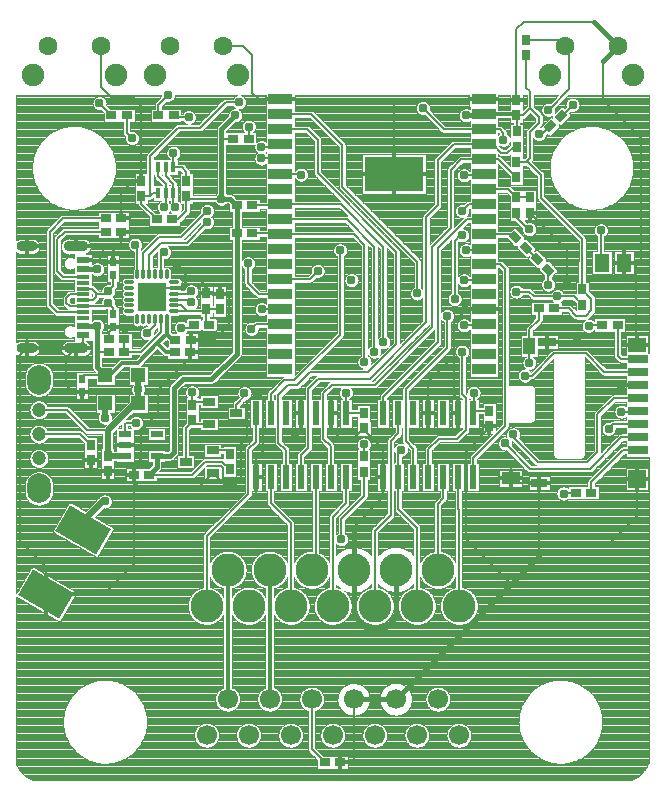
<source format=gbr>
G04 DipTrace 3.3.1.3*
G04 Bottom.gbr*
%MOIN*%
G04 #@! TF.FileFunction,Copper,L2,Bot*
G04 #@! TF.Part,Single*
%AMOUTLINE0*
4,1,4,
-0.022272,0.002783,
-0.002783,0.022272,
0.022272,-0.002783,
0.002783,-0.022272,
-0.022272,0.002783,
0*%
%AMOUTLINE2*
4,1,4,
0.092798,0.003249,
0.043585,-0.08199,
-0.092798,-0.003249,
-0.043585,0.08199,
0.092798,0.003249,
0*%
%AMOUTLINE5*
4,1,4,
-0.017717,-0.01378,
-0.017717,0.01378,
0.017717,0.01378,
0.017717,-0.01378,
-0.017717,-0.01378,
0*%
%AMOUTLINE7*
4,1,4,
-0.002783,-0.022272,
-0.022272,-0.002783,
0.002783,0.022272,
0.022272,0.002783,
-0.002783,-0.022272,
0*%
G04 #@! TA.AperFunction,Conductor*
%ADD13C,0.015748*%
%ADD14C,0.007874*%
%ADD15C,0.011811*%
%ADD16C,0.019685*%
G04 #@! TA.AperFunction,CopperBalancing*
%ADD17C,0.003937*%
%ADD18C,0.012992*%
%ADD21R,0.027559X0.035433*%
%ADD22R,0.035433X0.027559*%
%ADD23R,0.023622X0.031496*%
%ADD25R,0.047244X0.047244*%
G04 #@! TA.AperFunction,ComponentPad*
%ADD26C,0.066929*%
%ADD27R,0.044882X0.011811*%
%ADD28R,0.044882X0.023622*%
G04 #@! TA.AperFunction,ComponentPad*
%ADD29O,0.070866X0.035433*%
%ADD30O,0.082677X0.035433*%
%ADD31C,0.110236*%
%ADD33R,0.015748X0.035433*%
%ADD35R,0.041339X0.025591*%
%ADD36R,0.051181X0.059055*%
G04 #@! TA.AperFunction,ComponentPad*
%ADD37C,0.062992*%
%ADD38C,0.074803*%
%ADD39O,0.07874X0.098425*%
%ADD40C,0.047244*%
%ADD41R,0.068898X0.027559*%
%ADD42R,0.059055X0.051181*%
%ADD43R,0.059055X0.059055*%
%ADD44R,0.061024X0.03937*%
%ADD45R,0.055118X0.031496*%
%ADD46R,0.059055X0.031496*%
%ADD47R,0.03937X0.057087*%
%ADD48R,0.07874X0.035433*%
%ADD49R,0.19685X0.11811*%
%ADD52O,0.033465X0.011811*%
%ADD53O,0.011811X0.033465*%
%ADD54R,0.096457X0.096457*%
%ADD56R,0.023622X0.07874*%
%ADD58R,0.043307X0.023622*%
G04 #@! TA.AperFunction,ViaPad*
%ADD64C,0.031*%
%ADD137OUTLINE0*%
%ADD139OUTLINE2*%
%ADD142OUTLINE5*%
%ADD144OUTLINE7*%
%FSLAX26Y26*%
G04*
G70*
G90*
G75*
G01*
G04 Bottom*
%LPD*%
X881252Y1495475D2*
D13*
Y1458024D1*
X856203Y1432975D1*
X1912453Y2631203D2*
X1972411D1*
Y2634688D1*
X1097337Y2353370D2*
Y2553198D1*
Y2584837D1*
X1143703Y2631203D1*
X932499Y2285282D2*
D14*
X954032D1*
X981203Y2312454D1*
Y2362454D1*
Y2353370D1*
X1097337D1*
X1972411Y2634688D2*
D15*
X2077719D1*
X2081203Y2631203D1*
X2431203Y1643703D2*
D14*
X2485722D1*
X2487467Y1645449D1*
X1137285Y2553198D2*
X1097337D1*
X2114203Y2832248D2*
Y2723814D1*
X2126849Y2711168D1*
Y2655757D1*
X2102295Y2631203D1*
X2081203D1*
X881252Y1495475D2*
D13*
X924953D1*
X938370Y1508892D1*
Y1721391D1*
X969432Y1752453D1*
X1064411D1*
X1148791Y1836833D1*
Y2237454D1*
Y2329243D1*
X1124664Y2353370D1*
X1097337D1*
X2081202Y2475543D2*
D14*
X2113043D1*
X2124953Y2487453D1*
Y2574953D1*
X2156203Y2606203D1*
Y2626403D1*
X2126849Y2655757D1*
X856203Y1432975D2*
X999953D1*
X1043703Y1476726D1*
X1099953D1*
X1124953Y1451726D1*
X1148772Y2331203D2*
X1148791Y2329243D1*
X1148772Y2237454D2*
X1148791D1*
X2299954Y2051134D2*
Y2218702D1*
X2162453Y2356203D1*
Y2431203D1*
X2118113Y2475543D1*
X2113043D1*
X2207385Y1987453D2*
X2256203D1*
X2281203Y1962453D1*
X2312453D1*
X2331203Y1981203D1*
Y2019885D1*
X2299954Y2051134D1*
X2081643Y2578074D2*
Y2630764D1*
X2081203Y2631203D1*
X2278596Y1373146D2*
X2240589D1*
X2238032Y1370588D1*
X2366815Y1932121D2*
X2324276D1*
X2321717Y1929562D1*
X963534Y1923253D2*
X994879D1*
X1004949Y1933323D1*
X875735Y1952016D2*
Y1931589D1*
X848882Y1904736D1*
X2417996Y1932121D2*
Y1830064D1*
X2429357Y1818703D1*
X2487454D1*
Y1515554D2*
X2436642D1*
X2329777Y1408689D1*
Y1373146D1*
X912021Y2458503D2*
Y2428273D1*
X937612Y2402682D1*
Y2371888D1*
Y2331046D1*
X943703Y2324954D1*
X895420Y2101622D2*
Y2164077D1*
X906297Y2174954D1*
X831205Y2362454D2*
X859633D1*
X869067Y2371888D1*
X886430D1*
X831205Y2362454D2*
Y2335395D1*
X881318Y2285282D1*
X859633Y2362454D2*
Y2495106D1*
X954136Y2589610D1*
X1026083D1*
X1111425Y2674953D1*
X1156203D1*
X1972411Y2584688D2*
X1839453D1*
X1769077Y2655063D1*
X1972411Y2584688D2*
X2026266D1*
X2037453Y2573501D1*
Y2549953D1*
X2362213Y2248001D2*
Y2143680D1*
X2365971Y2139921D1*
X1972017Y2684688D2*
X2078900D1*
X2081203Y2682385D1*
X1672017Y2436577D2*
Y2434517D1*
X1668703Y2431203D1*
X831205Y2413635D2*
Y2663927D1*
X802157Y2692974D1*
X729491D1*
X695869Y2726596D1*
Y2862463D1*
X1294379Y2684727D2*
X1672017D1*
Y2684688D1*
X1972017D1*
X1672017Y2436577D2*
Y2684688D1*
X2157743Y1405304D2*
Y1205255D1*
Y1163795D1*
D13*
X2062262Y1068315D1*
X1678940Y684992D1*
X2431203Y1731203D2*
D14*
X2486568D1*
X2487454Y1732089D1*
X1102118Y2862453D2*
X1168703D1*
X1199953Y2831203D1*
Y2706205D1*
X1221430Y2684727D1*
X1294379D1*
X1909029Y1982650D2*
Y1982804D1*
X1970184D1*
X1972407Y1985028D1*
X1538782Y684992D2*
D13*
X1678940D1*
X2420869Y2863011D2*
X2368703Y2810845D1*
D14*
Y2682961D1*
X2495811Y2555853D1*
Y2139921D1*
X2481203D1*
Y1865908D1*
X2482730D1*
X1538782Y1116243D2*
D13*
Y1259549D1*
D14*
X1637453Y1358219D1*
Y1424953D1*
X1909029Y1982650D2*
Y1980206D1*
X1872983Y1944160D1*
Y1828189D1*
Y1700264D1*
X1887453Y1685794D1*
Y1637551D1*
X1572592Y1587983D2*
Y1583163D1*
X1637453Y1518302D1*
Y1424953D1*
X1787453Y1637551D2*
Y1742659D1*
X1872983Y1828189D1*
X662453Y1481794D2*
Y1457975D1*
X676134Y1444294D1*
X718703D1*
X805022Y1432975D2*
X768703D1*
X757385Y1444294D1*
X718703D1*
X805022Y1432975D2*
Y1409156D1*
X818703Y1395475D1*
X1024757D1*
X1068703Y1439421D1*
X2081203Y2682385D2*
Y2918703D1*
X2106203Y2943703D1*
X2340176D1*
D13*
X2420869Y2863011D1*
X940695Y2056346D2*
D14*
X959067D1*
X985835Y2083114D1*
X996617D1*
X1025537D1*
X1046533Y2062118D1*
Y2037556D1*
X940695Y2056346D2*
X895420D1*
X865892Y2026819D1*
X996617Y2083114D2*
Y2083894D1*
X950631Y2129879D1*
X1538782Y1116243D2*
D13*
Y963714D1*
X1582399Y920097D1*
X1638848D1*
X1678940Y960189D1*
Y1116243D1*
X1092421Y2036929D2*
D14*
X1047160D1*
X1046533Y2037556D1*
X1092421Y2036929D2*
X1117298D1*
X1121945Y2032282D1*
Y1932281D1*
X1073522Y1883858D1*
X995356D1*
Y1842577D1*
X994508Y1841730D1*
Y1821280D1*
X887454Y1714226D1*
Y1639226D1*
X828425Y1580197D1*
Y1532877D1*
Y1486446D1*
X806203Y1464224D1*
Y1432975D1*
X805022D1*
X774953Y1532877D2*
X828425D1*
X2249126Y2064980D2*
Y2182404D1*
X2124954Y2306576D1*
X1990948Y1595387D2*
Y1588049D1*
X1913193Y1510294D1*
Y1217385D1*
X2062262Y1068315D1*
X1572592Y1587983D2*
X1572386D1*
X1544487Y1560084D1*
X1490993D1*
X1462453Y1588625D1*
Y1637551D1*
X1212453Y1424953D2*
Y1486608D1*
X1237214Y1511369D1*
Y1686625D1*
X1228126Y1695713D1*
X1202163D1*
X1181391Y1674941D1*
Y1555164D1*
X1161919Y1535692D1*
Y1416259D1*
X1143743Y1398083D1*
X1126139D1*
X1110042D1*
X1068703Y1439421D1*
X1126139Y1395486D2*
Y1398083D1*
X2157743Y1405304D2*
X2078202D1*
X2062074Y1421433D1*
X1362453Y1637551D2*
Y1578256D1*
X1341923Y1557726D1*
X1538782Y684992D2*
Y473312D1*
X1493155D1*
Y474802D1*
X635124Y1898319D2*
Y1876666D1*
X612683Y1854225D1*
X632080Y1709259D2*
X604495D1*
X581147Y1732606D1*
Y1822689D1*
X612683Y1854225D1*
X737454Y1925396D2*
X775383D1*
X777894Y1922886D1*
X722357Y1883996D2*
Y1910299D1*
X737454Y1925396D1*
X2183360Y1875751D2*
X2281365D1*
X2281490Y1875875D1*
X2440774Y2139921D2*
X2481203D1*
X2157743Y1205255D2*
X2392755D1*
X2482730Y1295230D1*
Y1419058D1*
X513437Y1035152D2*
Y1123970D1*
X424954Y1212453D1*
Y1831063D1*
X448116Y1854225D1*
X513437Y1035152D2*
X705169D1*
X805022Y1135005D1*
Y1432975D1*
X448116Y1854225D2*
X612683D1*
X762453Y2287453D2*
Y2372238D1*
X803850Y2413635D1*
X831205D1*
X737454Y2143260D2*
Y2179801D1*
X752036Y2194382D1*
X762453Y2204799D1*
Y2243703D1*
X612683Y2194382D2*
X704240D1*
X752036D1*
X635124Y2150288D2*
X689856D1*
X704240Y2164671D1*
Y2194382D1*
X937612Y2458503D2*
X964689D1*
X981203Y2441988D1*
Y2413635D1*
X1186290Y2137646D2*
Y2071202D1*
X1222424Y2035068D1*
X1294377D1*
X937612Y2458503D2*
Y2505706D1*
X937235Y2506083D1*
X1972411Y2384688D2*
X2053899D1*
X2081202Y2357385D1*
Y2357757D1*
X2124954D1*
X1906203Y1931203D2*
X1968583D1*
X1972407Y1935028D1*
X988371Y2624404D2*
X938635D1*
Y2631203D1*
X1906203Y2081203D2*
X1968927D1*
X1972411Y2084688D1*
X2114203Y2883429D2*
X2223285D1*
X2243703Y2863011D1*
X2187454Y2649953D2*
X2189299D1*
X2257206Y2717860D1*
Y2863011D1*
X2243703D1*
X1197890Y1919967D2*
Y1917794D1*
X1214539Y1934444D1*
X1293752D1*
X1294377Y1935068D1*
X2124304Y1863192D2*
Y1918054D1*
X2156203Y1949953D1*
Y1987453D1*
X2124304Y1863192D2*
Y1806785D1*
X2124209Y1806689D1*
X1606699Y1843567D2*
Y2193207D1*
X1515180Y2284727D1*
X1294379D1*
X2070129Y1567593D2*
X2059319D1*
X2152551Y1474361D1*
X2316421D1*
X2350979Y1508919D1*
Y1633950D1*
X2405785Y1688756D1*
X2487467D1*
X1294379Y2334727D2*
X1494866D1*
X1637454Y2192139D1*
Y1874954D1*
X2109520Y1763732D2*
X2132482D1*
X2206203Y1837454D1*
X2312453D1*
X2374550Y1775357D1*
X2487454D1*
X1199953Y2331203D2*
X1290856D1*
X1294379Y2334727D1*
X1294377Y1985068D2*
X1231765Y1984423D1*
X782385Y2631203D2*
Y2571840D1*
X799079Y2555146D1*
X1294379Y2434727D2*
X1361539D1*
X1363147Y2433119D1*
X1737453Y1424953D2*
Y1520147D1*
X1712453Y1545147D1*
Y1718702D1*
X1849953Y1856202D1*
Y1962453D1*
X1312453Y1424953D2*
Y1514560D1*
X1287453Y1539560D1*
Y1697675D1*
X1321067Y1731289D1*
X1350039D1*
X1393705Y1774954D1*
X1587454D1*
X1681203Y1868703D1*
Y2174954D1*
X1418703Y2437454D1*
Y2549953D1*
X1383929Y2584727D1*
X1294379D1*
X2388156Y1586148D2*
X2404163Y1602155D1*
X2487467D1*
X1294379Y2634727D2*
X1396430D1*
X1499954Y2531203D1*
Y2393703D1*
X1749954Y2143703D1*
Y2037454D1*
X2217391Y2028559D2*
X2138322D1*
X2123177Y2043703D1*
X2081203D1*
X2217391Y2028559D2*
X2271348D1*
X2299954Y1999953D1*
X1912453Y2181203D2*
X1968927D1*
X1972411Y2184688D1*
X1262453Y1637551D2*
Y1703453D1*
X1306411Y1747411D1*
X1341161D1*
X1493703Y1899953D1*
Y2181203D1*
X1937453Y1424953D2*
Y1489861D1*
X2043703Y1596112D1*
Y2118703D1*
X2027719Y2134688D1*
X1972411D1*
X1787453Y1424953D2*
Y1518180D1*
X1822483Y1553210D1*
X1882320D1*
X1912453Y1583343D1*
Y1688844D1*
X1899953Y1701344D1*
Y1843703D1*
X1972411Y2334688D2*
X1922186D1*
X1899953Y2312454D1*
Y2231203D2*
X1893705D1*
X1874954Y2212453D1*
Y2018703D1*
X1637453Y1637551D2*
Y1693703D1*
X1818703Y1874954D1*
Y2187453D1*
X1915938Y2284688D1*
X1972411D1*
X2081643Y2526892D2*
X2071320D1*
X2051058Y2506630D1*
X2030963D1*
X2002906Y2534688D1*
X1972411D1*
X1362453Y1424953D2*
Y1498690D1*
X1387320Y1523558D1*
Y1719633D1*
X1421175Y1753487D1*
X1592034D1*
X1779711Y1941164D1*
Y2293146D1*
X1818228Y2331663D1*
Y2481593D1*
X1871323Y2534688D1*
X1972411D1*
X1462453Y1424953D2*
Y1527802D1*
X1436765Y1553490D1*
Y1704445D1*
X1465345Y1733025D1*
X1608025D1*
X1799953Y1924953D1*
Y2193703D1*
X1862453Y2256203D1*
Y2449953D1*
X1897188Y2484688D1*
X1972411D1*
X2020877D1*
X2081202Y2424362D1*
X1294377Y2085068D2*
X1391319D1*
X1418703Y2112453D1*
X2156203Y2568703D2*
X2167781D1*
X2193100Y2594022D1*
X2194315D1*
X1574459Y1809327D2*
Y2200448D1*
X1539839Y2235068D1*
X1294377D1*
X2043105Y1537367D2*
X2041324D1*
X2125760Y1452932D1*
X2325312D1*
X2431215Y1558835D1*
X2487467D1*
X1199953Y2237454D2*
X1291991D1*
X1294377Y2235068D1*
X887454Y2631203D2*
Y2667003D1*
X920406Y2699954D1*
X774953Y1570278D2*
Y1601026D1*
X780130Y1606203D1*
X812453D1*
X489256Y1568627D2*
X626801D1*
X662453Y1532975D1*
X691224Y2671783D2*
Y2671182D1*
X731203Y2631203D1*
X2230507Y2630214D2*
X2231714D1*
X2267906Y2666406D1*
X1068703Y1514224D2*
X1113635D1*
X1124953Y1502907D1*
X711272Y2287453D2*
X568702D1*
X524953Y2243703D1*
Y1999954D1*
X549816Y1975091D1*
X635123D1*
X711272Y2243703D2*
X574953D1*
X549953Y2218703D1*
Y2112454D1*
X569206Y2093201D1*
X635123D1*
X1972411Y2234688D2*
X2067045D1*
X2076909Y2224823D1*
X1906203Y2431203D2*
X1968927D1*
X1972411Y2434688D1*
X1188466Y2553198D2*
Y2593579D1*
X1188575Y2593688D1*
X895420Y1952016D2*
Y1907627D1*
X830857Y1843064D1*
X773538D1*
Y1883996D2*
Y1843064D1*
X2113101Y2188631D2*
X2113982D1*
X2150129Y2152484D1*
X1056203Y1601724D2*
X1012453D1*
X999953Y1614224D1*
X978152Y1476823D2*
Y1588744D1*
X999953Y1610545D1*
Y1614224D1*
X886430Y2458503D2*
Y2427409D1*
X912021Y2401819D1*
Y2371888D1*
Y2330772D1*
X906203Y2324954D1*
X816680Y2101622D2*
Y2192966D1*
X809857Y2199789D1*
X1118310Y684992D2*
D15*
Y1116243D1*
X2124033Y2251032D2*
D14*
X2120790D1*
X2081202Y2290619D1*
Y2306203D1*
X709113Y1623675D2*
D16*
Y1670423D1*
X709864Y1671173D1*
X1572543Y1442888D2*
D14*
Y1361577D1*
X1497217Y1286251D1*
Y1218106D1*
X1258467Y684992D2*
D15*
Y1116243D1*
X637453Y1249953D2*
D16*
Y1278942D1*
X702555Y1344045D1*
X708841D1*
X2187270Y2066802D2*
D14*
X2186320Y2067752D1*
Y2116293D1*
X1889176Y996164D2*
Y1316980D1*
X1887453Y1318703D1*
Y1424953D1*
X1819097Y1116243D2*
Y1337060D1*
X1837453Y1355416D1*
Y1424953D1*
X1468703Y996164D2*
Y1293703D1*
X1512453Y1337453D1*
Y1424953D1*
X1749018Y996164D2*
Y1257139D1*
X1687453Y1318705D1*
Y1424953D1*
Y1507888D1*
X1696206Y1516642D1*
X1572332Y1534259D2*
Y1494281D1*
X1572543Y1494070D1*
X1608861Y996164D2*
Y1246601D1*
X1662453Y1300193D1*
Y1546752D1*
X1687453Y1571752D1*
Y1637551D1*
X1048231Y996164D2*
Y1229482D1*
X1187453Y1368703D1*
Y1518942D1*
X1212453Y1543942D1*
Y1637551D1*
X1398625Y1116243D2*
X1412453D1*
Y1424953D1*
X1398625Y684992D2*
Y518151D1*
X1441974Y474802D1*
X1328546Y996164D2*
Y1271361D1*
X1262453Y1337454D1*
Y1424953D1*
X915105Y1952016D2*
D15*
Y1903234D1*
X883563Y1871692D1*
X818075Y1806203D1*
X767157D1*
X725877Y1764923D1*
X709864D1*
X944175Y1883858D2*
X934479D1*
X915105Y1903234D1*
X943327Y1841730D2*
X913525D1*
X883563Y1871692D1*
X635123Y2118791D2*
D13*
X682037D1*
X683388Y2117440D1*
X635123Y1929815D2*
X683154D1*
X683370Y1929598D1*
Y1843064D1*
Y1791416D1*
X709864Y1764923D1*
X722357Y1843064D2*
D14*
X683370D1*
X632080Y1752566D2*
Y1756562D1*
X640441Y1764923D1*
X709864D1*
X940696Y2036661D2*
X988825D1*
X996945Y2044781D1*
X635123Y2053831D2*
X665265D1*
X679828Y2039268D1*
Y2034882D1*
Y2026272D1*
X668017Y2014461D1*
X635123D1*
X679828Y2034882D2*
X710693D1*
X720597Y2044786D1*
X737454Y2099953D2*
Y2061643D1*
X720597Y2044786D1*
X940696Y2016976D2*
X987251D1*
X996945Y2007282D1*
X635123Y2034146D2*
X592209D1*
X580379Y2022316D1*
Y2005647D1*
X591251Y1994776D1*
X635123D1*
X708106D1*
X720597Y2007266D1*
X737454Y1968703D2*
Y1990409D1*
X720597Y2007266D1*
X1231203Y2524953D2*
X1284605D1*
X1294379Y2534727D1*
X836365Y2101622D2*
Y2172774D1*
X889843Y2226252D1*
X963752D1*
X1049953Y2312453D1*
X1231203Y2487454D2*
X1291652D1*
X1294379Y2484727D1*
X856050Y2101622D2*
Y2167136D1*
X895369Y2206455D1*
X981454D1*
X1049953Y2274954D1*
X820100Y1764923D2*
D16*
Y1727423D1*
Y1671173D1*
X774953Y1495475D2*
X718703D1*
X819759Y1718000D2*
X820100Y1727423D1*
X1056203Y1676528D2*
D14*
X1011075D1*
X999953Y1665406D1*
Y1707975D1*
X718703Y1495475D2*
D16*
Y1581203D1*
X808673Y1671173D1*
X820100D1*
X489256Y1649867D2*
D14*
X581346D1*
X650011Y1581203D1*
X718703D1*
X1146755Y1639126D2*
Y1667277D1*
X1184392Y1704915D1*
X1174514D1*
X1572592Y1639164D2*
X1514066D1*
X1512453Y1637551D1*
X1937951Y1706491D2*
Y1638050D1*
X1937453Y1637551D1*
X1990948Y1646568D2*
X1946470D1*
X1937453Y1637551D1*
X1512427Y1706266D2*
Y1637577D1*
X1512453Y1637551D1*
X1046533Y1986375D2*
Y1933323D1*
X1056130D1*
X940696Y1977606D2*
X984194D1*
X1037764D1*
X1046533Y1986375D1*
X940696Y1997291D2*
X964509D1*
X984194Y1977606D1*
X1092421Y1985748D2*
X1047160D1*
X1046533Y1986375D1*
D64*
X988371Y2624404D3*
X2156203Y2568703D3*
X920406Y2699954D3*
X2267906Y2666406D3*
X720597Y2044786D3*
Y2007266D3*
X996945Y2044781D3*
Y2007282D3*
X1097337Y2353370D3*
X906203Y2324954D3*
X943703D3*
X809857Y2199789D3*
X906297Y2174954D3*
X1156203Y2674953D3*
X1769077Y2655063D3*
X937235Y2506083D3*
X1186290Y2137646D3*
X1906203Y2431203D3*
X848882Y1904736D3*
X963534Y1923253D3*
X1143703Y2631203D3*
X1912453D3*
X950631Y2129879D3*
X1197890Y1919967D3*
X683388Y2117440D3*
X1497217Y1218106D3*
X1668703Y2431203D3*
X1599954Y2474953D3*
X1743703D3*
X1599954Y2393703D3*
X1743703D3*
X2124033Y2251032D3*
X2187270Y2066802D3*
X1231203Y2524953D3*
Y2487454D3*
X1049953Y2312453D3*
Y2274954D3*
X1899953Y1843703D3*
X1696206Y1516642D3*
X1493703Y2181203D3*
X1912453D3*
X1849953Y1962453D3*
X709113Y1623675D3*
X819759Y1718000D3*
X691224Y2671783D3*
X799079Y2555146D3*
X1363147Y2433119D3*
X1906203Y1931203D3*
X999953Y1707975D3*
X1906203Y2081203D3*
X683370Y1929598D3*
X1531203Y2081203D3*
X708841Y1344045D3*
X1231765Y1984423D3*
X1418703Y2112453D3*
X2431203Y1731203D3*
X1909029Y1982650D3*
X2431203Y1643703D3*
X1637454Y1874954D3*
X1512427Y1706266D3*
X1188575Y2593688D3*
X1174514Y1704915D3*
X1937951Y1706491D3*
X2187454Y2649953D3*
X2037453Y2549953D3*
X2249126Y2064980D3*
X1899953Y2312454D3*
X812453Y1606203D3*
X2081203Y2043703D3*
X2217391Y2028559D3*
X1899953Y2231203D3*
X1874954Y2018703D3*
X1572332Y1534259D3*
X2281490Y1875875D3*
X1126139Y1395486D3*
X2124209Y1806689D3*
X1341923Y1557726D3*
X777894Y1922886D3*
X2321717Y1929562D3*
X2238032Y1370588D3*
X2362213Y2248001D3*
X1606699Y1843567D3*
X2070129Y1567593D3*
X2109520Y1763732D3*
X2388156Y1586148D3*
X1749954Y2037454D3*
X1574459Y1809327D3*
X2043105Y1537367D3*
X414820Y2694180D2*
D17*
X683356D1*
X699092D2*
X897116D1*
X943694D2*
X1142110D1*
X1170303D2*
X1246502D1*
X1342255D2*
X1924144D1*
X2019889D2*
X2058918D1*
X2103489D2*
X2114405D1*
X2139291D2*
X2216098D1*
X2250958D2*
X2522593D1*
X414820Y2690374D2*
X676274D1*
X706174D2*
X893394D1*
X942379D2*
X1137935D1*
X1174478D2*
X1246502D1*
X1342255D2*
X1924144D1*
X2019889D2*
X2058918D1*
X2103489D2*
X2114405D1*
X2139291D2*
X2212292D1*
X2247151D2*
X2522593D1*
X414820Y2686568D2*
X672422D1*
X710027D2*
X889588D1*
X940249D2*
X1107838D1*
X1177154D2*
X1246502D1*
X1342255D2*
X1924144D1*
X2019889D2*
X2058918D1*
X2103489D2*
X2114405D1*
X2139291D2*
X2208486D1*
X2243345D2*
X2255230D1*
X2280585D2*
X2522593D1*
X414820Y2682762D2*
X669931D1*
X712518D2*
X885782D1*
X936981D2*
X1101802D1*
X1178876D2*
X1246502D1*
X1342255D2*
X1924144D1*
X2019889D2*
X2058918D1*
X2103489D2*
X2114405D1*
X2139291D2*
X2204679D1*
X2239539D2*
X2250485D1*
X2285322D2*
X2522593D1*
X414820Y2678957D2*
X668339D1*
X714110D2*
X881975D1*
X931599D2*
X1097996D1*
X1179868D2*
X1246502D1*
X1342255D2*
X1924144D1*
X2019889D2*
X2058918D1*
X2103489D2*
X2114405D1*
X2139291D2*
X2200873D1*
X2235732D2*
X2247517D1*
X2288298D2*
X2522593D1*
X414820Y2675151D2*
X667462D1*
X714986D2*
X878184D1*
X913036D2*
X1094189D1*
X1180207D2*
X1246502D1*
X1342255D2*
X1756276D1*
X1781877D2*
X1924144D1*
X2019889D2*
X2058918D1*
X2103489D2*
X2114405D1*
X2139291D2*
X2197067D1*
X2231926D2*
X2245580D1*
X2290228D2*
X2522593D1*
X414820Y2671345D2*
X667224D1*
X715225D2*
X875824D1*
X909230D2*
X1090383D1*
X1179930D2*
X1246502D1*
X1342255D2*
X1751585D1*
X1786567D2*
X1924144D1*
X2019889D2*
X2058918D1*
X2103489D2*
X2114405D1*
X2139291D2*
X2177066D1*
X2228120D2*
X2244426D1*
X2291389D2*
X2522593D1*
X414820Y2667539D2*
X667608D1*
X714840D2*
X875024D1*
X905424D2*
X1086577D1*
X1179015D2*
X1246502D1*
X1342255D2*
X1748640D1*
X1789513D2*
X1924144D1*
X2019889D2*
X2058918D1*
X2103489D2*
X2114405D1*
X2139291D2*
X2171307D1*
X2224314D2*
X2243926D1*
X2291881D2*
X2522593D1*
X414820Y2663734D2*
X668639D1*
X716101D2*
X875016D1*
X901617D2*
X1082778D1*
X1177369D2*
X1246502D1*
X1342255D2*
X1746725D1*
X1791435D2*
X1924144D1*
X2019889D2*
X2058918D1*
X2103489D2*
X2114405D1*
X2139291D2*
X2167893D1*
X2220515D2*
X2244057D1*
X2291758D2*
X2522593D1*
X414820Y2659928D2*
X670415D1*
X719907D2*
X875016D1*
X899895D2*
X1078972D1*
X1113831D2*
X1137596D1*
X1174809D2*
X1246502D1*
X1342255D2*
X1745580D1*
X1792573D2*
X1924144D1*
X2020281D2*
X2058918D1*
X2103489D2*
X2113590D1*
X2140106D2*
X2165663D1*
X2216709D2*
X2229670D1*
X2236909D2*
X2243996D1*
X2291004D2*
X2522593D1*
X414820Y2656122D2*
X673160D1*
X723714D2*
X875016D1*
X899895D2*
X1075166D1*
X1110025D2*
X1141564D1*
X1170841D2*
X1246502D1*
X1342255D2*
X1745095D1*
X1793057D2*
X1924537D1*
X2020281D2*
X2058918D1*
X2103489D2*
X2109784D1*
X2143912D2*
X2164271D1*
X2212902D2*
X2225064D1*
X2289551D2*
X2522593D1*
X414820Y2652316D2*
X677474D1*
X808606D2*
X861237D1*
X964856D2*
X1071359D1*
X1106219D2*
X1132744D1*
X1163305D2*
X1246502D1*
X1342255D2*
X1745234D1*
X1792919D2*
X1901491D1*
X2020281D2*
X2058918D1*
X2103489D2*
X2105977D1*
X2147719D2*
X2163571D1*
X2211341D2*
X2221258D1*
X2287244D2*
X2522593D1*
X414820Y2648511D2*
X686855D1*
X808606D2*
X861237D1*
X964856D2*
X1067553D1*
X1102412D2*
X1127254D1*
X1160160D2*
X1246502D1*
X1342255D2*
X1746002D1*
X1793057D2*
X1896001D1*
X2151525D2*
X2163494D1*
X2211411D2*
X2217451D1*
X2283699D2*
X2522593D1*
X414820Y2644705D2*
X700273D1*
X808606D2*
X861237D1*
X964856D2*
X975925D1*
X1000819D2*
X1063747D1*
X1098606D2*
X1123940D1*
X1163467D2*
X1246502D1*
X1403578D2*
X1747463D1*
X1796864D2*
X1892687D1*
X2155331D2*
X2164040D1*
X2210865D2*
X2213645D1*
X2277602D2*
X2522593D1*
X414820Y2640899D2*
X704079D1*
X808606D2*
X861237D1*
X964856D2*
X971089D1*
X1005656D2*
X1059940D1*
X1094800D2*
X1121779D1*
X1165628D2*
X1246502D1*
X1407692D2*
X1749793D1*
X1800670D2*
X1890534D1*
X2159138D2*
X2165255D1*
X2259831D2*
X2522593D1*
X414820Y2637093D2*
X704987D1*
X808606D2*
X861237D1*
X964856D2*
X968067D1*
X1008678D2*
X1056134D1*
X1090994D2*
X1120449D1*
X1166958D2*
X1246502D1*
X1411498D2*
X1753369D1*
X1804476D2*
X1889196D1*
X2125619D2*
X2128089D1*
X2162944D2*
X2167262D1*
X2260170D2*
X2522593D1*
X414820Y2633287D2*
X704987D1*
X808606D2*
X861237D1*
X1010639D2*
X1052328D1*
X1087195D2*
X1119795D1*
X1167611D2*
X1246502D1*
X1415305D2*
X1759559D1*
X1808283D2*
X1888542D1*
X2121813D2*
X2131891D1*
X2166481D2*
X2170338D1*
X2261277D2*
X2522593D1*
X414820Y2629482D2*
X704987D1*
X808606D2*
X861237D1*
X1011823D2*
X1048522D1*
X1083389D2*
X1118980D1*
X1167642D2*
X1246502D1*
X1419111D2*
X1777229D1*
X1812089D2*
X1888511D1*
X2118007D2*
X2135697D1*
X2168242D2*
X2175298D1*
X2260477D2*
X2522593D1*
X414820Y2625676D2*
X704987D1*
X808606D2*
X861237D1*
X1012338D2*
X1044715D1*
X1079582D2*
X1115174D1*
X1167050D2*
X1246502D1*
X1422909D2*
X1781036D1*
X1815895D2*
X1889103D1*
X2114200D2*
X2139496D1*
X2168642D2*
X2199919D1*
X2257317D2*
X2522593D1*
X414820Y2621870D2*
X704987D1*
X808606D2*
X861237D1*
X1012238D2*
X1040909D1*
X1075776D2*
X1111368D1*
X1165781D2*
X1246502D1*
X1342255D2*
X1391856D1*
X1426716D2*
X1784842D1*
X1819701D2*
X1890372D1*
X2110309D2*
X2143302D1*
X2168642D2*
X2190807D1*
X2253518D2*
X2522593D1*
X414820Y2618064D2*
X704987D1*
X808606D2*
X861237D1*
X1011508D2*
X1037103D1*
X1071970D2*
X1107569D1*
X1163713D2*
X1246502D1*
X1342255D2*
X1395663D1*
X1430522D2*
X1788648D1*
X1823508D2*
X1892441D1*
X2020281D2*
X2058918D1*
X2103489D2*
X2143763D1*
X2168642D2*
X2187009D1*
X2249712D2*
X2522593D1*
X414820Y2614259D2*
X704987D1*
X808606D2*
X861237D1*
X1010085D2*
X1033296D1*
X1068164D2*
X1103763D1*
X1160537D2*
X1176590D1*
X1200553D2*
X1246502D1*
X1342255D2*
X1399469D1*
X1434328D2*
X1792455D1*
X1827314D2*
X1895616D1*
X2020281D2*
X2058918D1*
X2103489D2*
X2143763D1*
X2168642D2*
X2183203D1*
X2245906D2*
X2522593D1*
X414820Y2610453D2*
X704987D1*
X808606D2*
X861237D1*
X964856D2*
X968928D1*
X1007809D2*
X1029490D1*
X1064357D2*
X1099956D1*
X1155362D2*
X1171553D1*
X1205590D2*
X1246502D1*
X1342255D2*
X1403275D1*
X1438135D2*
X1796253D1*
X1831120D2*
X1900799D1*
X2020281D2*
X2058918D1*
X2103489D2*
X2143025D1*
X2168642D2*
X2179396D1*
X2242099D2*
X2522593D1*
X414820Y2606647D2*
X769940D1*
X794826D2*
X972419D1*
X1004326D2*
X1025691D1*
X1060551D2*
X1096150D1*
X1142144D2*
X1168446D1*
X1208704D2*
X1246502D1*
X1342255D2*
X1407081D1*
X1441941D2*
X1800059D1*
X1834927D2*
X1924537D1*
X2020281D2*
X2058918D1*
X2103489D2*
X2139219D1*
X2168642D2*
X2175590D1*
X2238293D2*
X2522593D1*
X414820Y2602841D2*
X769940D1*
X794826D2*
X978363D1*
X998382D2*
X1021885D1*
X1056745D2*
X1092344D1*
X1138338D2*
X1166416D1*
X1210734D2*
X1246502D1*
X1342255D2*
X1410888D1*
X1445747D2*
X1803866D1*
X1838733D2*
X1924537D1*
X2020281D2*
X2059356D1*
X2103927D2*
X2135413D1*
X2168165D2*
X2171784D1*
X2234487D2*
X2522593D1*
X414820Y2599035D2*
X769940D1*
X794826D2*
X946236D1*
X1052938D2*
X1088538D1*
X1134531D2*
X1165186D1*
X1211964D2*
X1246502D1*
X1342255D2*
X1414694D1*
X1449553D2*
X1807672D1*
X1842539D2*
X1924537D1*
X2020281D2*
X2059356D1*
X2103927D2*
X2131606D1*
X2166281D2*
X2167977D1*
X2224775D2*
X2522593D1*
X414820Y2595230D2*
X590245D1*
X622167D2*
X769940D1*
X794826D2*
X942322D1*
X1049132D2*
X1084800D1*
X1130725D2*
X1164625D1*
X1212526D2*
X1246502D1*
X1390222D2*
X1418500D1*
X1453360D2*
X1811478D1*
X2032492D2*
X2059356D1*
X2103927D2*
X2127800D1*
X2162659D2*
X2164586D1*
X2224936D2*
X2315246D1*
X2347160D2*
X2522593D1*
X414820Y2591424D2*
X569952D1*
X642459D2*
X769940D1*
X794826D2*
X938516D1*
X1045326D2*
X1082378D1*
X1126926D2*
X1164679D1*
X1212472D2*
X1246502D1*
X1394666D2*
X1422299D1*
X1457166D2*
X1815285D1*
X2036960D2*
X2059356D1*
X2103927D2*
X2123994D1*
X2223045D2*
X2294946D1*
X2367461D2*
X2522593D1*
X414820Y2587618D2*
X557841D1*
X654562D2*
X769940D1*
X794826D2*
X934710D1*
X1041520D2*
X1081202D1*
X1123120D2*
X1165363D1*
X1211787D2*
X1246502D1*
X1398472D2*
X1426105D1*
X1460972D2*
X1819091D1*
X2040766D2*
X2059356D1*
X2103927D2*
X2120187D1*
X2219262D2*
X2282843D1*
X2379564D2*
X2522593D1*
X414820Y2583812D2*
X548483D1*
X663928D2*
X769940D1*
X794826D2*
X930911D1*
X1037713D2*
X1080956D1*
X1119314D2*
X1166732D1*
X1210411D2*
X1246502D1*
X1402279D2*
X1429911D1*
X1464779D2*
X1822897D1*
X2044572D2*
X2059356D1*
X2103927D2*
X2116381D1*
X2215455D2*
X2273485D1*
X2388922D2*
X2522593D1*
X414820Y2580007D2*
X540671D1*
X671741D2*
X769940D1*
X794826D2*
X927105D1*
X1033753D2*
X1080956D1*
X1115508D2*
X1168939D1*
X1208212D2*
X1246502D1*
X1406077D2*
X1433718D1*
X1468585D2*
X1826703D1*
X2047986D2*
X2059356D1*
X2103927D2*
X2113621D1*
X2211649D2*
X2265672D1*
X2396742D2*
X2522593D1*
X414820Y2576201D2*
X533896D1*
X678507D2*
X769940D1*
X810159D2*
X923299D1*
X958158D2*
X1080956D1*
X1113716D2*
X1172314D1*
X1204828D2*
X1246502D1*
X1409883D2*
X1437524D1*
X1472391D2*
X1830510D1*
X2049586D2*
X2059356D1*
X2103927D2*
X2112575D1*
X2207843D2*
X2258898D1*
X2403509D2*
X2522593D1*
X414820Y2572395D2*
X527898D1*
X684505D2*
X769940D1*
X815595D2*
X919492D1*
X954352D2*
X1080956D1*
X1214686D2*
X1246502D1*
X1342255D2*
X1378830D1*
X1413690D2*
X1441330D1*
X1476197D2*
X1924537D1*
X2049893D2*
X2059356D1*
X2103927D2*
X2112513D1*
X2204036D2*
X2252900D1*
X2409507D2*
X2522593D1*
X414820Y2568589D2*
X522500D1*
X689903D2*
X770393D1*
X818879D2*
X915686D1*
X950545D2*
X1080956D1*
X1214686D2*
X1246502D1*
X1342255D2*
X1382637D1*
X1417496D2*
X1445137D1*
X1479996D2*
X1924537D1*
X2020281D2*
X2022562D1*
X2052339D2*
X2059356D1*
X2103927D2*
X2112513D1*
X2200230D2*
X2247502D1*
X2414905D2*
X2522593D1*
X414820Y2564783D2*
X517602D1*
X694809D2*
X772224D1*
X821024D2*
X911880D1*
X946739D2*
X1080956D1*
X1214686D2*
X1246502D1*
X1342255D2*
X1386443D1*
X1421302D2*
X1448943D1*
X1483802D2*
X1924537D1*
X2056214D2*
X2059356D1*
X2103927D2*
X2112513D1*
X2181291D2*
X2186986D1*
X2196078D2*
X2242596D1*
X2419811D2*
X2522593D1*
X414820Y2560978D2*
X513112D1*
X699292D2*
X775807D1*
X822354D2*
X908073D1*
X942933D2*
X1080956D1*
X1214686D2*
X1246502D1*
X1342255D2*
X1390249D1*
X1425109D2*
X1452749D1*
X1487609D2*
X1924537D1*
X2103927D2*
X2112513D1*
X2178907D2*
X2238113D1*
X2424294D2*
X2522593D1*
X414820Y2557172D2*
X508982D1*
X703429D2*
X775161D1*
X822992D2*
X904267D1*
X939127D2*
X1080956D1*
X1214686D2*
X1246502D1*
X1342255D2*
X1394055D1*
X1428746D2*
X1456555D1*
X1491415D2*
X1924537D1*
X2103927D2*
X2112513D1*
X2177200D2*
X2233984D1*
X2428430D2*
X2522593D1*
X414820Y2553366D2*
X505161D1*
X707243D2*
X775146D1*
X823016D2*
X900461D1*
X935320D2*
X1080956D1*
X1214686D2*
X1246502D1*
X1342255D2*
X1397862D1*
X1430653D2*
X1460362D1*
X1495221D2*
X1924537D1*
X2103927D2*
X2112513D1*
X2174547D2*
X2230162D1*
X2432244D2*
X2522593D1*
X414820Y2549560D2*
X501623D1*
X710788D2*
X775745D1*
X822416D2*
X896655D1*
X931522D2*
X1080956D1*
X1214686D2*
X1246502D1*
X1342255D2*
X1401668D1*
X1431145D2*
X1464168D1*
X1499027D2*
X1924537D1*
X2103927D2*
X2112513D1*
X2137392D2*
X2141987D1*
X2170418D2*
X2226625D1*
X2435782D2*
X2522593D1*
X414820Y2545755D2*
X498332D1*
X714071D2*
X777022D1*
X821132D2*
X892848D1*
X927715D2*
X1080956D1*
X1214686D2*
X1219643D1*
X1242768D2*
X1246502D1*
X1342255D2*
X1405467D1*
X1431145D2*
X1467974D1*
X1502834D2*
X1866166D1*
X2103927D2*
X2112513D1*
X2137392D2*
X2150261D1*
X2162144D2*
X2223334D1*
X2439073D2*
X2522593D1*
X414820Y2541949D2*
X495272D1*
X717132D2*
X779106D1*
X819048D2*
X889042D1*
X923909D2*
X1080956D1*
X1342255D2*
X1406259D1*
X1431145D2*
X1471781D1*
X1506640D2*
X1861152D1*
X2103927D2*
X2112513D1*
X2137392D2*
X2220273D1*
X2442133D2*
X2522593D1*
X414820Y2538143D2*
X492427D1*
X719984D2*
X782304D1*
X815857D2*
X885236D1*
X920103D2*
X1080956D1*
X1342255D2*
X1406259D1*
X1431145D2*
X1475587D1*
X1510193D2*
X1857346D1*
X2103927D2*
X2112513D1*
X2137392D2*
X2217421D1*
X2444986D2*
X2522593D1*
X414820Y2534337D2*
X489766D1*
X722637D2*
X787526D1*
X810628D2*
X881429D1*
X916297D2*
X1080956D1*
X1342255D2*
X1406259D1*
X1431145D2*
X1479386D1*
X1511984D2*
X1853540D1*
X2055553D2*
X2059356D1*
X2103927D2*
X2112513D1*
X2137392D2*
X2214768D1*
X2447639D2*
X2522593D1*
X414820Y2530532D2*
X487290D1*
X725113D2*
X877623D1*
X912490D2*
X1080956D1*
X1113716D2*
X1207870D1*
X1342255D2*
X1406259D1*
X1431145D2*
X1483192D1*
X1512392D2*
X1849733D1*
X2051270D2*
X2057526D1*
X2103927D2*
X2112513D1*
X2137392D2*
X2212292D1*
X2450115D2*
X2522593D1*
X414820Y2526726D2*
X484991D1*
X727412D2*
X873824D1*
X908684D2*
X925382D1*
X949084D2*
X1080956D1*
X1113716D2*
X1207263D1*
X1342255D2*
X1406259D1*
X1431145D2*
X1486998D1*
X1512392D2*
X1845927D1*
X2028301D2*
X2032820D1*
X2042081D2*
X2053720D1*
X2103927D2*
X2112513D1*
X2137392D2*
X2209993D1*
X2452414D2*
X2522593D1*
X414820Y2522920D2*
X482846D1*
X729558D2*
X870018D1*
X904878D2*
X920292D1*
X954183D2*
X1080956D1*
X1113716D2*
X1207286D1*
X1342255D2*
X1406259D1*
X1431145D2*
X1487513D1*
X1512392D2*
X1842121D1*
X2032108D2*
X2049913D1*
X2103927D2*
X2112513D1*
X2137392D2*
X2207847D1*
X2454559D2*
X2522593D1*
X414820Y2519114D2*
X480862D1*
X731549D2*
X866212D1*
X901071D2*
X917155D1*
X957320D2*
X1080956D1*
X1113716D2*
X1207932D1*
X1342255D2*
X1406259D1*
X1431145D2*
X1487513D1*
X1512392D2*
X1838315D1*
X1873182D2*
X1924537D1*
X2035914D2*
X2046107D1*
X2103927D2*
X2112513D1*
X2137392D2*
X2205856D1*
X2456551D2*
X2522593D1*
X414820Y2515308D2*
X479016D1*
X733395D2*
X862406D1*
X897265D2*
X915109D1*
X959365D2*
X1080956D1*
X1113716D2*
X1209262D1*
X1342255D2*
X1406259D1*
X1431145D2*
X1487513D1*
X1512392D2*
X1834516D1*
X1869375D2*
X1924537D1*
X2103927D2*
X2112513D1*
X2137392D2*
X2204010D1*
X2458396D2*
X2522593D1*
X414820Y2511503D2*
X477309D1*
X735102D2*
X858599D1*
X893459D2*
X913864D1*
X960611D2*
X1080956D1*
X1113716D2*
X1211408D1*
X1342255D2*
X1406259D1*
X1431145D2*
X1487513D1*
X1512392D2*
X1830710D1*
X1865569D2*
X1924537D1*
X2103927D2*
X2112513D1*
X2137392D2*
X2202311D1*
X2460096D2*
X2522593D1*
X414820Y2507697D2*
X475733D1*
X736671D2*
X854793D1*
X889652D2*
X913287D1*
X961180D2*
X1080956D1*
X1113716D2*
X1214699D1*
X1342255D2*
X1406259D1*
X1431145D2*
X1487513D1*
X1512392D2*
X1826903D1*
X1861763D2*
X1924537D1*
X2103927D2*
X2112513D1*
X2137392D2*
X2200735D1*
X2461672D2*
X2522593D1*
X414820Y2503891D2*
X474295D1*
X738116D2*
X850987D1*
X885846D2*
X913333D1*
X961134D2*
X1080956D1*
X1113716D2*
X1213860D1*
X1342255D2*
X1406259D1*
X1431145D2*
X1487513D1*
X1512392D2*
X1823097D1*
X1857957D2*
X1924537D1*
X2103927D2*
X2112513D1*
X2137392D2*
X2199297D1*
X2463110D2*
X2522593D1*
X414820Y2500085D2*
X472973D1*
X739431D2*
X848265D1*
X882040D2*
X914002D1*
X960465D2*
X1080956D1*
X1113716D2*
X1210862D1*
X1342255D2*
X1406259D1*
X1431145D2*
X1487513D1*
X1512392D2*
X1565085D1*
X1778947D2*
X1819291D1*
X1854150D2*
X1924537D1*
X2103489D2*
X2112513D1*
X2137392D2*
X2197974D1*
X2464433D2*
X2522593D1*
X414820Y2496280D2*
X471781D1*
X740631D2*
X847250D1*
X878234D2*
X915363D1*
X959104D2*
X1080956D1*
X1113716D2*
X1208908D1*
X1342255D2*
X1406259D1*
X1431145D2*
X1487513D1*
X1512392D2*
X1565085D1*
X1778947D2*
X1815484D1*
X1850344D2*
X1893510D1*
X2057614D2*
X2058918D1*
X2103489D2*
X2112513D1*
X2137392D2*
X2196774D1*
X2465632D2*
X2522593D1*
X414820Y2492474D2*
X470696D1*
X741707D2*
X847188D1*
X874435D2*
X917547D1*
X956920D2*
X1080956D1*
X1113716D2*
X1207740D1*
X1342255D2*
X1406259D1*
X1431145D2*
X1487513D1*
X1512392D2*
X1565085D1*
X1778947D2*
X1811678D1*
X1846538D2*
X1887543D1*
X2030524D2*
X2058918D1*
X2103489D2*
X2112513D1*
X2137392D2*
X2195698D1*
X2466709D2*
X2522593D1*
X414820Y2488668D2*
X469735D1*
X742676D2*
X847188D1*
X872074D2*
X920899D1*
X953575D2*
X1080956D1*
X1113716D2*
X1207232D1*
X1342255D2*
X1406259D1*
X1431145D2*
X1487513D1*
X1512392D2*
X1565085D1*
X1778947D2*
X1808087D1*
X1842731D2*
X1883736D1*
X2034330D2*
X2058918D1*
X2103489D2*
X2108738D1*
X2137392D2*
X2194737D1*
X2467670D2*
X2522593D1*
X414820Y2484862D2*
X468882D1*
X743522D2*
X847188D1*
X872074D2*
X925167D1*
X950053D2*
X1080956D1*
X1113716D2*
X1207340D1*
X1342255D2*
X1406259D1*
X1431145D2*
X1487513D1*
X1512392D2*
X1565085D1*
X1778947D2*
X1806242D1*
X1838925D2*
X1879930D1*
X2038136D2*
X2058918D1*
X2137115D2*
X2193883D1*
X2468523D2*
X2522593D1*
X414820Y2481056D2*
X468144D1*
X744268D2*
X847188D1*
X953990D2*
X1080956D1*
X1113716D2*
X1208086D1*
X1342255D2*
X1406259D1*
X1431145D2*
X1487513D1*
X1512392D2*
X1565085D1*
X1778947D2*
X1805788D1*
X1835126D2*
X1876124D1*
X2041942D2*
X2058918D1*
X2135554D2*
X2193137D1*
X2469269D2*
X2522593D1*
X414820Y2477251D2*
X467505D1*
X744898D2*
X847188D1*
X953990D2*
X1080956D1*
X1113716D2*
X1209516D1*
X1342255D2*
X1406259D1*
X1431145D2*
X1487513D1*
X1512392D2*
X1565085D1*
X1778947D2*
X1805788D1*
X1831320D2*
X1872317D1*
X2045741D2*
X2058918D1*
X2133839D2*
X2192507D1*
X2469900D2*
X2522593D1*
X414820Y2473445D2*
X466982D1*
X745429D2*
X847188D1*
X953990D2*
X1080956D1*
X1113716D2*
X1211807D1*
X1342255D2*
X1406259D1*
X1431145D2*
X1487513D1*
X1512392D2*
X1565085D1*
X1778947D2*
X1805788D1*
X1830667D2*
X1868511D1*
X2049547D2*
X2058918D1*
X2137646D2*
X2191984D1*
X2470423D2*
X2522593D1*
X414820Y2469639D2*
X466559D1*
X745844D2*
X847188D1*
X969677D2*
X1080956D1*
X1113716D2*
X1215314D1*
X1342255D2*
X1406259D1*
X1431145D2*
X1487513D1*
X1512392D2*
X1565085D1*
X1778947D2*
X1805788D1*
X1830667D2*
X1864705D1*
X1899572D2*
X1924537D1*
X2053354D2*
X2058918D1*
X2141452D2*
X2191561D1*
X2470846D2*
X2522593D1*
X414820Y2465833D2*
X466244D1*
X746159D2*
X847188D1*
X974790D2*
X1080956D1*
X1113716D2*
X1221327D1*
X1241084D2*
X1246502D1*
X1342255D2*
X1406259D1*
X1431145D2*
X1487513D1*
X1512392D2*
X1565085D1*
X1778947D2*
X1805788D1*
X1830667D2*
X1860898D1*
X1895766D2*
X1924537D1*
X2020281D2*
X2022300D1*
X2057160D2*
X2058912D1*
X2145250D2*
X2191246D1*
X2471161D2*
X2522593D1*
X414820Y2462028D2*
X466037D1*
X746375D2*
X847188D1*
X978597D2*
X1080956D1*
X1113716D2*
X1246502D1*
X1342255D2*
X1406259D1*
X1431145D2*
X1487513D1*
X1512392D2*
X1565085D1*
X1778947D2*
X1805788D1*
X1830667D2*
X1857100D1*
X1891959D2*
X1924537D1*
X2020281D2*
X2026107D1*
X2103489D2*
X2114197D1*
X2149057D2*
X2191038D1*
X2471368D2*
X2522593D1*
X414820Y2458222D2*
X465929D1*
X746475D2*
X847188D1*
X982403D2*
X1080956D1*
X1113716D2*
X1246502D1*
X1342255D2*
X1406259D1*
X1431145D2*
X1487513D1*
X1512392D2*
X1565085D1*
X1778947D2*
X1805788D1*
X1830667D2*
X1853301D1*
X1888153D2*
X1924537D1*
X2020281D2*
X2029913D1*
X2103489D2*
X2118004D1*
X2152863D2*
X2190930D1*
X2471476D2*
X2522593D1*
X414820Y2454416D2*
X465929D1*
X746482D2*
X847188D1*
X986209D2*
X1080956D1*
X1113716D2*
X1246502D1*
X1342255D2*
X1352563D1*
X1373735D2*
X1406259D1*
X1431145D2*
X1487513D1*
X1512392D2*
X1565085D1*
X1778947D2*
X1805788D1*
X1830667D2*
X1850871D1*
X1884347D2*
X1901491D1*
X1910914D2*
X1924537D1*
X2020281D2*
X2033719D1*
X2103489D2*
X2121810D1*
X2156669D2*
X2190923D1*
X2471484D2*
X2522593D1*
X414820Y2450610D2*
X466029D1*
X746382D2*
X847188D1*
X990015D2*
X1080956D1*
X1113716D2*
X1246502D1*
X1342255D2*
X1346896D1*
X1379402D2*
X1406259D1*
X1431145D2*
X1487513D1*
X1512392D2*
X1565085D1*
X1778947D2*
X1805788D1*
X1830667D2*
X1850033D1*
X1880540D2*
X1892364D1*
X1920041D2*
X1924537D1*
X2020281D2*
X2037526D1*
X2103489D2*
X2125616D1*
X2160476D2*
X2191023D1*
X2471384D2*
X2522593D1*
X414820Y2446804D2*
X466229D1*
X746175D2*
X847188D1*
X992638D2*
X1080956D1*
X1113716D2*
X1246502D1*
X1342255D2*
X1343507D1*
X1382778D2*
X1406259D1*
X1431145D2*
X1487513D1*
X1512392D2*
X1565085D1*
X1778947D2*
X1805788D1*
X1830667D2*
X1850010D1*
X1876734D2*
X1888088D1*
X2020281D2*
X2041332D1*
X2103489D2*
X2129422D1*
X2164282D2*
X2191230D1*
X2471176D2*
X2522593D1*
X414820Y2442999D2*
X466536D1*
X745867D2*
X847188D1*
X953990D2*
X962761D1*
X993599D2*
X1080956D1*
X1113716D2*
X1246502D1*
X1384985D2*
X1406259D1*
X1431145D2*
X1487513D1*
X1512392D2*
X1565085D1*
X1778947D2*
X1805788D1*
X1830667D2*
X1850010D1*
X1874896D2*
X1885359D1*
X2020281D2*
X2045138D1*
X2103489D2*
X2133229D1*
X2168088D2*
X2191538D1*
X2470869D2*
X2522593D1*
X414820Y2439193D2*
X466952D1*
X745452D2*
X808918D1*
X953990D2*
X958924D1*
X1003487D2*
X1080956D1*
X1113716D2*
X1246502D1*
X1386354D2*
X1406259D1*
X1434398D2*
X1487513D1*
X1512392D2*
X1565085D1*
X1778947D2*
X1805788D1*
X1830667D2*
X1850010D1*
X1874896D2*
X1883590D1*
X2020281D2*
X2048937D1*
X2103489D2*
X2137035D1*
X2171864D2*
X2191953D1*
X2470453D2*
X2522593D1*
X414820Y2435387D2*
X467475D1*
X744937D2*
X808918D1*
X953990D2*
X958924D1*
X1003487D2*
X1080956D1*
X1113716D2*
X1246502D1*
X1387038D2*
X1406443D1*
X1438204D2*
X1487513D1*
X1512392D2*
X1565085D1*
X1778947D2*
X1805788D1*
X1830667D2*
X1850010D1*
X1874896D2*
X1882575D1*
X2020281D2*
X2052743D1*
X2103489D2*
X2140841D1*
X2174147D2*
X2192468D1*
X2469938D2*
X2522593D1*
X414820Y2431581D2*
X468097D1*
X744306D2*
X808918D1*
X872074D2*
X873994D1*
X926147D2*
X958924D1*
X1003487D2*
X1080956D1*
X1113716D2*
X1246502D1*
X1387100D2*
X1407789D1*
X1442010D2*
X1487513D1*
X1512392D2*
X1565085D1*
X1778947D2*
X1805788D1*
X1830667D2*
X1850010D1*
X1874896D2*
X1882206D1*
X2020281D2*
X2056549D1*
X2103489D2*
X2144640D1*
X2174886D2*
X2193099D1*
X2469308D2*
X2522593D1*
X414820Y2427776D2*
X468836D1*
X743576D2*
X808918D1*
X872074D2*
X873994D1*
X929953D2*
X958924D1*
X1003487D2*
X1080956D1*
X1113716D2*
X1246502D1*
X1386538D2*
X1410949D1*
X1445816D2*
X1487513D1*
X1512392D2*
X1565085D1*
X1778947D2*
X1805788D1*
X1830667D2*
X1850010D1*
X1874896D2*
X1882452D1*
X2020281D2*
X2058918D1*
X2103489D2*
X2148446D1*
X2174893D2*
X2193837D1*
X2468570D2*
X2522593D1*
X414820Y2423970D2*
X469681D1*
X742730D2*
X808918D1*
X872074D2*
X874494D1*
X933752D2*
X958924D1*
X1003487D2*
X1080956D1*
X1113716D2*
X1246502D1*
X1385308D2*
X1414756D1*
X1449623D2*
X1487513D1*
X1512392D2*
X1565085D1*
X1778947D2*
X1805788D1*
X1830667D2*
X1850010D1*
X1874896D2*
X1883336D1*
X2020281D2*
X2058918D1*
X2103489D2*
X2150015D1*
X2174893D2*
X2194675D1*
X2467731D2*
X2522593D1*
X414820Y2420164D2*
X470635D1*
X741769D2*
X808918D1*
X872074D2*
X876408D1*
X937558D2*
X958924D1*
X1003487D2*
X1080956D1*
X1113716D2*
X1246502D1*
X1383278D2*
X1418562D1*
X1453421D2*
X1487513D1*
X1512392D2*
X1565085D1*
X1778947D2*
X1805788D1*
X1830667D2*
X1850010D1*
X1874896D2*
X1884936D1*
X2020281D2*
X2058918D1*
X2103489D2*
X2150015D1*
X2174893D2*
X2195636D1*
X2466770D2*
X2522593D1*
X414820Y2416358D2*
X471711D1*
X740700D2*
X808918D1*
X872074D2*
X880053D1*
X941364D2*
X958924D1*
X1003487D2*
X1080956D1*
X1113716D2*
X1246502D1*
X1342255D2*
X1346127D1*
X1380171D2*
X1422368D1*
X1457228D2*
X1487513D1*
X1512392D2*
X1565085D1*
X1778947D2*
X1805788D1*
X1830667D2*
X1850010D1*
X1874896D2*
X1887450D1*
X2020281D2*
X2058918D1*
X2103489D2*
X2150015D1*
X2174893D2*
X2196705D1*
X2465701D2*
X2522593D1*
X414820Y2412553D2*
X472896D1*
X739508D2*
X808918D1*
X872074D2*
X883859D1*
X945170D2*
X958924D1*
X1003487D2*
X1080956D1*
X1113716D2*
X1246502D1*
X1342255D2*
X1351156D1*
X1375135D2*
X1426174D1*
X1461034D2*
X1487513D1*
X1512392D2*
X1565085D1*
X1778947D2*
X1805788D1*
X1830667D2*
X1850010D1*
X1874896D2*
X1891333D1*
X1921072D2*
X1924537D1*
X2020281D2*
X2058918D1*
X2103489D2*
X2150015D1*
X2174893D2*
X2197897D1*
X2464509D2*
X2522593D1*
X414820Y2408747D2*
X474211D1*
X738193D2*
X808918D1*
X872074D2*
X887666D1*
X948415D2*
X958924D1*
X1003487D2*
X1080956D1*
X1113716D2*
X1246502D1*
X1342255D2*
X1429981D1*
X1464840D2*
X1487513D1*
X1512392D2*
X1565085D1*
X1778947D2*
X1805788D1*
X1830667D2*
X1850010D1*
X1874896D2*
X1898523D1*
X1913890D2*
X1924537D1*
X2020281D2*
X2058918D1*
X2103489D2*
X2150015D1*
X2174893D2*
X2199212D1*
X2463195D2*
X2522593D1*
X414820Y2404941D2*
X475648D1*
X736763D2*
X808918D1*
X872074D2*
X891464D1*
X949838D2*
X958924D1*
X1003487D2*
X1080956D1*
X1113716D2*
X1246502D1*
X1342255D2*
X1433787D1*
X1468646D2*
X1487513D1*
X1512392D2*
X1565085D1*
X1778947D2*
X1805788D1*
X1830667D2*
X1850010D1*
X1874896D2*
X1924537D1*
X2020281D2*
X2058918D1*
X2103489D2*
X2150015D1*
X2174893D2*
X2200642D1*
X2461764D2*
X2522593D1*
X414820Y2401135D2*
X477209D1*
X735194D2*
X808918D1*
X872074D2*
X895270D1*
X950053D2*
X958924D1*
X1003487D2*
X1080956D1*
X1113716D2*
X1246502D1*
X1342255D2*
X1437593D1*
X1472453D2*
X1487513D1*
X1512392D2*
X1565085D1*
X1778947D2*
X1805788D1*
X1830667D2*
X1850010D1*
X1874896D2*
X1924537D1*
X2020281D2*
X2058918D1*
X2103489D2*
X2150015D1*
X2174893D2*
X2202211D1*
X2460196D2*
X2522593D1*
X414820Y2397329D2*
X478909D1*
X733502D2*
X808918D1*
X953990D2*
X958924D1*
X1003487D2*
X1080956D1*
X1113716D2*
X1246502D1*
X1342255D2*
X1441400D1*
X1476259D2*
X1487513D1*
X1513761D2*
X1565085D1*
X1778947D2*
X1805788D1*
X1830667D2*
X1850010D1*
X1874896D2*
X1924537D1*
X2020281D2*
X2150015D1*
X2174893D2*
X2203903D1*
X2458504D2*
X2522593D1*
X414820Y2393524D2*
X480739D1*
X731665D2*
X808918D1*
X953990D2*
X958924D1*
X1003487D2*
X1080956D1*
X1113716D2*
X1246502D1*
X1342255D2*
X1445206D1*
X1480065D2*
X1487513D1*
X1517567D2*
X1565085D1*
X1778947D2*
X1805788D1*
X1830667D2*
X1850010D1*
X1874896D2*
X1924537D1*
X2062481D2*
X2150015D1*
X2174893D2*
X2205740D1*
X2456666D2*
X2522593D1*
X414820Y2389718D2*
X482723D1*
X729681D2*
X808918D1*
X953990D2*
X958924D1*
X1003487D2*
X1080956D1*
X1113716D2*
X1246502D1*
X1342255D2*
X1449012D1*
X1483872D2*
X1488190D1*
X1521373D2*
X1565085D1*
X1778947D2*
X1805788D1*
X1830667D2*
X1850010D1*
X1874896D2*
X1924537D1*
X2066303D2*
X2150015D1*
X2174893D2*
X2207724D1*
X2454682D2*
X2522593D1*
X414820Y2385912D2*
X484853D1*
X727551D2*
X808918D1*
X953990D2*
X958924D1*
X1003487D2*
X1080956D1*
X1113716D2*
X1246502D1*
X1342255D2*
X1452811D1*
X1487678D2*
X1490365D1*
X1525179D2*
X1565085D1*
X1778947D2*
X1805788D1*
X1830667D2*
X1850010D1*
X1874896D2*
X1924537D1*
X2070109D2*
X2150015D1*
X2174893D2*
X2209854D1*
X2452552D2*
X2522593D1*
X414820Y2382106D2*
X487152D1*
X725259D2*
X808918D1*
X953990D2*
X958924D1*
X1003487D2*
X1080956D1*
X1113716D2*
X1246502D1*
X1342255D2*
X1456617D1*
X1491484D2*
X1494119D1*
X1528986D2*
X1565085D1*
X1778947D2*
X1805788D1*
X1830667D2*
X1850010D1*
X1874896D2*
X1924537D1*
X2147234D2*
X2150019D1*
X2174893D2*
X2212146D1*
X2450261D2*
X2522593D1*
X414820Y2378301D2*
X489613D1*
X722791D2*
X808918D1*
X953990D2*
X958924D1*
X1003487D2*
X1080956D1*
X1113716D2*
X1246502D1*
X1342255D2*
X1460423D1*
X1495290D2*
X1497925D1*
X1532784D2*
X1565085D1*
X1778947D2*
X1805788D1*
X1830667D2*
X1850010D1*
X1874896D2*
X1924537D1*
X2147234D2*
X2150019D1*
X2174893D2*
X2214614D1*
X2447793D2*
X2522593D1*
X414820Y2374495D2*
X492258D1*
X720154D2*
X808918D1*
X953990D2*
X958924D1*
X1003487D2*
X1080956D1*
X1113716D2*
X1246502D1*
X1342255D2*
X1464230D1*
X1499097D2*
X1501731D1*
X1536591D2*
X1565085D1*
X1778947D2*
X1805788D1*
X1830667D2*
X1850010D1*
X1874896D2*
X1924537D1*
X2147234D2*
X2150019D1*
X2174893D2*
X2217259D1*
X2445147D2*
X2522593D1*
X414820Y2370689D2*
X495095D1*
X717316D2*
X808918D1*
X953990D2*
X958924D1*
X1003487D2*
X1080894D1*
X1113777D2*
X1246502D1*
X1342255D2*
X1468036D1*
X1502903D2*
X1505537D1*
X1540397D2*
X1565085D1*
X1778947D2*
X1805788D1*
X1830667D2*
X1850010D1*
X1874896D2*
X1924537D1*
X2020281D2*
X2050467D1*
X2147234D2*
X2150019D1*
X2174893D2*
X2220097D1*
X2442310D2*
X2522593D1*
X414820Y2366883D2*
X498140D1*
X714263D2*
X808918D1*
X953990D2*
X958924D1*
X1003487D2*
X1077580D1*
X1133593D2*
X1246502D1*
X1342255D2*
X1471842D1*
X1506709D2*
X1509344D1*
X1544203D2*
X1805788D1*
X1830667D2*
X1850010D1*
X1874896D2*
X1924537D1*
X2020281D2*
X2054273D1*
X2147234D2*
X2150019D1*
X2174893D2*
X2223142D1*
X2439265D2*
X2522593D1*
X414820Y2363077D2*
X501416D1*
X710988D2*
X808918D1*
X953990D2*
X958924D1*
X1137953D2*
X1246502D1*
X1342255D2*
X1475648D1*
X1510508D2*
X1513150D1*
X1548009D2*
X1805788D1*
X1830667D2*
X1850010D1*
X1874896D2*
X1924537D1*
X2020281D2*
X2058080D1*
X2147234D2*
X2150019D1*
X2174893D2*
X2226417D1*
X2435989D2*
X2522593D1*
X414820Y2359272D2*
X504938D1*
X707466D2*
X808918D1*
X953990D2*
X958924D1*
X1141759D2*
X1246502D1*
X1342255D2*
X1479455D1*
X1514314D2*
X1516956D1*
X1551816D2*
X1805788D1*
X1830667D2*
X1850010D1*
X1874896D2*
X1924537D1*
X2020281D2*
X2058918D1*
X2147234D2*
X2150019D1*
X2176816D2*
X2229939D1*
X2432467D2*
X2522593D1*
X414820Y2355466D2*
X508736D1*
X703667D2*
X808918D1*
X953990D2*
X958924D1*
X1145566D2*
X1246502D1*
X1342255D2*
X1483261D1*
X1518120D2*
X1520763D1*
X1555622D2*
X1805788D1*
X1830667D2*
X1850010D1*
X1874896D2*
X1924537D1*
X2020281D2*
X2058918D1*
X2147234D2*
X2150034D1*
X2180622D2*
X2233738D1*
X2428669D2*
X2522593D1*
X414820Y2351660D2*
X512850D1*
X699553D2*
X808918D1*
X865377D2*
X870049D1*
X953990D2*
X958924D1*
X1226174D2*
X1246502D1*
X1342255D2*
X1487067D1*
X1521927D2*
X1524569D1*
X1559428D2*
X1805788D1*
X1830667D2*
X1850010D1*
X1874896D2*
X1924537D1*
X2020281D2*
X2058918D1*
X2147234D2*
X2150899D1*
X2184428D2*
X2237852D1*
X2424555D2*
X2522593D1*
X414820Y2347854D2*
X517318D1*
X695094D2*
X808918D1*
X853489D2*
X870049D1*
X953990D2*
X958924D1*
X1226174D2*
X1246502D1*
X1342255D2*
X1490874D1*
X1525733D2*
X1528375D1*
X1563235D2*
X1805788D1*
X1830667D2*
X1850010D1*
X1874896D2*
X1924537D1*
X2020281D2*
X2058918D1*
X2147234D2*
X2153375D1*
X2188235D2*
X2242319D1*
X2420087D2*
X2522593D1*
X414820Y2344049D2*
X522193D1*
X690218D2*
X808918D1*
X853489D2*
X891926D1*
X1226174D2*
X1246502D1*
X1529539D2*
X1532181D1*
X1567041D2*
X1805788D1*
X1830667D2*
X1850010D1*
X1874896D2*
X1914210D1*
X2020281D2*
X2058918D1*
X2147234D2*
X2157174D1*
X2192041D2*
X2247194D1*
X2415212D2*
X2522593D1*
X414820Y2340243D2*
X527552D1*
X684851D2*
X808918D1*
X853489D2*
X887819D1*
X1003487D2*
X1077319D1*
X1533346D2*
X1535987D1*
X1570847D2*
X1805788D1*
X1830667D2*
X1850010D1*
X1874896D2*
X1910311D1*
X2020281D2*
X2058918D1*
X2147234D2*
X2160980D1*
X2195847D2*
X2252554D1*
X2409853D2*
X2522593D1*
X414820Y2336437D2*
X533512D1*
X678892D2*
X818760D1*
X847591D2*
X885182D1*
X964725D2*
X968759D1*
X993645D2*
X1080487D1*
X1114185D2*
X1118596D1*
X1537152D2*
X1539792D1*
X1574653D2*
X1805573D1*
X1830667D2*
X1850010D1*
X1874896D2*
X1906505D1*
X2020281D2*
X2058918D1*
X2147234D2*
X2164786D1*
X2199653D2*
X2258513D1*
X2403893D2*
X2522593D1*
X414820Y2332631D2*
X540232D1*
X672179D2*
X819083D1*
X851397D2*
X883482D1*
X966424D2*
X968756D1*
X993645D2*
X1037303D1*
X1062604D2*
X1085662D1*
X1109018D2*
X1122402D1*
X1540958D2*
X1543588D1*
X1578460D2*
X1801766D1*
X1830667D2*
X1850010D1*
X1874896D2*
X1887296D1*
X2020281D2*
X2058918D1*
X2147234D2*
X2168593D1*
X2203460D2*
X2265234D1*
X2397173D2*
X2522593D1*
X414820Y2328825D2*
X547968D1*
X664436D2*
X820713D1*
X855204D2*
X882521D1*
X967385D2*
X968764D1*
X993645D2*
X1032551D1*
X1067356D2*
X1122548D1*
X1544764D2*
X1547406D1*
X1582266D2*
X1797960D1*
X1830328D2*
X1850010D1*
X1874896D2*
X1882544D1*
X2020281D2*
X2058918D1*
X2147234D2*
X2172399D1*
X2207258D2*
X2272969D1*
X2389437D2*
X2522593D1*
X414820Y2325020D2*
X557218D1*
X655193D2*
X824151D1*
X859010D2*
X882198D1*
X993645D2*
X1029575D1*
X1070332D2*
X1122548D1*
X1548571D2*
X1551205D1*
X1586072D2*
X1794154D1*
X1828675D2*
X1850010D1*
X1874896D2*
X1879569D1*
X2020281D2*
X2058918D1*
X2147234D2*
X2176205D1*
X2211065D2*
X2282212D1*
X2380194D2*
X2522593D1*
X414820Y2321214D2*
X569091D1*
X643320D2*
X827957D1*
X862816D2*
X882498D1*
X967408D2*
X968767D1*
X993645D2*
X1027637D1*
X1072270D2*
X1122548D1*
X1342255D2*
X1490950D1*
X1552377D2*
X1555011D1*
X1589871D2*
X1790348D1*
X1825207D2*
X1850010D1*
X1874896D2*
X1877631D1*
X2020281D2*
X2058918D1*
X2147234D2*
X2180011D1*
X2214871D2*
X2294085D1*
X2368322D2*
X2522593D1*
X414820Y2317408D2*
X588299D1*
X624104D2*
X831763D1*
X866623D2*
X883436D1*
X966470D2*
X968721D1*
X993645D2*
X1026476D1*
X1073431D2*
X1122548D1*
X1226174D2*
X1246502D1*
X1342255D2*
X1494757D1*
X1556183D2*
X1558818D1*
X1593677D2*
X1786541D1*
X1821408D2*
X1850010D1*
X1874896D2*
X1876475D1*
X2020281D2*
X2058918D1*
X2147234D2*
X2183818D1*
X2218677D2*
X2313301D1*
X2349106D2*
X2522593D1*
X414820Y2313602D2*
X835569D1*
X870429D2*
X885105D1*
X993645D2*
X1025976D1*
X1073931D2*
X1122548D1*
X1226174D2*
X1246502D1*
X1342255D2*
X1498563D1*
X1559990D2*
X1562624D1*
X1597483D2*
X1782735D1*
X1817602D2*
X1850010D1*
X2020281D2*
X2058918D1*
X2147234D2*
X2187624D1*
X2222483D2*
X2522593D1*
X414820Y2309797D2*
X839376D1*
X874235D2*
X887704D1*
X993345D2*
X1026099D1*
X1073808D2*
X1122548D1*
X1226174D2*
X1246502D1*
X1342255D2*
X1502362D1*
X1563796D2*
X1566430D1*
X1601290D2*
X1778929D1*
X1813796D2*
X1850010D1*
X1874896D2*
X1876101D1*
X2020281D2*
X2058918D1*
X2147234D2*
X2191430D1*
X2226290D2*
X2522593D1*
X414820Y2305991D2*
X685048D1*
X788674D2*
X843174D1*
X991761D2*
X1026061D1*
X1073054D2*
X1132414D1*
X1165166D2*
X1246502D1*
X1342255D2*
X1506168D1*
X1567594D2*
X1570237D1*
X1605096D2*
X1775122D1*
X1809990D2*
X1850010D1*
X1874896D2*
X1876854D1*
X1923056D2*
X1924535D1*
X2020281D2*
X2058918D1*
X2147234D2*
X2195237D1*
X2230096D2*
X2522593D1*
X414820Y2302185D2*
X685048D1*
X788674D2*
X846981D1*
X988362D2*
X1022254D1*
X1071608D2*
X1132414D1*
X1165166D2*
X1246502D1*
X1342255D2*
X1509974D1*
X1571401D2*
X1574043D1*
X1608902D2*
X1771316D1*
X1806183D2*
X1850010D1*
X1874896D2*
X1878300D1*
X1921610D2*
X1924537D1*
X2020281D2*
X2058918D1*
X2147234D2*
X2199043D1*
X2233902D2*
X2522593D1*
X414820Y2298379D2*
X563231D1*
X788674D2*
X850787D1*
X984556D2*
X1018448D1*
X1069302D2*
X1132414D1*
X1165166D2*
X1246502D1*
X1342255D2*
X1513781D1*
X1575207D2*
X1577849D1*
X1612709D2*
X1768463D1*
X1802377D2*
X1850010D1*
X1874896D2*
X1880599D1*
X1919303D2*
X1924537D1*
X2020281D2*
X2058918D1*
X2147234D2*
X2202849D1*
X2237709D2*
X2522593D1*
X414820Y2294574D2*
X558395D1*
X788674D2*
X854593D1*
X980757D2*
X1014642D1*
X1065764D2*
X1132414D1*
X1165166D2*
X1246502D1*
X1579013D2*
X1581655D1*
X1616515D2*
X1767356D1*
X1798571D2*
X1850010D1*
X1874896D2*
X1884144D1*
X2020281D2*
X2058918D1*
X2147234D2*
X2206648D1*
X2241515D2*
X2522593D1*
X414820Y2290768D2*
X554589D1*
X788674D2*
X855101D1*
X976951D2*
X1010835D1*
X1067879D2*
X1132414D1*
X1165166D2*
X1246502D1*
X1582820D2*
X1585462D1*
X1620321D2*
X1767272D1*
X1794764D2*
X1850010D1*
X1874896D2*
X1890226D1*
X2020281D2*
X2058918D1*
X2147234D2*
X2210454D1*
X2245321D2*
X2522593D1*
X414820Y2286962D2*
X550782D1*
X788674D2*
X855101D1*
X973145D2*
X1007029D1*
X1070678D2*
X1132414D1*
X1165166D2*
X1246502D1*
X1586626D2*
X1589268D1*
X1624127D2*
X1767272D1*
X1792150D2*
X1850010D1*
X1874896D2*
X1900784D1*
X2020281D2*
X2058918D1*
X2147234D2*
X2214260D1*
X2249127D2*
X2522593D1*
X414820Y2283156D2*
X546976D1*
X788674D2*
X855101D1*
X969338D2*
X1003223D1*
X1072485D2*
X1132414D1*
X1165166D2*
X1246502D1*
X1590432D2*
X1593073D1*
X1627934D2*
X1767272D1*
X1792150D2*
X1850010D1*
X1874896D2*
X1896977D1*
X2020281D2*
X2058918D1*
X2147234D2*
X2218067D1*
X2252934D2*
X2522593D1*
X414820Y2279350D2*
X543170D1*
X788674D2*
X855101D1*
X965532D2*
X999417D1*
X1073546D2*
X1132414D1*
X1165166D2*
X1246502D1*
X1594238D2*
X1596879D1*
X1631740D2*
X1767272D1*
X1792150D2*
X1850010D1*
X1874896D2*
X1893171D1*
X2020281D2*
X2075043D1*
X2109902D2*
X2221873D1*
X2256740D2*
X2522593D1*
X414820Y2275545D2*
X539363D1*
X788674D2*
X855101D1*
X961518D2*
X995610D1*
X1073946D2*
X1132414D1*
X1165166D2*
X1246502D1*
X1598045D2*
X1600675D1*
X1635546D2*
X1767272D1*
X1792150D2*
X1850010D1*
X1874896D2*
X1889365D1*
X2020281D2*
X2078849D1*
X2113708D2*
X2225679D1*
X2260546D2*
X2522593D1*
X414820Y2271739D2*
X535557D1*
X570417D2*
X685048D1*
X788674D2*
X855101D1*
X958719D2*
X991804D1*
X1073738D2*
X1132414D1*
X1165166D2*
X1246502D1*
X1342255D2*
X1510735D1*
X1601851D2*
X1604493D1*
X1639353D2*
X1767272D1*
X1792150D2*
X1850010D1*
X1874896D2*
X1885559D1*
X1920418D2*
X1924537D1*
X2020281D2*
X2082655D1*
X2135769D2*
X2229485D1*
X2264345D2*
X2522593D1*
X414820Y2267933D2*
X531751D1*
X566610D2*
X685048D1*
X788674D2*
X855101D1*
X958719D2*
X988005D1*
X1022865D2*
X1025499D1*
X1072885D2*
X1132414D1*
X1165166D2*
X1246502D1*
X1342255D2*
X1514542D1*
X1605657D2*
X1608292D1*
X1643159D2*
X1767272D1*
X1792150D2*
X1850010D1*
X1874896D2*
X1881752D1*
X1916612D2*
X1924537D1*
X2020281D2*
X2086454D1*
X2140914D2*
X2233292D1*
X2268151D2*
X2349164D1*
X2375266D2*
X2522593D1*
X414820Y2264127D2*
X527945D1*
X562812D2*
X685048D1*
X788674D2*
X855101D1*
X958719D2*
X984199D1*
X1019059D2*
X1021693D1*
X1071332D2*
X1132414D1*
X1165166D2*
X1246502D1*
X1342255D2*
X1518348D1*
X1609464D2*
X1612098D1*
X1646957D2*
X1767272D1*
X1792150D2*
X1850010D1*
X1874896D2*
X1877946D1*
X1912805D2*
X1924537D1*
X2020281D2*
X2090260D1*
X2144074D2*
X2237098D1*
X2271957D2*
X2344574D1*
X2379848D2*
X2522593D1*
X414820Y2260322D2*
X524138D1*
X559005D2*
X685048D1*
X788674D2*
X980393D1*
X1015252D2*
X1017896D1*
X1068879D2*
X1132414D1*
X1165166D2*
X1246502D1*
X1342255D2*
X1522154D1*
X1613270D2*
X1615904D1*
X1650764D2*
X1767272D1*
X1792150D2*
X1849141D1*
X1909007D2*
X1924537D1*
X2020289D2*
X2094066D1*
X2146135D2*
X2240904D1*
X2275764D2*
X2341675D1*
X2382747D2*
X2522593D1*
X414820Y2256516D2*
X520332D1*
X555199D2*
X685048D1*
X788674D2*
X976587D1*
X1011446D2*
X1014077D1*
X1065095D2*
X1122548D1*
X1226174D2*
X1246502D1*
X1342247D2*
X1525961D1*
X1617076D2*
X1619711D1*
X1654570D2*
X1767272D1*
X1792150D2*
X1845335D1*
X1905201D2*
X1924537D1*
X2020289D2*
X2097873D1*
X2147388D2*
X2244711D1*
X2279570D2*
X2339799D1*
X2384631D2*
X2522593D1*
X414820Y2252710D2*
X516526D1*
X551393D2*
X566561D1*
X788674D2*
X972780D1*
X1007640D2*
X1010280D1*
X1058259D2*
X1122548D1*
X1226174D2*
X1246502D1*
X1342247D2*
X1529767D1*
X1620883D2*
X1623517D1*
X1658376D2*
X1767272D1*
X1792150D2*
X1841529D1*
X1910091D2*
X1924537D1*
X2020289D2*
X2067876D1*
X2080374D2*
X2100087D1*
X2147980D2*
X2248517D1*
X2283376D2*
X2338684D1*
X2385739D2*
X2522593D1*
X414820Y2248904D2*
X513696D1*
X547586D2*
X562724D1*
X788674D2*
X968974D1*
X1003833D2*
X1006473D1*
X1041335D2*
X1122548D1*
X1342247D2*
X1533573D1*
X1624681D2*
X1627323D1*
X1662183D2*
X1767272D1*
X1792150D2*
X1837722D1*
X1915974D2*
X1924537D1*
X2020289D2*
X2064070D1*
X2084181D2*
X2100126D1*
X2147942D2*
X2252323D1*
X2287183D2*
X2338222D1*
X2386200D2*
X2522593D1*
X414820Y2245098D2*
X512596D1*
X543780D2*
X558918D1*
X788674D2*
X965168D1*
X1000027D2*
X1002669D1*
X1037529D2*
X1122548D1*
X1628487D2*
X1631129D1*
X1665989D2*
X1767272D1*
X1792150D2*
X1833916D1*
X1919434D2*
X1924537D1*
X2087987D2*
X2100787D1*
X2147280D2*
X2256129D1*
X2290989D2*
X2338391D1*
X2386038D2*
X2522593D1*
X414820Y2241293D2*
X512512D1*
X539974D2*
X555111D1*
X788674D2*
X961361D1*
X996221D2*
X998863D1*
X1033722D2*
X1122548D1*
X1632294D2*
X1634936D1*
X1669795D2*
X1767272D1*
X1792150D2*
X1830110D1*
X1921695D2*
X1924537D1*
X2091793D2*
X2102133D1*
X2145935D2*
X2259936D1*
X2294795D2*
X2339183D1*
X2385246D2*
X2522593D1*
X414820Y2237487D2*
X512512D1*
X537390D2*
X551305D1*
X788674D2*
X885097D1*
X992415D2*
X995057D1*
X1029916D2*
X1122548D1*
X1636100D2*
X1638742D1*
X1673602D2*
X1767272D1*
X1792150D2*
X1826304D1*
X1923102D2*
X1924538D1*
X2095600D2*
X2104301D1*
X2143766D2*
X2263734D1*
X2298602D2*
X2340683D1*
X2383747D2*
X2522593D1*
X414820Y2233681D2*
X512512D1*
X537390D2*
X547499D1*
X788674D2*
X879838D1*
X988616D2*
X991250D1*
X1026110D2*
X1122548D1*
X1639906D2*
X1642548D1*
X1677408D2*
X1767272D1*
X1792150D2*
X1822497D1*
X2099406D2*
X2107623D1*
X2140437D2*
X2267541D1*
X2302408D2*
X2343044D1*
X2381379D2*
X2522593D1*
X414820Y2229875D2*
X512512D1*
X537390D2*
X543693D1*
X578560D2*
X685048D1*
X788674D2*
X876031D1*
X984810D2*
X987444D1*
X1022304D2*
X1122548D1*
X1643713D2*
X1646355D1*
X1681214D2*
X1767272D1*
X1792150D2*
X1818691D1*
X2103212D2*
X2113159D1*
X2134908D2*
X2271347D1*
X2306214D2*
X2346688D1*
X2377734D2*
X2522593D1*
X414820Y2226070D2*
X512512D1*
X537390D2*
X540025D1*
X574753D2*
X685048D1*
X788674D2*
X872225D1*
X981003D2*
X983638D1*
X1018497D2*
X1122548D1*
X1647519D2*
X1650160D1*
X1685020D2*
X1767272D1*
X1792150D2*
X1814885D1*
X2106611D2*
X2275153D1*
X2309882D2*
X2349772D1*
X2374650D2*
X2522593D1*
X414820Y2222264D2*
X512512D1*
X570947D2*
X685048D1*
X788674D2*
X802228D1*
X817487D2*
X868426D1*
X977197D2*
X979832D1*
X1014691D2*
X1122548D1*
X1226174D2*
X1246502D1*
X1342247D2*
X1535211D1*
X1651325D2*
X1653965D1*
X1688827D2*
X1767272D1*
X1792150D2*
X1811078D1*
X1922202D2*
X1924537D1*
X2020289D2*
X2048145D1*
X2107680D2*
X2278960D1*
X2311858D2*
X2349772D1*
X2374650D2*
X2522593D1*
X414820Y2218458D2*
X420661D1*
X475575D2*
X512512D1*
X567141D2*
X577957D1*
X646042D2*
X795007D1*
X824707D2*
X864620D1*
X1010885D2*
X1122548D1*
X1226174D2*
X1246502D1*
X1342247D2*
X1539017D1*
X1655131D2*
X1657762D1*
X1692633D2*
X1767272D1*
X1792150D2*
X1807280D1*
X1920218D2*
X1924537D1*
X2020289D2*
X2051920D1*
X2113662D2*
X2282766D1*
X2312396D2*
X2349772D1*
X2374650D2*
X2522593D1*
X482234Y2214652D2*
X512512D1*
X563335D2*
X571628D1*
X652702D2*
X791117D1*
X828598D2*
X860814D1*
X1007086D2*
X1132414D1*
X1165166D2*
X1246502D1*
X1342247D2*
X1542824D1*
X1658938D2*
X1661579D1*
X1696439D2*
X1767272D1*
X1792150D2*
X1803474D1*
X1917181D2*
X1924537D1*
X2020289D2*
X2055727D1*
X2118430D2*
X2286572D1*
X2312396D2*
X2349772D1*
X2374650D2*
X2522593D1*
X486125Y2210846D2*
X512512D1*
X562396D2*
X567599D1*
X656600D2*
X788602D1*
X831113D2*
X857008D1*
X1003280D2*
X1132414D1*
X1165166D2*
X1246502D1*
X1342247D2*
X1546630D1*
X1662744D2*
X1665378D1*
X1700246D2*
X1767272D1*
X1792150D2*
X1799667D1*
X1859525D2*
X1862513D1*
X1912306D2*
X1924537D1*
X2020289D2*
X2059533D1*
X2122236D2*
X2287510D1*
X2312396D2*
X2349772D1*
X2374650D2*
X2522593D1*
X488739Y2207041D2*
X512512D1*
X562396D2*
X565208D1*
X659207D2*
X786995D1*
X832720D2*
X853201D1*
X999473D2*
X1132414D1*
X1165166D2*
X1246502D1*
X1342247D2*
X1550436D1*
X1666550D2*
X1669185D1*
X1704044D2*
X1767272D1*
X1792150D2*
X1795861D1*
X1855719D2*
X1862513D1*
X1887392D2*
X1924537D1*
X2020289D2*
X2063339D1*
X2126042D2*
X2287510D1*
X2312396D2*
X2349772D1*
X2374650D2*
X2522593D1*
X490484Y2203235D2*
X512512D1*
X660960D2*
X786103D1*
X833612D2*
X849395D1*
X995667D2*
X1132414D1*
X1165166D2*
X1246502D1*
X1342247D2*
X1484822D1*
X1502588D2*
X1554242D1*
X1670357D2*
X1672991D1*
X1707850D2*
X1767272D1*
X1851920D2*
X1862513D1*
X1887392D2*
X1903567D1*
X1921333D2*
X1924537D1*
X2020289D2*
X2067145D1*
X2129848D2*
X2287510D1*
X2312396D2*
X2349772D1*
X2374650D2*
X2522593D1*
X491553Y2199429D2*
X512512D1*
X662029D2*
X785857D1*
X833858D2*
X845589D1*
X991861D2*
X1132414D1*
X1165166D2*
X1246502D1*
X1342247D2*
X1478301D1*
X1509108D2*
X1558049D1*
X1674163D2*
X1676797D1*
X1711657D2*
X1767272D1*
X1848114D2*
X1862513D1*
X1887392D2*
X1897047D1*
X2020289D2*
X2070952D1*
X2133655D2*
X2287510D1*
X2312396D2*
X2349772D1*
X2374650D2*
X2522593D1*
X492022Y2195623D2*
X512512D1*
X662498D2*
X786226D1*
X833489D2*
X841782D1*
X987124D2*
X1132414D1*
X1165166D2*
X1246502D1*
X1342247D2*
X1474618D1*
X1512792D2*
X1561855D1*
X1677969D2*
X1680604D1*
X1715463D2*
X1767272D1*
X1844308D2*
X1862513D1*
X1887392D2*
X1893363D1*
X2020289D2*
X2075081D1*
X2137461D2*
X2287510D1*
X2312396D2*
X2349772D1*
X2374650D2*
X2522593D1*
X491922Y2191818D2*
X512512D1*
X662398D2*
X787241D1*
X832474D2*
X837976D1*
X923217D2*
X1132414D1*
X1165166D2*
X1246502D1*
X1342247D2*
X1472219D1*
X1515191D2*
X1562017D1*
X1586903D2*
X1590660D1*
X1619137D2*
X1620347D1*
X1681768D2*
X1684410D1*
X1719269D2*
X1767272D1*
X1840501D2*
X1862513D1*
X1887392D2*
X1890972D1*
X2020289D2*
X2082332D1*
X2141267D2*
X2287510D1*
X2312396D2*
X2349772D1*
X2374650D2*
X2522593D1*
X491253Y2188012D2*
X512512D1*
X661729D2*
X789002D1*
X830713D2*
X834170D1*
X926362D2*
X1132414D1*
X1165166D2*
X1246502D1*
X1342247D2*
X1470704D1*
X1516706D2*
X1562017D1*
X1586903D2*
X1594258D1*
X1619137D2*
X1624147D1*
X1685574D2*
X1688216D1*
X1723076D2*
X1767272D1*
X1836695D2*
X1862513D1*
X1887392D2*
X1889449D1*
X2020289D2*
X2083070D1*
X2143582D2*
X2287510D1*
X2312396D2*
X2349772D1*
X2374650D2*
X2522593D1*
X489962Y2184206D2*
X512512D1*
X660437D2*
X791724D1*
X829121D2*
X830367D1*
X928415D2*
X1132414D1*
X1165166D2*
X1246502D1*
X1342247D2*
X1469889D1*
X1517513D2*
X1562017D1*
X1586903D2*
X1594258D1*
X1619137D2*
X1625016D1*
X1649895D2*
X1654521D1*
X1689380D2*
X1692022D1*
X1726882D2*
X1767272D1*
X1832889D2*
X1862513D1*
X1887392D2*
X1888647D1*
X2020289D2*
X2086177D1*
X2143713D2*
X2287510D1*
X2312396D2*
X2349772D1*
X2374650D2*
X2522593D1*
X487939Y2180400D2*
X512512D1*
X562396D2*
X565546D1*
X658415D2*
X795992D1*
X929661D2*
X1132414D1*
X1165166D2*
X1246502D1*
X1342247D2*
X1469712D1*
X1517698D2*
X1562017D1*
X1586903D2*
X1594258D1*
X1619137D2*
X1625016D1*
X1649895D2*
X1658327D1*
X1692341D2*
X1695829D1*
X1730688D2*
X1767272D1*
X1831143D2*
X1862513D1*
X2020289D2*
X2089983D1*
X2153563D2*
X2287510D1*
X2312396D2*
X2349772D1*
X2374650D2*
X2522593D1*
X484948Y2176595D2*
X512512D1*
X562396D2*
X568237D1*
X655424D2*
X804242D1*
X930245D2*
X1132414D1*
X1165166D2*
X1246502D1*
X1342247D2*
X1470150D1*
X1517252D2*
X1562017D1*
X1586903D2*
X1594258D1*
X1619137D2*
X1625016D1*
X1649895D2*
X1662133D1*
X1693533D2*
X1699635D1*
X1734494D2*
X1767272D1*
X1831143D2*
X1862513D1*
X1887392D2*
X1888899D1*
X2020289D2*
X2093789D1*
X2157369D2*
X2287510D1*
X2312396D2*
X2331878D1*
X2400064D2*
X2406682D1*
X2474867D2*
X2522593D1*
X480396Y2172789D2*
X512512D1*
X562396D2*
X572282D1*
X650864D2*
X804242D1*
X879133D2*
X882391D1*
X930199D2*
X1132414D1*
X1165166D2*
X1246502D1*
X1342247D2*
X1471250D1*
X1516160D2*
X1562017D1*
X1586903D2*
X1594258D1*
X1619137D2*
X1625016D1*
X1649895D2*
X1665940D1*
X1693648D2*
X1703441D1*
X1738301D2*
X1767272D1*
X1831143D2*
X1862513D1*
X1887392D2*
X1889998D1*
X2020289D2*
X2097596D1*
X2161175D2*
X2287510D1*
X2312396D2*
X2331878D1*
X2400064D2*
X2406682D1*
X2474867D2*
X2522593D1*
X414820Y2168983D2*
X425329D1*
X470907D2*
X512512D1*
X562396D2*
X579249D1*
X666066D2*
X804242D1*
X875327D2*
X883060D1*
X929530D2*
X1132414D1*
X1165166D2*
X1246502D1*
X1342247D2*
X1473111D1*
X1514299D2*
X1562017D1*
X1586903D2*
X1594258D1*
X1619137D2*
X1625016D1*
X1649895D2*
X1668762D1*
X1693648D2*
X1707240D1*
X1742107D2*
X1767272D1*
X1831143D2*
X1862513D1*
X1887392D2*
X1891856D1*
X2020289D2*
X2101394D1*
X2164982D2*
X2287510D1*
X2312396D2*
X2331878D1*
X2400064D2*
X2406682D1*
X2474867D2*
X2522593D1*
X414820Y2165177D2*
X512512D1*
X562396D2*
X604178D1*
X666066D2*
X717136D1*
X757770D2*
X804242D1*
X871521D2*
X883029D1*
X928184D2*
X1132414D1*
X1165166D2*
X1246502D1*
X1342247D2*
X1475971D1*
X1511438D2*
X1562017D1*
X1586903D2*
X1594258D1*
X1619137D2*
X1625016D1*
X1649895D2*
X1668762D1*
X1693648D2*
X1711046D1*
X1745913D2*
X1767272D1*
X1831143D2*
X1862513D1*
X1887392D2*
X1894724D1*
X2020289D2*
X2105201D1*
X2168788D2*
X2287510D1*
X2312396D2*
X2331878D1*
X2400064D2*
X2406682D1*
X2474867D2*
X2522593D1*
X414820Y2161371D2*
X512512D1*
X562396D2*
X604178D1*
X666066D2*
X717136D1*
X757770D2*
X804242D1*
X868491D2*
X882983D1*
X926001D2*
X1132414D1*
X1165166D2*
X1246502D1*
X1342247D2*
X1480500D1*
X1506909D2*
X1562017D1*
X1586903D2*
X1594258D1*
X1619137D2*
X1625016D1*
X1649895D2*
X1668762D1*
X1693648D2*
X1714852D1*
X1749720D2*
X1767272D1*
X1831143D2*
X1862513D1*
X1887392D2*
X1899246D1*
X2020289D2*
X2109007D1*
X2172594D2*
X2287510D1*
X2312396D2*
X2331878D1*
X2400064D2*
X2406682D1*
X2474867D2*
X2522593D1*
X414820Y2157566D2*
X512512D1*
X562396D2*
X585023D1*
X600974D2*
X604178D1*
X666066D2*
X717136D1*
X757770D2*
X804242D1*
X868491D2*
X882983D1*
X922663D2*
X1132414D1*
X1165166D2*
X1173222D1*
X1199361D2*
X1246502D1*
X1342247D2*
X1481262D1*
X1506148D2*
X1562017D1*
X1586903D2*
X1594258D1*
X1619137D2*
X1625016D1*
X1649895D2*
X1668762D1*
X1693648D2*
X1718659D1*
X1753526D2*
X1767272D1*
X1831143D2*
X1862513D1*
X1887392D2*
X1924537D1*
X2020289D2*
X2119688D1*
X2176400D2*
X2287510D1*
X2312396D2*
X2331878D1*
X2400064D2*
X2406682D1*
X2474867D2*
X2522593D1*
X414820Y2153760D2*
X512512D1*
X562396D2*
X578772D1*
X666066D2*
X717136D1*
X757770D2*
X804242D1*
X868491D2*
X882983D1*
X917096D2*
X1132414D1*
X1165166D2*
X1168639D1*
X1203936D2*
X1246502D1*
X1342247D2*
X1481262D1*
X1506148D2*
X1562017D1*
X1586903D2*
X1594258D1*
X1619137D2*
X1625016D1*
X1649895D2*
X1668762D1*
X1693648D2*
X1722465D1*
X1757332D2*
X1767272D1*
X1831143D2*
X1862513D1*
X1887392D2*
X1924537D1*
X2020289D2*
X2119495D1*
X2179815D2*
X2287510D1*
X2312396D2*
X2331878D1*
X2400064D2*
X2406682D1*
X2474867D2*
X2522593D1*
X414820Y2149954D2*
X512512D1*
X562396D2*
X575396D1*
X666066D2*
X717136D1*
X757770D2*
X804242D1*
X868491D2*
X882983D1*
X907861D2*
X1132414D1*
X1206835D2*
X1246502D1*
X1342247D2*
X1481262D1*
X1506148D2*
X1562017D1*
X1586903D2*
X1594258D1*
X1619137D2*
X1625016D1*
X1649895D2*
X1668762D1*
X1693648D2*
X1726271D1*
X1760646D2*
X1767272D1*
X1831143D2*
X1862513D1*
X1887392D2*
X1924537D1*
X2020289D2*
X2121333D1*
X2180899D2*
X2287510D1*
X2312396D2*
X2331878D1*
X2400064D2*
X2406682D1*
X2474867D2*
X2522593D1*
X414820Y2146148D2*
X512512D1*
X562396D2*
X573320D1*
X666066D2*
X717136D1*
X757770D2*
X804242D1*
X868491D2*
X882983D1*
X907861D2*
X1132414D1*
X1208712D2*
X1246502D1*
X1342247D2*
X1481262D1*
X1506148D2*
X1562017D1*
X1586903D2*
X1594258D1*
X1619137D2*
X1625016D1*
X1649895D2*
X1668762D1*
X1693648D2*
X1730078D1*
X1762146D2*
X1767272D1*
X1831143D2*
X1862513D1*
X1887392D2*
X1924537D1*
X2031823D2*
X2125116D1*
X2186804D2*
X2287510D1*
X2312396D2*
X2331878D1*
X2400064D2*
X2406682D1*
X2474867D2*
X2522593D1*
X414820Y2142343D2*
X512512D1*
X562396D2*
X572136D1*
X666066D2*
X717136D1*
X757770D2*
X804242D1*
X868491D2*
X882983D1*
X907861D2*
X1132414D1*
X1209819D2*
X1246502D1*
X1342247D2*
X1481262D1*
X1506148D2*
X1562017D1*
X1586903D2*
X1594258D1*
X1619137D2*
X1625016D1*
X1649895D2*
X1668762D1*
X1693648D2*
X1733884D1*
X1762392D2*
X1767272D1*
X1831143D2*
X1862513D1*
X1887392D2*
X1924537D1*
X2037498D2*
X2128915D1*
X2191626D2*
X2287510D1*
X2312396D2*
X2331878D1*
X2400064D2*
X2406682D1*
X2474867D2*
X2522593D1*
X414820Y2138537D2*
X512512D1*
X562396D2*
X571705D1*
X666066D2*
X672391D1*
X694378D2*
X717136D1*
X757770D2*
X804242D1*
X868491D2*
X882983D1*
X907861D2*
X1132414D1*
X1210280D2*
X1246502D1*
X1342247D2*
X1481262D1*
X1506148D2*
X1562017D1*
X1586903D2*
X1594258D1*
X1619137D2*
X1625016D1*
X1649895D2*
X1668762D1*
X1693648D2*
X1737513D1*
X1762392D2*
X1767272D1*
X1831143D2*
X1862513D1*
X1887392D2*
X1924537D1*
X2041304D2*
X2132721D1*
X2195424D2*
X2287510D1*
X2312396D2*
X2331878D1*
X2400064D2*
X2406682D1*
X2474867D2*
X2522593D1*
X414820Y2134731D2*
X512512D1*
X562396D2*
X571967D1*
X699861D2*
X717136D1*
X757770D2*
X804242D1*
X868491D2*
X882983D1*
X907861D2*
X1132414D1*
X1210111D2*
X1246502D1*
X1342247D2*
X1410488D1*
X1426916D2*
X1481262D1*
X1506148D2*
X1562017D1*
X1586903D2*
X1594258D1*
X1619137D2*
X1625016D1*
X1649895D2*
X1668762D1*
X1693648D2*
X1737513D1*
X1762392D2*
X1767272D1*
X1831143D2*
X1862513D1*
X1887392D2*
X1924537D1*
X2045110D2*
X2136527D1*
X2199231D2*
X2287510D1*
X2312396D2*
X2331878D1*
X2400064D2*
X2406682D1*
X2474867D2*
X2522593D1*
X414820Y2130925D2*
X512512D1*
X562396D2*
X572959D1*
X703160D2*
X717136D1*
X757770D2*
X804242D1*
X868491D2*
X882983D1*
X907861D2*
X1132414D1*
X1209319D2*
X1246502D1*
X1342247D2*
X1403606D1*
X1433798D2*
X1481262D1*
X1506148D2*
X1562017D1*
X1586903D2*
X1594258D1*
X1619137D2*
X1625016D1*
X1649895D2*
X1668762D1*
X1693648D2*
X1737513D1*
X1762392D2*
X1767272D1*
X1831143D2*
X1862513D1*
X1887392D2*
X1924537D1*
X2048909D2*
X2140334D1*
X2203037D2*
X2287510D1*
X2312396D2*
X2331878D1*
X2400064D2*
X2406682D1*
X2474867D2*
X2522593D1*
X414820Y2127119D2*
X512512D1*
X562396D2*
X574804D1*
X705321D2*
X717136D1*
X757770D2*
X804242D1*
X868491D2*
X882983D1*
X907861D2*
X1132414D1*
X1207820D2*
X1246502D1*
X1342247D2*
X1399807D1*
X1437596D2*
X1481262D1*
X1506148D2*
X1562017D1*
X1586903D2*
X1594258D1*
X1619137D2*
X1625016D1*
X1649895D2*
X1668762D1*
X1693648D2*
X1737513D1*
X1762392D2*
X1767272D1*
X1831143D2*
X1862513D1*
X1887392D2*
X1924537D1*
X2052715D2*
X2144140D1*
X2206843D2*
X2287510D1*
X2312396D2*
X2331878D1*
X2400064D2*
X2406682D1*
X2474867D2*
X2522593D1*
X414820Y2123314D2*
X512512D1*
X562396D2*
X577811D1*
X706651D2*
X717136D1*
X757770D2*
X804242D1*
X924355D2*
X1132414D1*
X1165166D2*
X1167132D1*
X1205444D2*
X1246502D1*
X1342247D2*
X1397347D1*
X1440065D2*
X1481262D1*
X1506148D2*
X1562017D1*
X1586903D2*
X1594258D1*
X1619137D2*
X1625016D1*
X1649895D2*
X1668762D1*
X1693648D2*
X1737513D1*
X1762392D2*
X1767272D1*
X1831143D2*
X1862513D1*
X1887392D2*
X1924537D1*
X2055230D2*
X2148254D1*
X2210649D2*
X2287510D1*
X2312396D2*
X2331878D1*
X2400064D2*
X2406682D1*
X2474867D2*
X2522593D1*
X414820Y2119508D2*
X512512D1*
X562396D2*
X583009D1*
X602981D2*
X604176D1*
X707304D2*
X717136D1*
X757770D2*
X804181D1*
X927608D2*
X1132414D1*
X1165166D2*
X1170784D1*
X1201799D2*
X1246502D1*
X1342247D2*
X1395778D1*
X1441626D2*
X1481262D1*
X1506148D2*
X1562017D1*
X1586903D2*
X1594258D1*
X1619137D2*
X1625016D1*
X1649895D2*
X1668762D1*
X1693648D2*
X1737513D1*
X1762392D2*
X1767272D1*
X1831143D2*
X1862513D1*
X1887392D2*
X1924537D1*
X2020289D2*
X2025469D1*
X2056114D2*
X2155559D1*
X2214456D2*
X2287510D1*
X2312396D2*
X2331878D1*
X2400064D2*
X2406682D1*
X2474867D2*
X2522593D1*
X414820Y2115702D2*
X512512D1*
X564134D2*
X604178D1*
X707328D2*
X717136D1*
X757770D2*
X802651D1*
X929130D2*
X1132414D1*
X1165166D2*
X1173852D1*
X1198731D2*
X1246502D1*
X1342247D2*
X1394924D1*
X1442479D2*
X1481262D1*
X1506148D2*
X1562017D1*
X1586903D2*
X1594258D1*
X1619137D2*
X1625016D1*
X1649895D2*
X1668762D1*
X1693648D2*
X1737513D1*
X1762392D2*
X1767272D1*
X1831143D2*
X1862513D1*
X1887392D2*
X1924537D1*
X2020289D2*
X2029275D1*
X2056145D2*
X2156282D1*
X2216793D2*
X2287510D1*
X2312396D2*
X2331878D1*
X2400064D2*
X2406682D1*
X2474867D2*
X2522593D1*
X414820Y2111896D2*
X512512D1*
X567941D2*
X604178D1*
X706735D2*
X717136D1*
X757770D2*
X802266D1*
X929515D2*
X1132414D1*
X1165166D2*
X1173852D1*
X1198731D2*
X1246502D1*
X1342247D2*
X1394709D1*
X1442702D2*
X1481262D1*
X1506148D2*
X1562017D1*
X1586903D2*
X1594258D1*
X1619137D2*
X1625016D1*
X1649895D2*
X1668762D1*
X1693648D2*
X1737513D1*
X1762392D2*
X1767272D1*
X1831143D2*
X1862513D1*
X1887392D2*
X1924537D1*
X2020289D2*
X2031259D1*
X2056145D2*
X2159365D1*
X2216932D2*
X2287510D1*
X2312396D2*
X2331878D1*
X2400064D2*
X2406682D1*
X2474867D2*
X2522593D1*
X414820Y2108091D2*
X512512D1*
X571747D2*
X604178D1*
X705459D2*
X717136D1*
X757770D2*
X802266D1*
X929515D2*
X1132414D1*
X1165166D2*
X1173852D1*
X1198731D2*
X1246502D1*
X1342247D2*
X1395109D1*
X1442302D2*
X1481262D1*
X1506148D2*
X1562017D1*
X1586903D2*
X1594258D1*
X1619137D2*
X1625016D1*
X1649895D2*
X1668762D1*
X1693648D2*
X1737513D1*
X1762392D2*
X1767272D1*
X1831143D2*
X1862513D1*
X1887392D2*
X1924537D1*
X2020289D2*
X2031259D1*
X2056145D2*
X2163172D1*
X2215017D2*
X2287510D1*
X2312396D2*
X2331878D1*
X2400064D2*
X2406682D1*
X2474867D2*
X2522593D1*
X414820Y2104285D2*
X512512D1*
X537390D2*
X540701D1*
X703391D2*
X717136D1*
X757770D2*
X802266D1*
X929515D2*
X1132414D1*
X1165166D2*
X1173852D1*
X1198731D2*
X1246502D1*
X1342247D2*
X1393102D1*
X1441249D2*
X1481262D1*
X1506148D2*
X1525838D1*
X1536567D2*
X1562017D1*
X1586903D2*
X1594258D1*
X1619137D2*
X1625016D1*
X1649895D2*
X1668762D1*
X1693648D2*
X1737513D1*
X1762392D2*
X1767272D1*
X1831143D2*
X1862513D1*
X1887392D2*
X1900838D1*
X1911567D2*
X1924537D1*
X2020289D2*
X2031259D1*
X2056145D2*
X2166978D1*
X2211234D2*
X2287510D1*
X2312396D2*
X2331878D1*
X2400064D2*
X2406682D1*
X2474867D2*
X2522593D1*
X414820Y2100479D2*
X512512D1*
X537390D2*
X544500D1*
X700207D2*
X717136D1*
X757770D2*
X802266D1*
X929515D2*
X1132414D1*
X1165166D2*
X1173852D1*
X1198731D2*
X1246502D1*
X1342247D2*
X1389296D1*
X1439449D2*
X1481262D1*
X1506148D2*
X1517172D1*
X1545234D2*
X1562017D1*
X1586903D2*
X1594258D1*
X1619137D2*
X1625016D1*
X1649895D2*
X1668762D1*
X1693648D2*
X1737513D1*
X1762392D2*
X1767272D1*
X1831143D2*
X1862513D1*
X1887392D2*
X1892172D1*
X1920234D2*
X1924537D1*
X2020289D2*
X2031259D1*
X2056145D2*
X2170784D1*
X2207427D2*
X2287510D1*
X2312396D2*
X2522593D1*
X414820Y2096673D2*
X512512D1*
X537390D2*
X548299D1*
X666066D2*
X671761D1*
X695017D2*
X717136D1*
X757770D2*
X802266D1*
X929515D2*
X1132414D1*
X1165166D2*
X1173852D1*
X1198731D2*
X1246502D1*
X1436658D2*
X1481262D1*
X1506148D2*
X1512973D1*
X1549432D2*
X1562017D1*
X1586903D2*
X1594258D1*
X1619137D2*
X1625016D1*
X1649895D2*
X1668762D1*
X1693648D2*
X1737513D1*
X1762392D2*
X1767272D1*
X1831143D2*
X1862513D1*
X2020289D2*
X2031259D1*
X2056145D2*
X2173883D1*
X2203621D2*
X2287510D1*
X2312396D2*
X2522593D1*
X414820Y2092867D2*
X512512D1*
X537390D2*
X552105D1*
X666066D2*
X717136D1*
X757770D2*
X802266D1*
X929515D2*
X1132414D1*
X1165166D2*
X1173852D1*
X1198731D2*
X1246502D1*
X1432283D2*
X1481262D1*
X1506148D2*
X1510282D1*
X1552123D2*
X1562017D1*
X1586903D2*
X1594258D1*
X1619137D2*
X1625016D1*
X1649895D2*
X1668762D1*
X1693648D2*
X1737513D1*
X1762392D2*
X1767272D1*
X1831143D2*
X1862513D1*
X2020289D2*
X2031259D1*
X2056145D2*
X2173883D1*
X2199815D2*
X2287510D1*
X2312396D2*
X2522593D1*
X414820Y2089062D2*
X512512D1*
X537390D2*
X555911D1*
X666066D2*
X717136D1*
X757770D2*
X774707D1*
X957081D2*
X1132414D1*
X1165166D2*
X1173852D1*
X1198731D2*
X1246502D1*
X1412744D2*
X1415102D1*
X1422310D2*
X1481262D1*
X1506148D2*
X1508544D1*
X1553861D2*
X1562017D1*
X1586903D2*
X1594258D1*
X1619137D2*
X1625016D1*
X1649895D2*
X1668762D1*
X1693648D2*
X1737513D1*
X1762392D2*
X1767272D1*
X1831143D2*
X1862513D1*
X2020289D2*
X2031259D1*
X2056145D2*
X2173883D1*
X2198761D2*
X2287510D1*
X2312396D2*
X2522593D1*
X414820Y2085256D2*
X512512D1*
X537390D2*
X559717D1*
X666066D2*
X717136D1*
X757770D2*
X769317D1*
X962472D2*
X1132414D1*
X1165166D2*
X1173852D1*
X1198731D2*
X1246502D1*
X1408938D2*
X1481262D1*
X1506148D2*
X1507549D1*
X1554861D2*
X1562017D1*
X1586903D2*
X1594258D1*
X1619137D2*
X1625016D1*
X1649895D2*
X1668762D1*
X1693648D2*
X1737513D1*
X1762392D2*
X1767272D1*
X1831143D2*
X1862513D1*
X2020289D2*
X2031259D1*
X2056145D2*
X2172153D1*
X2202391D2*
X2287510D1*
X2312396D2*
X2522593D1*
X414820Y2081450D2*
X512512D1*
X537390D2*
X566153D1*
X666066D2*
X717136D1*
X757770D2*
X766941D1*
X964840D2*
X1132414D1*
X1165166D2*
X1173852D1*
X1198731D2*
X1246502D1*
X1405131D2*
X1481262D1*
X1555207D2*
X1562017D1*
X1586903D2*
X1594258D1*
X1619137D2*
X1625016D1*
X1649895D2*
X1668762D1*
X1693648D2*
X1737513D1*
X1762392D2*
X1767272D1*
X1831143D2*
X1862513D1*
X2020289D2*
X2031259D1*
X2056145D2*
X2168362D1*
X2206182D2*
X2287510D1*
X2312396D2*
X2522593D1*
X414820Y2077644D2*
X512512D1*
X537390D2*
X604178D1*
X666066D2*
X717136D1*
X757770D2*
X765949D1*
X965840D2*
X1132414D1*
X1165166D2*
X1173852D1*
X1198731D2*
X1246502D1*
X1401325D2*
X1481262D1*
X1506148D2*
X1507475D1*
X1554938D2*
X1562017D1*
X1586903D2*
X1594258D1*
X1619137D2*
X1625016D1*
X1649895D2*
X1668762D1*
X1693648D2*
X1737513D1*
X1762392D2*
X1767272D1*
X1831143D2*
X1862513D1*
X2020289D2*
X2031259D1*
X2056145D2*
X2165901D1*
X2208635D2*
X2287510D1*
X2312396D2*
X2522593D1*
X414820Y2073839D2*
X512512D1*
X537390D2*
X604178D1*
X666066D2*
X725010D1*
X749896D2*
X766026D1*
X965755D2*
X1132414D1*
X1165166D2*
X1173852D1*
X1201084D2*
X1246502D1*
X1396073D2*
X1481262D1*
X1506148D2*
X1508375D1*
X1554030D2*
X1562017D1*
X1586903D2*
X1594258D1*
X1619137D2*
X1625016D1*
X1649895D2*
X1668762D1*
X1693648D2*
X1737513D1*
X1762392D2*
X1767272D1*
X1831143D2*
X1862513D1*
X2020289D2*
X2031259D1*
X2056145D2*
X2164340D1*
X2210203D2*
X2277668D1*
X2322239D2*
X2522593D1*
X414820Y2070033D2*
X512512D1*
X537390D2*
X604178D1*
X666066D2*
X725010D1*
X749896D2*
X767202D1*
X964586D2*
X1132414D1*
X1165166D2*
X1173906D1*
X1204890D2*
X1246502D1*
X1342247D2*
X1481262D1*
X1506148D2*
X1510013D1*
X1552400D2*
X1562017D1*
X1586903D2*
X1594258D1*
X1619137D2*
X1625016D1*
X1649895D2*
X1668762D1*
X1693648D2*
X1737513D1*
X1762392D2*
X1767272D1*
X1831143D2*
X1862513D1*
X2020289D2*
X2031259D1*
X2056145D2*
X2163487D1*
X2211049D2*
X2277668D1*
X2322239D2*
X2522593D1*
X414820Y2066227D2*
X512512D1*
X537390D2*
X604178D1*
X666066D2*
X710316D1*
X749896D2*
X769855D1*
X961934D2*
X986675D1*
X1007217D2*
X1132414D1*
X1165166D2*
X1174921D1*
X1208696D2*
X1246502D1*
X1342247D2*
X1481262D1*
X1506148D2*
X1512558D1*
X1549847D2*
X1562017D1*
X1586903D2*
X1594258D1*
X1619137D2*
X1625016D1*
X1649895D2*
X1668762D1*
X1693648D2*
X1737513D1*
X1762392D2*
X1767272D1*
X1831143D2*
X1862513D1*
X2020289D2*
X2031259D1*
X2056145D2*
X2073728D1*
X2088679D2*
X2163271D1*
X2211265D2*
X2277668D1*
X2322239D2*
X2522593D1*
X414820Y2062421D2*
X512512D1*
X537390D2*
X604178D1*
X674101D2*
X704502D1*
X749896D2*
X767241D1*
X964548D2*
X980862D1*
X1013030D2*
X1024246D1*
X1068817D2*
X1070143D1*
X1114708D2*
X1132414D1*
X1165166D2*
X1177643D1*
X1212503D2*
X1246502D1*
X1342247D2*
X1481262D1*
X1506148D2*
X1516503D1*
X1545902D2*
X1562017D1*
X1586903D2*
X1594258D1*
X1619137D2*
X1625016D1*
X1649895D2*
X1668762D1*
X1693648D2*
X1737513D1*
X1762392D2*
X1767272D1*
X1831143D2*
X1862513D1*
X1887392D2*
X1891503D1*
X1920902D2*
X1924537D1*
X2020289D2*
X2031259D1*
X2056145D2*
X2066423D1*
X2095984D2*
X2163679D1*
X2210865D2*
X2277668D1*
X2322239D2*
X2522593D1*
X414820Y2058615D2*
X512512D1*
X537390D2*
X604178D1*
X677915D2*
X701065D1*
X749512D2*
X766041D1*
X965747D2*
X977417D1*
X1016467D2*
X1024246D1*
X1068817D2*
X1070143D1*
X1114708D2*
X1132414D1*
X1165166D2*
X1181442D1*
X1216309D2*
X1246502D1*
X1342247D2*
X1481262D1*
X1506148D2*
X1523938D1*
X1538467D2*
X1562017D1*
X1586903D2*
X1594258D1*
X1619137D2*
X1625016D1*
X1649895D2*
X1668762D1*
X1693648D2*
X1737513D1*
X1762392D2*
X1767272D1*
X1831143D2*
X1862513D1*
X1887392D2*
X1898938D1*
X1913467D2*
X1924537D1*
X2020289D2*
X2031259D1*
X2056145D2*
X2062501D1*
X2099906D2*
X2164732D1*
X2209811D2*
X2277668D1*
X2322239D2*
X2522593D1*
X414820Y2054810D2*
X512512D1*
X537390D2*
X604178D1*
X681714D2*
X698828D1*
X747766D2*
X765934D1*
X965847D2*
X975179D1*
X1018713D2*
X1024246D1*
X1068817D2*
X1070143D1*
X1114708D2*
X1132414D1*
X1165166D2*
X1185248D1*
X1220115D2*
X1246502D1*
X1342247D2*
X1481262D1*
X1506148D2*
X1562017D1*
X1586903D2*
X1594258D1*
X1619137D2*
X1625016D1*
X1649895D2*
X1668762D1*
X1693648D2*
X1733553D1*
X1831143D2*
X1862513D1*
X1887392D2*
X1924537D1*
X2020289D2*
X2031259D1*
X2056145D2*
X2059971D1*
X2128241D2*
X2166539D1*
X2208004D2*
X2277668D1*
X2322239D2*
X2522593D1*
X414820Y2051004D2*
X512512D1*
X537390D2*
X604178D1*
X685520D2*
X697428D1*
X744245D2*
X766910D1*
X964871D2*
X973772D1*
X1020112D2*
X1024246D1*
X1068817D2*
X1070143D1*
X1114708D2*
X1132414D1*
X1165166D2*
X1189054D1*
X1223921D2*
X1246502D1*
X1342247D2*
X1481262D1*
X1506148D2*
X1562017D1*
X1586903D2*
X1594258D1*
X1619137D2*
X1625016D1*
X1649895D2*
X1668762D1*
X1693648D2*
X1730224D1*
X1831143D2*
X1862513D1*
X1887392D2*
X1924537D1*
X2020289D2*
X2031259D1*
X2056145D2*
X2058356D1*
X2133309D2*
X2169331D1*
X2205213D2*
X2209670D1*
X2225113D2*
X2277668D1*
X2322239D2*
X2522593D1*
X414820Y2047198D2*
X512512D1*
X537390D2*
X604178D1*
X689288D2*
X696713D1*
X744475D2*
X769248D1*
X1020827D2*
X1024246D1*
X1068817D2*
X1070143D1*
X1114708D2*
X1132414D1*
X1165166D2*
X1192861D1*
X1227728D2*
X1246502D1*
X1342247D2*
X1481262D1*
X1506148D2*
X1562017D1*
X1586903D2*
X1594258D1*
X1619137D2*
X1625016D1*
X1649895D2*
X1668762D1*
X1693648D2*
X1728055D1*
X1831143D2*
X1862513D1*
X1887392D2*
X1924537D1*
X2020289D2*
X2031259D1*
X2056145D2*
X2057456D1*
X2137115D2*
X2173721D1*
X2200822D2*
X2202499D1*
X2232280D2*
X2277668D1*
X2322239D2*
X2522593D1*
X414820Y2043392D2*
X512512D1*
X537390D2*
X584093D1*
X744560D2*
X767571D1*
X1020912D2*
X1024246D1*
X1068817D2*
X1070143D1*
X1114708D2*
X1132414D1*
X1165166D2*
X1196667D1*
X1342247D2*
X1481262D1*
X1506148D2*
X1562017D1*
X1586903D2*
X1594258D1*
X1619137D2*
X1625016D1*
X1649895D2*
X1668762D1*
X1693648D2*
X1726710D1*
X1831143D2*
X1862513D1*
X1887392D2*
X1924537D1*
X2020289D2*
X2031259D1*
X2140921D2*
X2183802D1*
X2190734D2*
X2198628D1*
X2236155D2*
X2277668D1*
X2325130D2*
X2522593D1*
X414820Y2039587D2*
X512512D1*
X537390D2*
X580218D1*
X744022D2*
X766164D1*
X1020373D2*
X1024246D1*
X1068817D2*
X1070143D1*
X1114708D2*
X1132414D1*
X1165166D2*
X1200473D1*
X1342247D2*
X1481262D1*
X1506148D2*
X1562017D1*
X1586903D2*
X1594258D1*
X1619137D2*
X1625016D1*
X1649895D2*
X1668762D1*
X1693648D2*
X1726048D1*
X1831143D2*
X1862513D1*
X1887392D2*
X1924537D1*
X2020289D2*
X2031259D1*
X2056145D2*
X2057558D1*
X2328929D2*
X2522593D1*
X414820Y2035781D2*
X512512D1*
X537390D2*
X576411D1*
X742814D2*
X765880D1*
X1019166D2*
X1024246D1*
X1068817D2*
X1070143D1*
X1114708D2*
X1132414D1*
X1165166D2*
X1204279D1*
X1342247D2*
X1481262D1*
X1506148D2*
X1562017D1*
X1586903D2*
X1594258D1*
X1619137D2*
X1625016D1*
X1649895D2*
X1668762D1*
X1693648D2*
X1726010D1*
X1831143D2*
X1858253D1*
X1891652D2*
X1924537D1*
X2020289D2*
X2031259D1*
X2056145D2*
X2058572D1*
X2332735D2*
X2522593D1*
X414820Y2031975D2*
X512512D1*
X537390D2*
X572605D1*
X666066D2*
X667383D1*
X740823D2*
X766656D1*
X1017175D2*
X1024246D1*
X1068817D2*
X1070143D1*
X1114708D2*
X1132414D1*
X1165166D2*
X1208086D1*
X1342247D2*
X1481262D1*
X1506148D2*
X1562017D1*
X1586903D2*
X1594258D1*
X1619137D2*
X1625016D1*
X1649895D2*
X1668762D1*
X1693648D2*
X1726594D1*
X1831143D2*
X1855031D1*
X1894874D2*
X1924537D1*
X2020289D2*
X2031259D1*
X2056145D2*
X2060317D1*
X2336541D2*
X2522593D1*
X414820Y2028169D2*
X512512D1*
X537390D2*
X569452D1*
X737762D2*
X768717D1*
X1014114D2*
X1024246D1*
X1068817D2*
X1070143D1*
X1114708D2*
X1132414D1*
X1165166D2*
X1211892D1*
X1342247D2*
X1481262D1*
X1506148D2*
X1562017D1*
X1586903D2*
X1594258D1*
X1619137D2*
X1625016D1*
X1649895D2*
X1668762D1*
X1693648D2*
X1727855D1*
X1831143D2*
X1852932D1*
X1896981D2*
X1924537D1*
X2020289D2*
X2031259D1*
X2056145D2*
X2063032D1*
X2099375D2*
X2121279D1*
X2340340D2*
X2522593D1*
X414820Y2024364D2*
X512512D1*
X537390D2*
X568114D1*
X737270D2*
X767956D1*
X1013637D2*
X1024246D1*
X1068817D2*
X1070143D1*
X1114708D2*
X1132414D1*
X1165166D2*
X1216506D1*
X1342247D2*
X1481262D1*
X1506148D2*
X1562017D1*
X1586903D2*
X1594258D1*
X1619137D2*
X1625016D1*
X1649895D2*
X1668762D1*
X1693648D2*
X1729908D1*
X1831143D2*
X1851640D1*
X1898272D2*
X1924537D1*
X2020289D2*
X2031259D1*
X2056145D2*
X2067268D1*
X2095138D2*
X2125086D1*
X2342777D2*
X2522593D1*
X414820Y2020558D2*
X512512D1*
X537390D2*
X567937D1*
X596053D2*
X604178D1*
X690826D2*
X700688D1*
X740508D2*
X766318D1*
X1016859D2*
X1024246D1*
X1068817D2*
X1070143D1*
X1114708D2*
X1132414D1*
X1165166D2*
X1246502D1*
X1342247D2*
X1481262D1*
X1506148D2*
X1562017D1*
X1586903D2*
X1594258D1*
X1619137D2*
X1625016D1*
X1649895D2*
X1668762D1*
X1693648D2*
X1733069D1*
X1831143D2*
X1851025D1*
X1898888D2*
X1924537D1*
X2020289D2*
X2031259D1*
X2056145D2*
X2076150D1*
X2086257D2*
X2128892D1*
X2343623D2*
X2522593D1*
X414820Y2016752D2*
X512512D1*
X537390D2*
X567937D1*
X592824D2*
X604178D1*
X687742D2*
X698582D1*
X742614D2*
X765857D1*
X1018966D2*
X1024246D1*
X1068817D2*
X1070143D1*
X1114708D2*
X1132414D1*
X1165166D2*
X1246502D1*
X1342247D2*
X1481262D1*
X1506148D2*
X1562017D1*
X1586903D2*
X1594258D1*
X1619137D2*
X1625016D1*
X1649895D2*
X1668762D1*
X1693648D2*
X1738205D1*
X1761700D2*
X1767272D1*
X1831143D2*
X1851033D1*
X1898880D2*
X1924537D1*
X2020289D2*
X2031259D1*
X2056145D2*
X2135536D1*
X2343646D2*
X2522593D1*
X414820Y2012946D2*
X512512D1*
X537390D2*
X567937D1*
X592824D2*
X604178D1*
X683936D2*
X697290D1*
X743906D2*
X766441D1*
X1020258D2*
X1024246D1*
X1068817D2*
X1070143D1*
X1114708D2*
X1132414D1*
X1165166D2*
X1246502D1*
X1342247D2*
X1481262D1*
X1506148D2*
X1562017D1*
X1586903D2*
X1594258D1*
X1619137D2*
X1625016D1*
X1649895D2*
X1668762D1*
X1693648D2*
X1767272D1*
X1831143D2*
X1851663D1*
X1898242D2*
X1924537D1*
X2020289D2*
X2031259D1*
X2056145D2*
X2199289D1*
X2235494D2*
X2269532D1*
X2343646D2*
X2522593D1*
X414820Y2009140D2*
X512512D1*
X537390D2*
X567937D1*
X594315D2*
X604178D1*
X680130D2*
X696667D1*
X744529D2*
X768248D1*
X1020873D2*
X1024246D1*
X1068817D2*
X1070143D1*
X1114708D2*
X1132414D1*
X1165166D2*
X1246502D1*
X1342255D2*
X1481262D1*
X1506148D2*
X1562017D1*
X1586903D2*
X1594258D1*
X1619137D2*
X1625016D1*
X1649895D2*
X1668762D1*
X1693648D2*
X1767272D1*
X1831143D2*
X1852971D1*
X1896934D2*
X1924537D1*
X2020289D2*
X2031259D1*
X2056145D2*
X2129984D1*
X2233602D2*
X2273339D1*
X2343646D2*
X2522593D1*
X414820Y2005335D2*
X512512D1*
X537390D2*
X567945D1*
X744521D2*
X768394D1*
X1020866D2*
X1024246D1*
X1068817D2*
X1070143D1*
X1114708D2*
X1132414D1*
X1165166D2*
X1220412D1*
X1243122D2*
X1246502D1*
X1342255D2*
X1481262D1*
X1506148D2*
X1562017D1*
X1586903D2*
X1594258D1*
X1619137D2*
X1625016D1*
X1649895D2*
X1668762D1*
X1693648D2*
X1767272D1*
X1831143D2*
X1855101D1*
X1894812D2*
X1924537D1*
X2020281D2*
X2031259D1*
X2056145D2*
X2129984D1*
X2233602D2*
X2277145D1*
X2343646D2*
X2522593D1*
X414820Y2001529D2*
X512512D1*
X540812D2*
X568660D1*
X743891D2*
X766510D1*
X1020235D2*
X1024246D1*
X1068817D2*
X1070143D1*
X1114708D2*
X1132414D1*
X1165166D2*
X1215098D1*
X1342255D2*
X1481262D1*
X1506148D2*
X1562017D1*
X1586903D2*
X1594258D1*
X1619137D2*
X1625016D1*
X1649895D2*
X1668762D1*
X1693648D2*
X1767272D1*
X1831143D2*
X1858361D1*
X1891552D2*
X1924537D1*
X2020281D2*
X2031259D1*
X2056145D2*
X2129984D1*
X2233602D2*
X2277668D1*
X2343646D2*
X2522593D1*
X414820Y1997723D2*
X512719D1*
X544618D2*
X570913D1*
X747420D2*
X765857D1*
X1018928D2*
X1024246D1*
X1114708D2*
X1132414D1*
X1165166D2*
X1211861D1*
X1342255D2*
X1481262D1*
X1506148D2*
X1562017D1*
X1586903D2*
X1594258D1*
X1619137D2*
X1625016D1*
X1649895D2*
X1668762D1*
X1693648D2*
X1767272D1*
X1831143D2*
X1863728D1*
X1886177D2*
X1924537D1*
X2020281D2*
X2031259D1*
X2056145D2*
X2129984D1*
X2262892D2*
X2277668D1*
X2343646D2*
X2522593D1*
X414820Y1993917D2*
X514134D1*
X548417D2*
X574681D1*
X749374D2*
X766264D1*
X1016806D2*
X1024246D1*
X1114708D2*
X1132414D1*
X1165166D2*
X1209754D1*
X1342255D2*
X1481262D1*
X1506148D2*
X1562017D1*
X1586903D2*
X1594258D1*
X1619137D2*
X1625016D1*
X1649895D2*
X1668762D1*
X1693648D2*
X1767272D1*
X1831143D2*
X1924537D1*
X2020281D2*
X2031259D1*
X2056145D2*
X2129984D1*
X2267167D2*
X2277668D1*
X2343646D2*
X2522593D1*
X414820Y1990112D2*
X517364D1*
X552223D2*
X578487D1*
X757770D2*
X767833D1*
X1013545D2*
X1024246D1*
X1114708D2*
X1132414D1*
X1165166D2*
X1208455D1*
X1342255D2*
X1481262D1*
X1506148D2*
X1562017D1*
X1586903D2*
X1594258D1*
X1619137D2*
X1625016D1*
X1649895D2*
X1668762D1*
X1693648D2*
X1767272D1*
X1831143D2*
X1924537D1*
X2020281D2*
X2031259D1*
X2056145D2*
X2129984D1*
X2270973D2*
X2277668D1*
X2343646D2*
X2522593D1*
X414820Y1986306D2*
X521170D1*
X757770D2*
X768879D1*
X1114708D2*
X1132414D1*
X1165166D2*
X1207840D1*
X1342255D2*
X1481262D1*
X1506148D2*
X1562017D1*
X1586903D2*
X1594258D1*
X1619137D2*
X1625016D1*
X1649895D2*
X1668762D1*
X1693648D2*
X1767272D1*
X1831143D2*
X1924537D1*
X2020281D2*
X2031259D1*
X2056145D2*
X2129984D1*
X2274780D2*
X2277668D1*
X2343646D2*
X2522593D1*
X414820Y1982500D2*
X524976D1*
X666066D2*
X717136D1*
X757770D2*
X766733D1*
X1114708D2*
X1132414D1*
X1165166D2*
X1207840D1*
X1342255D2*
X1481262D1*
X1506148D2*
X1562017D1*
X1586903D2*
X1594258D1*
X1619137D2*
X1625016D1*
X1649895D2*
X1668762D1*
X1693648D2*
X1767272D1*
X1831143D2*
X1837084D1*
X1862816D2*
X1924537D1*
X2020281D2*
X2031259D1*
X2056145D2*
X2129984D1*
X2343646D2*
X2522593D1*
X414820Y1978694D2*
X528783D1*
X666066D2*
X717136D1*
X757770D2*
X765895D1*
X1114708D2*
X1132414D1*
X1165166D2*
X1208470D1*
X1342255D2*
X1481262D1*
X1506148D2*
X1562017D1*
X1586903D2*
X1594258D1*
X1619137D2*
X1625016D1*
X1649895D2*
X1668762D1*
X1693648D2*
X1767272D1*
X1831143D2*
X1832423D1*
X1867484D2*
X1924537D1*
X2020281D2*
X2031259D1*
X2056145D2*
X2129984D1*
X2343377D2*
X2522593D1*
X414820Y1974888D2*
X532589D1*
X666066D2*
X717136D1*
X757770D2*
X766118D1*
X1114708D2*
X1132414D1*
X1165166D2*
X1209770D1*
X1342255D2*
X1481262D1*
X1506148D2*
X1562017D1*
X1586903D2*
X1594258D1*
X1619137D2*
X1625016D1*
X1649895D2*
X1668762D1*
X1693648D2*
X1767272D1*
X1870413D2*
X1924537D1*
X2020281D2*
X2031259D1*
X2056145D2*
X2129984D1*
X2233602D2*
X2251339D1*
X2341855D2*
X2522593D1*
X414820Y1971083D2*
X536395D1*
X666066D2*
X717136D1*
X757770D2*
X767464D1*
X1068817D2*
X1070143D1*
X1114708D2*
X1132414D1*
X1165166D2*
X1211892D1*
X1342255D2*
X1481262D1*
X1506148D2*
X1562017D1*
X1586903D2*
X1594258D1*
X1619137D2*
X1625016D1*
X1649895D2*
X1668762D1*
X1693648D2*
X1767272D1*
X1872320D2*
X1924537D1*
X2020281D2*
X2031259D1*
X2056145D2*
X2129984D1*
X2233602D2*
X2255145D1*
X2338518D2*
X2522593D1*
X414820Y1967277D2*
X540202D1*
X666066D2*
X717136D1*
X757770D2*
X770393D1*
X1068817D2*
X1070143D1*
X1114708D2*
X1132414D1*
X1165166D2*
X1215137D1*
X1342255D2*
X1481262D1*
X1506148D2*
X1562017D1*
X1586903D2*
X1594258D1*
X1619137D2*
X1625016D1*
X1649895D2*
X1668762D1*
X1693648D2*
X1767272D1*
X1873458D2*
X1924537D1*
X2020281D2*
X2031259D1*
X2056145D2*
X2129984D1*
X2233602D2*
X2258952D1*
X2334711D2*
X2522593D1*
X414820Y1963471D2*
X546238D1*
X666066D2*
X717136D1*
X757770D2*
X802282D1*
X929499D2*
X1024246D1*
X1068817D2*
X1070143D1*
X1114708D2*
X1132414D1*
X1165166D2*
X1220489D1*
X1243045D2*
X1246502D1*
X1342255D2*
X1481262D1*
X1506148D2*
X1562017D1*
X1586903D2*
X1594258D1*
X1619137D2*
X1625016D1*
X1649895D2*
X1668762D1*
X1693648D2*
X1767272D1*
X1873935D2*
X1924537D1*
X2020281D2*
X2031259D1*
X2056145D2*
X2143763D1*
X2168642D2*
X2262750D1*
X2330905D2*
X2522593D1*
X414820Y1959665D2*
X604178D1*
X666066D2*
X717136D1*
X757770D2*
X802274D1*
X929515D2*
X1034088D1*
X1058975D2*
X1132414D1*
X1165166D2*
X1246502D1*
X1342255D2*
X1481262D1*
X1506148D2*
X1562017D1*
X1586903D2*
X1594258D1*
X1619137D2*
X1625016D1*
X1649895D2*
X1668762D1*
X1693648D2*
X1767272D1*
X1873789D2*
X1924537D1*
X2020281D2*
X2031259D1*
X2056145D2*
X2143763D1*
X2168642D2*
X2266556D1*
X2327099D2*
X2522593D1*
X414820Y1955860D2*
X604178D1*
X666066D2*
X717136D1*
X757770D2*
X802274D1*
X929515D2*
X1034088D1*
X1058975D2*
X1132414D1*
X1165166D2*
X1246502D1*
X1342255D2*
X1481262D1*
X1506148D2*
X1562017D1*
X1586903D2*
X1594258D1*
X1619137D2*
X1625016D1*
X1649895D2*
X1668762D1*
X1693648D2*
X1767272D1*
X1873020D2*
X1924537D1*
X2020281D2*
X2031259D1*
X2056145D2*
X2143763D1*
X2168642D2*
X2270363D1*
X2323292D2*
X2522593D1*
X414820Y1952054D2*
X604178D1*
X666066D2*
X675682D1*
X691057D2*
X717136D1*
X757770D2*
X802274D1*
X929515D2*
X980416D1*
X1029485D2*
X1031595D1*
X1080667D2*
X1132414D1*
X1165166D2*
X1246502D1*
X1342255D2*
X1481262D1*
X1506148D2*
X1562017D1*
X1586903D2*
X1594258D1*
X1619137D2*
X1625016D1*
X1649895D2*
X1668762D1*
X1693648D2*
X1767272D1*
X1871544D2*
X1894732D1*
X1917673D2*
X1924537D1*
X2020281D2*
X2031259D1*
X2056145D2*
X2140872D1*
X2168642D2*
X2274730D1*
X2329290D2*
X2340598D1*
X2444217D2*
X2522593D1*
X414820Y1948248D2*
X604178D1*
X666066D2*
X668500D1*
X698246D2*
X717136D1*
X757770D2*
X802274D1*
X929515D2*
X978809D1*
X1082266D2*
X1132414D1*
X1165166D2*
X1246502D1*
X1342255D2*
X1481262D1*
X1506148D2*
X1562017D1*
X1586903D2*
X1594258D1*
X1619137D2*
X1625016D1*
X1649895D2*
X1668762D1*
X1693648D2*
X1767272D1*
X1869206D2*
X1889473D1*
X1922933D2*
X1924534D1*
X2020281D2*
X2031259D1*
X2056145D2*
X2137066D1*
X2168526D2*
X2306888D1*
X2336541D2*
X2340598D1*
X2444217D2*
X2522593D1*
X414820Y1944442D2*
X604178D1*
X702122D2*
X717136D1*
X757770D2*
X802274D1*
X929515D2*
X952726D1*
X974344D2*
X978732D1*
X1082351D2*
X1132414D1*
X1165166D2*
X1207424D1*
X1342255D2*
X1481262D1*
X1506148D2*
X1562017D1*
X1586903D2*
X1594258D1*
X1619137D2*
X1625016D1*
X1649895D2*
X1668762D1*
X1693648D2*
X1765557D1*
X1831143D2*
X1834293D1*
X1865615D2*
X1886258D1*
X2020281D2*
X2031259D1*
X2056145D2*
X2133259D1*
X2167312D2*
X2302989D1*
X2444217D2*
X2522593D1*
X414820Y1940636D2*
X604178D1*
X704636D2*
X717136D1*
X757770D2*
X802282D1*
X929515D2*
X947167D1*
X1082351D2*
X1132414D1*
X1165166D2*
X1186086D1*
X1342255D2*
X1481262D1*
X1506148D2*
X1562017D1*
X1586903D2*
X1594258D1*
X1619137D2*
X1625016D1*
X1649895D2*
X1668762D1*
X1693648D2*
X1761750D1*
X1831143D2*
X1837515D1*
X1862393D2*
X1884167D1*
X2020281D2*
X2031259D1*
X2056145D2*
X2129453D1*
X2164320D2*
X2300475D1*
X2444217D2*
X2522593D1*
X414820Y1936831D2*
X604178D1*
X706236D2*
X717136D1*
X757770D2*
X802966D1*
X929515D2*
X943822D1*
X1082351D2*
X1132414D1*
X1165166D2*
X1180973D1*
X1342255D2*
X1481262D1*
X1506148D2*
X1562017D1*
X1586903D2*
X1594258D1*
X1619137D2*
X1625016D1*
X1649895D2*
X1668762D1*
X1693648D2*
X1757944D1*
X1831143D2*
X1837515D1*
X1862393D2*
X1882883D1*
X2020281D2*
X2031259D1*
X2056145D2*
X2125647D1*
X2160514D2*
X2298860D1*
X2444217D2*
X2522593D1*
X414820Y1933025D2*
X604178D1*
X707128D2*
X717136D1*
X757770D2*
X804896D1*
X929515D2*
X941646D1*
X1082351D2*
X1132414D1*
X1165166D2*
X1177828D1*
X1342255D2*
X1481262D1*
X1506148D2*
X1562017D1*
X1586903D2*
X1594258D1*
X1619137D2*
X1625016D1*
X1649895D2*
X1668762D1*
X1693648D2*
X1754138D1*
X1831143D2*
X1837515D1*
X1862393D2*
X1882268D1*
X2020281D2*
X2031259D1*
X2056145D2*
X2121841D1*
X2156708D2*
X2297968D1*
X2444217D2*
X2522593D1*
X414820Y1929219D2*
X583247D1*
X602751D2*
X604180D1*
X707374D2*
X717136D1*
X757770D2*
X808995D1*
X824361D2*
X828680D1*
X844046D2*
X848365D1*
X929515D2*
X940300D1*
X1082351D2*
X1132414D1*
X1165166D2*
X1175775D1*
X1342255D2*
X1481262D1*
X1506148D2*
X1562017D1*
X1586903D2*
X1594258D1*
X1619137D2*
X1625016D1*
X1649895D2*
X1668762D1*
X1693648D2*
X1750332D1*
X1785199D2*
X1786789D1*
X1831143D2*
X1837515D1*
X1862393D2*
X1882283D1*
X2020281D2*
X2031259D1*
X2056145D2*
X2118042D1*
X2152901D2*
X2297714D1*
X2444217D2*
X2522593D1*
X414820Y1925413D2*
X577926D1*
X706997D2*
X717136D1*
X757770D2*
X837092D1*
X929515D2*
X939631D1*
X1082351D2*
X1132414D1*
X1165166D2*
X1174521D1*
X1342255D2*
X1481262D1*
X1506148D2*
X1562017D1*
X1586903D2*
X1594258D1*
X1619137D2*
X1625016D1*
X1649895D2*
X1668762D1*
X1693648D2*
X1746533D1*
X1781392D2*
X1782979D1*
X1831143D2*
X1837515D1*
X1862393D2*
X1882921D1*
X2020281D2*
X2031259D1*
X2056145D2*
X2114374D1*
X2149095D2*
X2298083D1*
X2444217D2*
X2522593D1*
X414820Y1921608D2*
X574881D1*
X705982D2*
X717136D1*
X757770D2*
X831971D1*
X929515D2*
X939585D1*
X1082351D2*
X1132414D1*
X1165166D2*
X1173944D1*
X1221838D2*
X1246502D1*
X1342255D2*
X1481262D1*
X1506148D2*
X1562017D1*
X1586903D2*
X1594258D1*
X1619137D2*
X1625016D1*
X1649895D2*
X1668762D1*
X1693648D2*
X1742727D1*
X1777586D2*
X1779176D1*
X1831143D2*
X1837515D1*
X1862393D2*
X1884236D1*
X2020281D2*
X2031259D1*
X2056145D2*
X2112398D1*
X2145289D2*
X2299091D1*
X2444217D2*
X2522593D1*
X414820Y1917802D2*
X573005D1*
X704213D2*
X717136D1*
X757770D2*
X828826D1*
X879379D2*
X882983D1*
X929515D2*
X940169D1*
X1082158D2*
X1132414D1*
X1165166D2*
X1173983D1*
X1221791D2*
X1246502D1*
X1342255D2*
X1481262D1*
X1506148D2*
X1562017D1*
X1586903D2*
X1594258D1*
X1619137D2*
X1625016D1*
X1649895D2*
X1668762D1*
X1693648D2*
X1738920D1*
X1773780D2*
X1775366D1*
X1831143D2*
X1837515D1*
X1862393D2*
X1886374D1*
X2020281D2*
X2031259D1*
X2056145D2*
X2111860D1*
X2141483D2*
X2300851D1*
X2444217D2*
X2522593D1*
X414820Y1913996D2*
X571990D1*
X701484D2*
X717136D1*
X757770D2*
X826773D1*
X875573D2*
X882983D1*
X929515D2*
X941423D1*
X1028978D2*
X1032105D1*
X1080159D2*
X1132414D1*
X1165166D2*
X1174652D1*
X1221122D2*
X1246502D1*
X1342255D2*
X1481262D1*
X1506148D2*
X1562017D1*
X1586903D2*
X1594258D1*
X1619137D2*
X1625016D1*
X1649895D2*
X1668762D1*
X1693648D2*
X1735114D1*
X1769974D2*
X1771562D1*
X1831143D2*
X1837515D1*
X1862393D2*
X1889642D1*
X1922763D2*
X1924534D1*
X2020281D2*
X2031259D1*
X2056145D2*
X2111860D1*
X2137676D2*
X2303574D1*
X2444217D2*
X2522593D1*
X414820Y1910190D2*
X571698D1*
X699746D2*
X717136D1*
X757770D2*
X825519D1*
X872244D2*
X880553D1*
X929515D2*
X943476D1*
X983595D2*
X1132414D1*
X1165166D2*
X1176005D1*
X1219777D2*
X1246502D1*
X1342255D2*
X1481262D1*
X1506148D2*
X1562017D1*
X1586903D2*
X1594258D1*
X1619137D2*
X1625016D1*
X1649895D2*
X1668762D1*
X1693648D2*
X1731308D1*
X1766167D2*
X1767760D1*
X1802623D2*
X1806265D1*
X1831143D2*
X1837515D1*
X1862393D2*
X1895047D1*
X1917365D2*
X1924537D1*
X2020281D2*
X2031259D1*
X2056145D2*
X2111860D1*
X2136746D2*
X2307826D1*
X2335611D2*
X2405551D1*
X2430437D2*
X2522593D1*
X414820Y1906385D2*
X572113D1*
X699746D2*
X717136D1*
X757770D2*
X824935D1*
X872828D2*
X876746D1*
X932168D2*
X946621D1*
X980450D2*
X1132414D1*
X1165166D2*
X1178181D1*
X1217593D2*
X1246502D1*
X1342255D2*
X1481262D1*
X1506148D2*
X1562017D1*
X1586903D2*
X1594258D1*
X1619137D2*
X1625016D1*
X1649895D2*
X1668762D1*
X1693648D2*
X1727502D1*
X1762361D2*
X1763950D1*
X1798817D2*
X1806265D1*
X1831143D2*
X1837515D1*
X1862393D2*
X1924537D1*
X2020281D2*
X2031259D1*
X2056145D2*
X2111860D1*
X2136746D2*
X2316822D1*
X2326614D2*
X2405551D1*
X2430437D2*
X2522593D1*
X414820Y1902579D2*
X573266D1*
X799755D2*
X824973D1*
X1021573D2*
X1132414D1*
X1165166D2*
X1181526D1*
X1214256D2*
X1246502D1*
X1342255D2*
X1478901D1*
X1506148D2*
X1562017D1*
X1586903D2*
X1594258D1*
X1619137D2*
X1625016D1*
X1649895D2*
X1668762D1*
X1693648D2*
X1723695D1*
X1758555D2*
X1760151D1*
X1795011D2*
X1806265D1*
X1831143D2*
X1837515D1*
X1862393D2*
X1924537D1*
X2020281D2*
X2031259D1*
X2056145D2*
X2111860D1*
X2136746D2*
X2405551D1*
X2430437D2*
X2522593D1*
X414820Y1898773D2*
X575312D1*
X799755D2*
X825642D1*
X1021573D2*
X1132414D1*
X1165166D2*
X1187093D1*
X1208689D2*
X1246502D1*
X1342255D2*
X1475095D1*
X1506086D2*
X1562017D1*
X1586903D2*
X1594258D1*
X1619137D2*
X1625016D1*
X1649895D2*
X1668762D1*
X1693648D2*
X1719889D1*
X1754748D2*
X1756341D1*
X1791204D2*
X1806265D1*
X1831143D2*
X1837515D1*
X1862393D2*
X1924537D1*
X2020281D2*
X2031259D1*
X2056145D2*
X2096119D1*
X2221392D2*
X2405551D1*
X2430437D2*
X2444698D1*
X2520758D2*
X2522593D1*
X414820Y1894967D2*
X578641D1*
X799755D2*
X826996D1*
X1021573D2*
X1132414D1*
X1165166D2*
X1246502D1*
X1342255D2*
X1471289D1*
X1505064D2*
X1562017D1*
X1586903D2*
X1594258D1*
X1619137D2*
X1624532D1*
X1650372D2*
X1668762D1*
X1693648D2*
X1716083D1*
X1750942D2*
X1752540D1*
X1787398D2*
X1806265D1*
X1831143D2*
X1837515D1*
X1862393D2*
X1924537D1*
X2020281D2*
X2031259D1*
X2056145D2*
X2096119D1*
X2221392D2*
X2405551D1*
X2430437D2*
X2444698D1*
X2520758D2*
X2522593D1*
X414820Y1891161D2*
X584724D1*
X601274D2*
X604178D1*
X799755D2*
X829172D1*
X1021573D2*
X1132414D1*
X1165166D2*
X1246502D1*
X1342255D2*
X1467482D1*
X1502342D2*
X1562017D1*
X1586903D2*
X1594258D1*
X1655016D2*
X1668762D1*
X1693648D2*
X1712276D1*
X1747144D2*
X1748732D1*
X1783592D2*
X1806265D1*
X1831143D2*
X1837515D1*
X1862393D2*
X1924537D1*
X2020281D2*
X2031259D1*
X2056145D2*
X2096119D1*
X2221392D2*
X2405551D1*
X2430437D2*
X2444698D1*
X2520758D2*
X2522593D1*
X414820Y1887356D2*
X604178D1*
X799755D2*
X832509D1*
X1021573D2*
X1132414D1*
X1165166D2*
X1246502D1*
X1342255D2*
X1463676D1*
X1498535D2*
X1562017D1*
X1586903D2*
X1594258D1*
X1657938D2*
X1668762D1*
X1693648D2*
X1708470D1*
X1743337D2*
X1744926D1*
X1779785D2*
X1806265D1*
X1831143D2*
X1837515D1*
X1862393D2*
X1924537D1*
X2020281D2*
X2031259D1*
X2056145D2*
X2096119D1*
X2221392D2*
X2405551D1*
X2430437D2*
X2444698D1*
X2520758D2*
X2522593D1*
X414820Y1883550D2*
X604178D1*
X799755D2*
X838068D1*
X1021573D2*
X1132414D1*
X1165166D2*
X1246502D1*
X1342255D2*
X1459870D1*
X1494729D2*
X1562017D1*
X1586903D2*
X1594258D1*
X1659837D2*
X1668762D1*
X1693648D2*
X1704664D1*
X1739531D2*
X1741120D1*
X1775979D2*
X1806265D1*
X1831143D2*
X1837515D1*
X1862393D2*
X1924537D1*
X2020281D2*
X2031259D1*
X2056145D2*
X2096119D1*
X2221392D2*
X2405551D1*
X2430437D2*
X2444698D1*
X2520758D2*
X2522593D1*
X414820Y1879744D2*
X426036D1*
X470200D2*
X584693D1*
X799755D2*
X850102D1*
X911829D2*
X917954D1*
X1021573D2*
X1132414D1*
X1165166D2*
X1246502D1*
X1342255D2*
X1456063D1*
X1490923D2*
X1562017D1*
X1586903D2*
X1594258D1*
X1660968D2*
X1668762D1*
X1693648D2*
X1700858D1*
X1735725D2*
X1737318D1*
X1772173D2*
X1806065D1*
X1831143D2*
X1837515D1*
X1862393D2*
X1924537D1*
X2020281D2*
X2031259D1*
X2056145D2*
X2096119D1*
X2221392D2*
X2405551D1*
X2430437D2*
X2444698D1*
X2520758D2*
X2522593D1*
X414820Y1875938D2*
X416022D1*
X480211D2*
X574681D1*
X650679D2*
X666993D1*
X799755D2*
X846296D1*
X908023D2*
X917954D1*
X1021573D2*
X1132414D1*
X1165166D2*
X1246502D1*
X1342255D2*
X1452257D1*
X1487117D2*
X1562017D1*
X1586903D2*
X1594258D1*
X1661437D2*
X1668762D1*
X1693648D2*
X1697051D1*
X1731918D2*
X1733506D1*
X1768367D2*
X1802259D1*
X1831143D2*
X1837515D1*
X1862393D2*
X1924537D1*
X2020281D2*
X2031259D1*
X2056145D2*
X2096119D1*
X2221392D2*
X2405551D1*
X2430437D2*
X2444698D1*
X2520758D2*
X2522593D1*
X484833Y1872133D2*
X570060D1*
X655308D2*
X666993D1*
X799755D2*
X842498D1*
X904216D2*
X917954D1*
X1021573D2*
X1132414D1*
X1165166D2*
X1246502D1*
X1342255D2*
X1448451D1*
X1483318D2*
X1562017D1*
X1586903D2*
X1594258D1*
X1661291D2*
X1667201D1*
X1728112D2*
X1729702D1*
X1764560D2*
X1798452D1*
X1830813D2*
X1837515D1*
X1862393D2*
X1924537D1*
X2020281D2*
X2031259D1*
X2056145D2*
X2096119D1*
X2221392D2*
X2405551D1*
X2430437D2*
X2444698D1*
X2520758D2*
X2522593D1*
X487862Y1868327D2*
X567030D1*
X658338D2*
X666993D1*
X799755D2*
X838691D1*
X907146D2*
X917954D1*
X1021573D2*
X1132414D1*
X1165166D2*
X1246502D1*
X1342255D2*
X1444645D1*
X1479512D2*
X1562017D1*
X1586903D2*
X1594258D1*
X1660506D2*
X1663395D1*
X1724306D2*
X1725892D1*
X1760762D2*
X1794646D1*
X1829159D2*
X1837515D1*
X1862393D2*
X1924537D1*
X2020281D2*
X2031259D1*
X2056145D2*
X2096119D1*
X2221392D2*
X2405551D1*
X2430437D2*
X2444698D1*
X2520758D2*
X2522593D1*
X489915Y1864521D2*
X564985D1*
X660383D2*
X666993D1*
X799755D2*
X834885D1*
X910952D2*
X917954D1*
X1021573D2*
X1132414D1*
X1165166D2*
X1246502D1*
X1342255D2*
X1440838D1*
X1475705D2*
X1562017D1*
X1586903D2*
X1594258D1*
X1720500D2*
X1722090D1*
X1756955D2*
X1790840D1*
X1825699D2*
X1837515D1*
X1862393D2*
X1888419D1*
X1911483D2*
X1924537D1*
X2020281D2*
X2031259D1*
X2056145D2*
X2096119D1*
X2221392D2*
X2405551D1*
X2430437D2*
X2444698D1*
X2520758D2*
X2522593D1*
X491223Y1860715D2*
X563670D1*
X661698D2*
X666993D1*
X799755D2*
X831079D1*
X914751D2*
X917109D1*
X1020727D2*
X1132414D1*
X1165166D2*
X1246502D1*
X1342255D2*
X1437032D1*
X1471899D2*
X1562017D1*
X1586903D2*
X1590075D1*
X1716693D2*
X1718280D1*
X1753149D2*
X1787033D1*
X1821893D2*
X1837038D1*
X1862393D2*
X1883190D1*
X1916719D2*
X1924537D1*
X2020281D2*
X2031259D1*
X2056145D2*
X2096119D1*
X2221392D2*
X2405551D1*
X2430437D2*
X2444698D1*
X2520758D2*
X2522593D1*
X491915Y1856909D2*
X562978D1*
X662383D2*
X666993D1*
X799755D2*
X827272D1*
X1020727D2*
X1132414D1*
X1165166D2*
X1246502D1*
X1342247D2*
X1433226D1*
X1468093D2*
X1562017D1*
X1712887D2*
X1714475D1*
X1749343D2*
X1783227D1*
X1818087D2*
X1833232D1*
X1862393D2*
X1879984D1*
X1919918D2*
X1924537D1*
X2020281D2*
X2031259D1*
X2056145D2*
X2096119D1*
X2221392D2*
X2405551D1*
X2430437D2*
X2444698D1*
X2520758D2*
X2522593D1*
X492030Y1853104D2*
X562862D1*
X662498D2*
X666993D1*
X1020727D2*
X1132414D1*
X1165166D2*
X1246502D1*
X1342247D2*
X1429419D1*
X1464286D2*
X1562017D1*
X1646796D2*
X1648170D1*
X1709081D2*
X1710674D1*
X1745536D2*
X1779421D1*
X1814288D2*
X1829426D1*
X1861986D2*
X1877900D1*
X1922002D2*
X1924537D1*
X2020281D2*
X2031259D1*
X2056145D2*
X2096119D1*
X2221392D2*
X2405551D1*
X2430437D2*
X2444698D1*
X2520758D2*
X2522593D1*
X491576Y1849298D2*
X563316D1*
X662052D2*
X666993D1*
X881386D2*
X885743D1*
X1020727D2*
X1132414D1*
X1165166D2*
X1246502D1*
X1342247D2*
X1425621D1*
X1460480D2*
X1562017D1*
X1629995D2*
X1644363D1*
X1705274D2*
X1706863D1*
X1741730D2*
X1775615D1*
X1810482D2*
X1825619D1*
X1860217D2*
X1876623D1*
X1923286D2*
X1924528D1*
X2020281D2*
X2031259D1*
X2056145D2*
X2096119D1*
X2152494D2*
X2203603D1*
X2315049D2*
X2405551D1*
X2430437D2*
X2444698D1*
X2520758D2*
X2522593D1*
X490531Y1845492D2*
X564362D1*
X661006D2*
X666993D1*
X877580D2*
X889549D1*
X1020727D2*
X1132414D1*
X1165166D2*
X1246502D1*
X1342247D2*
X1421814D1*
X1456674D2*
X1562017D1*
X1630625D2*
X1640564D1*
X1701468D2*
X1703064D1*
X1737924D2*
X1771808D1*
X1806675D2*
X1821813D1*
X1856672D2*
X1876016D1*
X2020281D2*
X2031259D1*
X2056145D2*
X2096119D1*
X2152494D2*
X2196813D1*
X2321847D2*
X2405551D1*
X2430437D2*
X2444698D1*
X2520758D2*
X2522593D1*
X488808Y1841686D2*
X566084D1*
X659276D2*
X666993D1*
X873774D2*
X893356D1*
X1020727D2*
X1130645D1*
X1165166D2*
X1246502D1*
X1342247D2*
X1418008D1*
X1452868D2*
X1562017D1*
X1630625D2*
X1636758D1*
X1697662D2*
X1699255D1*
X1734118D2*
X1768002D1*
X1802869D2*
X1818007D1*
X1852866D2*
X1876031D1*
X2020281D2*
X2031259D1*
X2056145D2*
X2096119D1*
X2152494D2*
X2193007D1*
X2325653D2*
X2405551D1*
X2430437D2*
X2444698D1*
X2520758D2*
X2522593D1*
X486225Y1837881D2*
X568668D1*
X656692D2*
X666993D1*
X869967D2*
X897162D1*
X1020727D2*
X1126839D1*
X1165166D2*
X1246502D1*
X1342247D2*
X1414202D1*
X1449061D2*
X1562017D1*
X1630010D2*
X1632952D1*
X1693856D2*
X1695453D1*
X1730311D2*
X1764196D1*
X1799063D2*
X1814200D1*
X1849060D2*
X1876677D1*
X1923225D2*
X1924531D1*
X2020281D2*
X2031259D1*
X2056145D2*
X2096119D1*
X2152494D2*
X2189200D1*
X2329459D2*
X2405551D1*
X2430437D2*
X2444498D1*
X482380Y1834075D2*
X572513D1*
X652855D2*
X666993D1*
X866161D2*
X900968D1*
X1020727D2*
X1123032D1*
X1164928D2*
X1246502D1*
X1342247D2*
X1410396D1*
X1445255D2*
X1562017D1*
X1690057D2*
X1691646D1*
X1726505D2*
X1760389D1*
X1795257D2*
X1810394D1*
X1845254D2*
X1878000D1*
X1921902D2*
X1924537D1*
X2020281D2*
X2031259D1*
X2056145D2*
X2096119D1*
X2152494D2*
X2185394D1*
X2333266D2*
X2405551D1*
X2431414D2*
X2444498D1*
X414820Y1830269D2*
X420353D1*
X475875D2*
X579018D1*
X646350D2*
X666993D1*
X799755D2*
X821928D1*
X862355D2*
X905059D1*
X1020727D2*
X1119226D1*
X1163759D2*
X1246502D1*
X1342247D2*
X1406589D1*
X1441449D2*
X1562017D1*
X1686251D2*
X1687839D1*
X1722699D2*
X1756591D1*
X1791450D2*
X1806588D1*
X1841447D2*
X1880145D1*
X1919764D2*
X1924537D1*
X2020281D2*
X2031259D1*
X2056145D2*
X2096119D1*
X2152494D2*
X2181588D1*
X2337072D2*
X2405551D1*
X414820Y1826463D2*
X666993D1*
X799755D2*
X818122D1*
X858549D2*
X917109D1*
X1020727D2*
X1115420D1*
X1161352D2*
X1246502D1*
X1342247D2*
X1402783D1*
X1437642D2*
X1557826D1*
X1682444D2*
X1684033D1*
X1718892D2*
X1752785D1*
X1787644D2*
X1802781D1*
X1837649D2*
X1883429D1*
X1916481D2*
X1924537D1*
X2020281D2*
X2031259D1*
X2056145D2*
X2110914D1*
X2137499D2*
X2177781D1*
X2340878D2*
X2406105D1*
X414820Y1822657D2*
X666993D1*
X799755D2*
X814316D1*
X854742D2*
X917109D1*
X1020727D2*
X1111614D1*
X1157615D2*
X1246502D1*
X1342247D2*
X1398977D1*
X1433836D2*
X1554581D1*
X1678638D2*
X1680232D1*
X1715086D2*
X1748978D1*
X1783838D2*
X1798975D1*
X1833842D2*
X1887512D1*
X1912390D2*
X1924537D1*
X2020281D2*
X2031259D1*
X2056145D2*
X2106423D1*
X2141990D2*
X2173975D1*
X2344677D2*
X2408104D1*
X414820Y1818852D2*
X666993D1*
X699746D2*
X760728D1*
X850936D2*
X1107807D1*
X1153809D2*
X1246502D1*
X1342247D2*
X1395170D1*
X1430030D2*
X1552459D1*
X1596453D2*
X1613920D1*
X1674832D2*
X1676419D1*
X1711280D2*
X1745172D1*
X1780031D2*
X1795169D1*
X1830036D2*
X1887512D1*
X1912390D2*
X1924537D1*
X2020281D2*
X2031259D1*
X2056145D2*
X2103578D1*
X2144835D2*
X2170169D1*
X2308644D2*
X2313624D1*
X2348483D2*
X2411780D1*
X414820Y1815046D2*
X666993D1*
X699746D2*
X755783D1*
X847130D2*
X1104009D1*
X1150003D2*
X1246502D1*
X1342247D2*
X1391364D1*
X1426231D2*
X1551159D1*
X1597760D2*
X1610114D1*
X1671026D2*
X1672615D1*
X1707474D2*
X1741366D1*
X1776225D2*
X1791363D1*
X1826230D2*
X1887512D1*
X1912390D2*
X1924537D1*
X2020281D2*
X2031259D1*
X2056145D2*
X2101733D1*
X2146681D2*
X2166363D1*
X2201230D2*
X2203649D1*
X2308644D2*
X2317430D1*
X2352289D2*
X2415586D1*
X414820Y1811240D2*
X666993D1*
X699746D2*
X751977D1*
X843323D2*
X1100202D1*
X1146196D2*
X1246502D1*
X1342247D2*
X1387558D1*
X1422425D2*
X1550536D1*
X1598383D2*
X1606308D1*
X1667219D2*
X1668806D1*
X1703675D2*
X1737559D1*
X1772419D2*
X1787556D1*
X1822423D2*
X1887512D1*
X1912390D2*
X1924537D1*
X2020281D2*
X2031259D1*
X2056145D2*
X2100648D1*
X2147773D2*
X2162556D1*
X2197423D2*
X2203649D1*
X2308644D2*
X2321236D1*
X2356096D2*
X2419392D1*
X414820Y1807434D2*
X666993D1*
X699746D2*
X748171D1*
X839517D2*
X1096396D1*
X1142390D2*
X1246502D1*
X1342247D2*
X1383752D1*
X1418619D2*
X1550528D1*
X1598391D2*
X1602502D1*
X1663413D2*
X1665003D1*
X1699869D2*
X1733753D1*
X1768613D2*
X1783758D1*
X1818617D2*
X1887512D1*
X1912390D2*
X1924537D1*
X2020281D2*
X2031259D1*
X2056145D2*
X2100218D1*
X2148203D2*
X2158750D1*
X2193617D2*
X2203649D1*
X2308644D2*
X2325043D1*
X2359902D2*
X2424706D1*
X414820Y1803629D2*
X470796D1*
X507717D2*
X666993D1*
X699746D2*
X744365D1*
X835719D2*
X1092590D1*
X1138584D2*
X1246502D1*
X1342247D2*
X1379945D1*
X1414812D2*
X1551151D1*
X1659607D2*
X1661193D1*
X1696062D2*
X1729947D1*
X1764806D2*
X1779951D1*
X1814811D2*
X1887512D1*
X1912390D2*
X1924537D1*
X2020281D2*
X2031259D1*
X2056145D2*
X2100402D1*
X2148011D2*
X2154944D1*
X2189811D2*
X2203649D1*
X2308644D2*
X2328849D1*
X2363708D2*
X2444498D1*
X414820Y1799823D2*
X463445D1*
X515068D2*
X666993D1*
X699746D2*
X740558D1*
X831912D2*
X1088784D1*
X1134777D2*
X1246502D1*
X1342247D2*
X1376139D1*
X1411006D2*
X1552451D1*
X1655800D2*
X1657388D1*
X1692256D2*
X1726141D1*
X1761000D2*
X1776145D1*
X1811005D2*
X1887512D1*
X1912390D2*
X1924537D1*
X2020281D2*
X2031259D1*
X2056145D2*
X2101225D1*
X2147196D2*
X2151137D1*
X2186005D2*
X2203649D1*
X2308644D2*
X2332655D1*
X2367515D2*
X2444498D1*
X414820Y1796017D2*
X458255D1*
X520258D2*
X666993D1*
X852228D2*
X1084977D1*
X1130971D2*
X1246502D1*
X1342247D2*
X1372333D1*
X1407200D2*
X1554565D1*
X1651994D2*
X1653587D1*
X1688450D2*
X1722334D1*
X1757201D2*
X1772339D1*
X1807198D2*
X1887512D1*
X1912390D2*
X1924537D1*
X2020281D2*
X2031259D1*
X2056145D2*
X2102755D1*
X2145666D2*
X2147331D1*
X2182198D2*
X2203649D1*
X2308644D2*
X2336461D1*
X2371321D2*
X2444498D1*
X414820Y1792211D2*
X454241D1*
X524272D2*
X666993D1*
X852228D2*
X1081171D1*
X1127165D2*
X1246502D1*
X1342247D2*
X1368534D1*
X1403394D2*
X1557803D1*
X1648188D2*
X1649776D1*
X1684644D2*
X1718528D1*
X1753395D2*
X1768533D1*
X1803392D2*
X1887512D1*
X1912390D2*
X1924537D1*
X2020281D2*
X2031259D1*
X2056145D2*
X2105162D1*
X2178392D2*
X2203649D1*
X2308644D2*
X2340268D1*
X2375127D2*
X2444498D1*
X414820Y1788406D2*
X451027D1*
X527486D2*
X667278D1*
X769574D2*
X787972D1*
X852228D2*
X1077365D1*
X1123366D2*
X1246502D1*
X1342247D2*
X1364728D1*
X1399587D2*
X1563124D1*
X1644382D2*
X1645978D1*
X1680837D2*
X1714722D1*
X1749589D2*
X1764726D1*
X1799586D2*
X1887512D1*
X1912390D2*
X1924537D1*
X2020281D2*
X2031259D1*
X2056145D2*
X2108876D1*
X2174586D2*
X2203649D1*
X2308644D2*
X2344074D1*
X2378933D2*
X2444498D1*
X414820Y1784600D2*
X448420D1*
X530085D2*
X668516D1*
X765767D2*
X787972D1*
X852228D2*
X1073558D1*
X1119560D2*
X1246502D1*
X1342247D2*
X1360922D1*
X1640575D2*
X1642168D1*
X1677031D2*
X1710915D1*
X1745783D2*
X1760920D1*
X1795779D2*
X1887512D1*
X1912390D2*
X1924537D1*
X2020281D2*
X2031259D1*
X2056145D2*
X2098080D1*
X2132940D2*
X2135920D1*
X2170779D2*
X2203649D1*
X2308644D2*
X2347873D1*
X414820Y1780794D2*
X446313D1*
X532200D2*
X671030D1*
X761961D2*
X787972D1*
X852228D2*
X1069752D1*
X1115754D2*
X1246502D1*
X1342247D2*
X1357115D1*
X1636769D2*
X1638366D1*
X1673225D2*
X1707109D1*
X1741976D2*
X1757114D1*
X1791973D2*
X1887512D1*
X1912390D2*
X1924537D1*
X2020281D2*
X2031259D1*
X2056145D2*
X2092805D1*
X2126234D2*
X2132114D1*
X2166973D2*
X2203649D1*
X2308644D2*
X2351679D1*
X414820Y1776988D2*
X444637D1*
X533876D2*
X674798D1*
X758155D2*
X787972D1*
X852228D2*
X1065946D1*
X1111947D2*
X1246502D1*
X1342247D2*
X1353309D1*
X1632970D2*
X1634559D1*
X1669418D2*
X1703303D1*
X1738170D2*
X1753307D1*
X1788167D2*
X1887512D1*
X1912390D2*
X1924537D1*
X2020281D2*
X2031259D1*
X2056145D2*
X2089591D1*
X2163167D2*
X2203649D1*
X2308644D2*
X2355485D1*
X414820Y1773182D2*
X443330D1*
X535183D2*
X611767D1*
X754349D2*
X787972D1*
X852228D2*
X1062140D1*
X1108141D2*
X1246502D1*
X1342247D2*
X1349503D1*
X1629164D2*
X1630753D1*
X1665612D2*
X1699504D1*
X1734364D2*
X1749501D1*
X1784361D2*
X1887512D1*
X1912390D2*
X1924537D1*
X2020281D2*
X2031259D1*
X2056145D2*
X2087492D1*
X2159361D2*
X2203649D1*
X2308644D2*
X2359291D1*
X414820Y1769377D2*
X442376D1*
X536137D2*
X611767D1*
X750542D2*
X787972D1*
X852228D2*
X1058333D1*
X1104335D2*
X1246502D1*
X1342247D2*
X1345696D1*
X1625358D2*
X1626946D1*
X1661806D2*
X1695698D1*
X1730557D2*
X1745695D1*
X1780562D2*
X1887512D1*
X1912390D2*
X1924537D1*
X2020281D2*
X2031259D1*
X2056145D2*
X2086200D1*
X2155554D2*
X2203649D1*
X2308644D2*
X2363098D1*
X414820Y1765571D2*
X441746D1*
X536767D2*
X611767D1*
X746744D2*
X787972D1*
X852228D2*
X959908D1*
X1100528D2*
X1246502D1*
X1621551D2*
X1623145D1*
X1658000D2*
X1691892D1*
X1726751D2*
X1741889D1*
X1776756D2*
X1887512D1*
X1912390D2*
X1924537D1*
X2020281D2*
X2031259D1*
X2056145D2*
X2085585D1*
X2151748D2*
X2203649D1*
X2308644D2*
X2367127D1*
X414820Y1761765D2*
X441423D1*
X537083D2*
X611767D1*
X742937D2*
X787972D1*
X852228D2*
X955748D1*
X1096722D2*
X1246502D1*
X1397949D2*
X1412018D1*
X1617745D2*
X1619332D1*
X1654193D2*
X1688085D1*
X1722945D2*
X1738082D1*
X1772949D2*
X1887512D1*
X1912390D2*
X1924537D1*
X2020281D2*
X2031259D1*
X2056145D2*
X2085600D1*
X2147949D2*
X2203649D1*
X2308644D2*
X2444498D1*
X414820Y1757959D2*
X441384D1*
X537129D2*
X611767D1*
X741992D2*
X787972D1*
X852228D2*
X951942D1*
X1092916D2*
X1300198D1*
X1394143D2*
X1408219D1*
X1613939D2*
X1615529D1*
X1650387D2*
X1684279D1*
X1719139D2*
X1734276D1*
X1769143D2*
X1887512D1*
X1912390D2*
X2031259D1*
X2056145D2*
X2086231D1*
X2144143D2*
X2203649D1*
X2308644D2*
X2444498D1*
X414820Y1754154D2*
X441384D1*
X537129D2*
X611767D1*
X741992D2*
X787972D1*
X852228D2*
X948136D1*
X1089110D2*
X1295723D1*
X1390337D2*
X1404413D1*
X1610133D2*
X1611719D1*
X1646588D2*
X1680473D1*
X1715332D2*
X1730470D1*
X1765337D2*
X1887512D1*
X1912390D2*
X2031259D1*
X2056145D2*
X2087546D1*
X2140183D2*
X2203649D1*
X2308644D2*
X2444498D1*
X414820Y1750348D2*
X441384D1*
X537129D2*
X611767D1*
X652394D2*
X677735D1*
X741992D2*
X787972D1*
X852228D2*
X944329D1*
X1085303D2*
X1291916D1*
X1386531D2*
X1400607D1*
X1606326D2*
X1607916D1*
X1642782D2*
X1676667D1*
X1711526D2*
X1726671D1*
X1761531D2*
X1887512D1*
X1912390D2*
X2031259D1*
X2056145D2*
X2089676D1*
X2129364D2*
X2203649D1*
X2308644D2*
X2444498D1*
X414820Y1746542D2*
X441384D1*
X537129D2*
X611767D1*
X652394D2*
X677735D1*
X741992D2*
X787972D1*
X852228D2*
X940523D1*
X1081497D2*
X1288110D1*
X1382724D2*
X1396801D1*
X1602520D2*
X1604107D1*
X1638976D2*
X1672860D1*
X1707720D2*
X1722865D1*
X1757724D2*
X1887512D1*
X1912390D2*
X2031259D1*
X2056145D2*
X2092944D1*
X2126096D2*
X2203649D1*
X2308644D2*
X2444498D1*
X414820Y1742736D2*
X441384D1*
X537129D2*
X611767D1*
X652394D2*
X677735D1*
X741992D2*
X787972D1*
X852228D2*
X936717D1*
X1077691D2*
X1284304D1*
X1378918D2*
X1392994D1*
X1635170D2*
X1669054D1*
X1703913D2*
X1719059D1*
X1753918D2*
X1887512D1*
X1912390D2*
X2031259D1*
X2056145D2*
X2098326D1*
X2120713D2*
X2203649D1*
X2308644D2*
X2444498D1*
X414820Y1738930D2*
X441392D1*
X537113D2*
X611767D1*
X652394D2*
X677735D1*
X741992D2*
X787972D1*
X852228D2*
X932910D1*
X1073331D2*
X1280497D1*
X1375112D2*
X1389188D1*
X1424047D2*
X1453818D1*
X1631363D2*
X1665248D1*
X1700115D2*
X1715252D1*
X1750112D2*
X1887512D1*
X1912390D2*
X2031259D1*
X2056145D2*
X2203649D1*
X2308644D2*
X2444498D1*
X414820Y1735125D2*
X441638D1*
X536875D2*
X611767D1*
X652394D2*
X677735D1*
X741992D2*
X787972D1*
X852228D2*
X929104D1*
X975106D2*
X1276691D1*
X1371305D2*
X1385382D1*
X1420241D2*
X1450012D1*
X1627557D2*
X1661441D1*
X1696309D2*
X1711446D1*
X1746305D2*
X1887512D1*
X1912390D2*
X2031259D1*
X2056145D2*
X2203649D1*
X2308644D2*
X2444498D1*
X414820Y1731319D2*
X442192D1*
X536321D2*
X611767D1*
X652394D2*
X799867D1*
X839648D2*
X925452D1*
X971299D2*
X996026D1*
X1003880D2*
X1272885D1*
X1367499D2*
X1381575D1*
X1416435D2*
X1446205D1*
X1623751D2*
X1657635D1*
X1692502D2*
X1707640D1*
X1742499D2*
X1887512D1*
X1912390D2*
X2031259D1*
X2131386D2*
X2203649D1*
X2308644D2*
X2444498D1*
X414820Y1727513D2*
X443060D1*
X535453D2*
X611767D1*
X652394D2*
X797753D1*
X841762D2*
X923214D1*
X967493D2*
X986306D1*
X1013599D2*
X1167285D1*
X1181745D2*
X1269079D1*
X1363693D2*
X1377815D1*
X1412629D2*
X1442399D1*
X1619944D2*
X1653829D1*
X1688696D2*
X1703833D1*
X1738693D2*
X1887512D1*
X1912390D2*
X1926813D1*
X1949092D2*
X2031259D1*
X2139683D2*
X2203649D1*
X2308644D2*
X2444498D1*
X414820Y1723707D2*
X444275D1*
X534238D2*
X611767D1*
X652394D2*
X796453D1*
X843062D2*
X922160D1*
X963687D2*
X981954D1*
X1017951D2*
X1159827D1*
X1189203D2*
X1265280D1*
X1359887D2*
X1375593D1*
X1408822D2*
X1438593D1*
X1616054D2*
X1650023D1*
X1684890D2*
X1701104D1*
X1734887D2*
X1887512D1*
X1912390D2*
X1921399D1*
X1954505D2*
X2031259D1*
X2142282D2*
X2203649D1*
X2308644D2*
X2444498D1*
X414820Y1719902D2*
X445859D1*
X532654D2*
X611767D1*
X652394D2*
X795830D1*
X843685D2*
X921991D1*
X959880D2*
X979186D1*
X1020719D2*
X1155874D1*
X1193148D2*
X1261474D1*
X1354366D2*
X1374886D1*
X1405024D2*
X1434794D1*
X1469654D2*
X1492758D1*
X1532092D2*
X1646216D1*
X1681083D2*
X1700073D1*
X1731080D2*
X1887512D1*
X1912390D2*
X1918124D1*
X1957773D2*
X2031259D1*
X2143313D2*
X2203649D1*
X2308644D2*
X2444498D1*
X414820Y1716096D2*
X447859D1*
X530654D2*
X611767D1*
X652394D2*
X795830D1*
X843685D2*
X921991D1*
X956074D2*
X977386D1*
X1022519D2*
X1153329D1*
X1195701D2*
X1257667D1*
X1323308D2*
X1374878D1*
X1401217D2*
X1430988D1*
X1465847D2*
X1490566D1*
X1534284D2*
X1642418D1*
X1677277D2*
X1700012D1*
X1727274D2*
X1887512D1*
X1912390D2*
X1915986D1*
X1959911D2*
X2031259D1*
X2143390D2*
X2203649D1*
X2308644D2*
X2444498D1*
X414820Y1712290D2*
X450335D1*
X528178D2*
X611767D1*
X652394D2*
X796453D1*
X843062D2*
X921991D1*
X954752D2*
X976348D1*
X1023557D2*
X1151691D1*
X1197339D2*
X1253861D1*
X1319501D2*
X1374878D1*
X1399764D2*
X1427228D1*
X1462041D2*
X1489205D1*
X1535652D2*
X1638611D1*
X1673471D2*
X1700012D1*
X1724890D2*
X1887512D1*
X1912390D2*
X1914671D1*
X1961234D2*
X2031259D1*
X2143390D2*
X2203649D1*
X2308644D2*
X2444498D1*
X414820Y1708484D2*
X453380D1*
X525133D2*
X611767D1*
X652394D2*
X797760D1*
X841762D2*
X921991D1*
X954752D2*
X975956D1*
X1023949D2*
X1150784D1*
X1198246D2*
X1251116D1*
X1315695D2*
X1374878D1*
X1399764D2*
X1425021D1*
X1458235D2*
X1488528D1*
X1536329D2*
X1634805D1*
X1669664D2*
X1700012D1*
X1724890D2*
X1887512D1*
X1912390D2*
X1914033D1*
X1961872D2*
X2031259D1*
X2143390D2*
X2203649D1*
X2308644D2*
X2444514D1*
X414820Y1704678D2*
X457171D1*
X521342D2*
X611767D1*
X652394D2*
X799875D1*
X839648D2*
X921991D1*
X954752D2*
X976179D1*
X1023726D2*
X1150515D1*
X1198515D2*
X1250078D1*
X1311889D2*
X1374878D1*
X1399764D2*
X1424329D1*
X1454429D2*
X1488474D1*
X1536375D2*
X1630999D1*
X1665858D2*
X1700012D1*
X1724890D2*
X1887512D1*
X1961887D2*
X2031259D1*
X2143390D2*
X2203649D1*
X2308644D2*
X2444514D1*
X414820Y1700873D2*
X462015D1*
X516498D2*
X611767D1*
X652394D2*
X677735D1*
X741992D2*
X787972D1*
X852228D2*
X921991D1*
X954752D2*
X977040D1*
X1022865D2*
X1150861D1*
X1198169D2*
X1250009D1*
X1308083D2*
X1374878D1*
X1399764D2*
X1424321D1*
X1450622D2*
X1489043D1*
X1535806D2*
X1627377D1*
X1662052D2*
X1700012D1*
X1724890D2*
X1887519D1*
X1961280D2*
X2031259D1*
X2143390D2*
X2203649D1*
X2308644D2*
X2444514D1*
X414820Y1697067D2*
X468659D1*
X509854D2*
X611767D1*
X652394D2*
X677735D1*
X741992D2*
X787972D1*
X852228D2*
X921991D1*
X954752D2*
X978617D1*
X1021289D2*
X1027029D1*
X1085380D2*
X1151853D1*
X1197177D2*
X1250009D1*
X1304276D2*
X1374878D1*
X1399764D2*
X1424321D1*
X1449207D2*
X1490289D1*
X1534568D2*
X1625493D1*
X1658246D2*
X1700012D1*
X1724890D2*
X1888296D1*
X1959996D2*
X2031259D1*
X2143390D2*
X2203649D1*
X2308644D2*
X2396662D1*
X414820Y1693261D2*
X480700D1*
X497813D2*
X611767D1*
X652394D2*
X677735D1*
X741992D2*
X787972D1*
X852228D2*
X921991D1*
X954752D2*
X981093D1*
X1018813D2*
X1027029D1*
X1085380D2*
X1153590D1*
X1195440D2*
X1250009D1*
X1300470D2*
X1374878D1*
X1399764D2*
X1424321D1*
X1449207D2*
X1492327D1*
X1532523D2*
X1625009D1*
X1654439D2*
X1700012D1*
X1724890D2*
X1890626D1*
X1957904D2*
X2031259D1*
X2143390D2*
X2203649D1*
X2308644D2*
X2392856D1*
X414820Y1689455D2*
X611767D1*
X652394D2*
X677735D1*
X741992D2*
X787972D1*
X852228D2*
X921991D1*
X954752D2*
X977671D1*
X1022234D2*
X1027029D1*
X1085380D2*
X1151499D1*
X1192756D2*
X1250009D1*
X1299893D2*
X1374878D1*
X1399764D2*
X1424321D1*
X1449207D2*
X1495457D1*
X1529401D2*
X1625009D1*
X1650633D2*
X1700012D1*
X1724890D2*
X1894409D1*
X1954690D2*
X2031259D1*
X2143390D2*
X2203649D1*
X2308644D2*
X2389050D1*
X414820Y1685650D2*
X611767D1*
X652394D2*
X677735D1*
X741992D2*
X787972D1*
X852228D2*
X921991D1*
X954752D2*
X977671D1*
X1085380D2*
X1147693D1*
X1188558D2*
X1250009D1*
X1299893D2*
X1374878D1*
X1399764D2*
X1424321D1*
X1449207D2*
X1499986D1*
X1524864D2*
X1625009D1*
X1649895D2*
X1700012D1*
X1724890D2*
X1898215D1*
X1950392D2*
X2031259D1*
X2143390D2*
X2203649D1*
X2308644D2*
X2385251D1*
X414820Y1681844D2*
X677735D1*
X741992D2*
X787972D1*
X852228D2*
X921991D1*
X954752D2*
X977671D1*
X1085380D2*
X1143894D1*
X1179922D2*
X1192138D1*
X1232764D2*
X1242135D1*
X1332766D2*
X1342136D1*
X1482764D2*
X1492135D1*
X1532769D2*
X1617135D1*
X1657769D2*
X1667139D1*
X1757770D2*
X1767141D1*
X1807767D2*
X1817138D1*
X1857764D2*
X1867135D1*
X1957766D2*
X2031259D1*
X2143390D2*
X2203649D1*
X2308644D2*
X2381445D1*
X414820Y1678038D2*
X474257D1*
X504256D2*
X677735D1*
X741992D2*
X787972D1*
X852228D2*
X921991D1*
X954752D2*
X977671D1*
X1085380D2*
X1140088D1*
X1174947D2*
X1192138D1*
X1232764D2*
X1242135D1*
X1332766D2*
X1342136D1*
X1482764D2*
X1492135D1*
X1532769D2*
X1617135D1*
X1657769D2*
X1667139D1*
X1757770D2*
X1767141D1*
X1807767D2*
X1817138D1*
X1857764D2*
X1867135D1*
X1957766D2*
X2031259D1*
X2143390D2*
X2203649D1*
X2308644D2*
X2377638D1*
X414820Y1674232D2*
X468536D1*
X509977D2*
X677735D1*
X741992D2*
X785949D1*
X852228D2*
X921991D1*
X954752D2*
X977671D1*
X1085380D2*
X1136527D1*
X1171141D2*
X1192138D1*
X1232764D2*
X1242135D1*
X1332766D2*
X1342136D1*
X1482764D2*
X1492135D1*
X1532769D2*
X1617135D1*
X1657769D2*
X1667139D1*
X1757770D2*
X1767141D1*
X1807767D2*
X1817138D1*
X1857764D2*
X1867135D1*
X1957766D2*
X2031259D1*
X2143390D2*
X2203649D1*
X2308644D2*
X2373832D1*
X2408692D2*
X2444514D1*
X414820Y1670427D2*
X464691D1*
X513822D2*
X677735D1*
X741992D2*
X782143D1*
X852228D2*
X921991D1*
X954752D2*
X977671D1*
X1085380D2*
X1134736D1*
X1167335D2*
X1192138D1*
X1232764D2*
X1242135D1*
X1332766D2*
X1342136D1*
X1482764D2*
X1492135D1*
X1532769D2*
X1617135D1*
X1657769D2*
X1667139D1*
X1757770D2*
X1767141D1*
X1807767D2*
X1817138D1*
X1857764D2*
X1867135D1*
X1957766D2*
X1968666D1*
X2013230D2*
X2031259D1*
X2143390D2*
X2203649D1*
X2308644D2*
X2370026D1*
X2404885D2*
X2444514D1*
X414820Y1666621D2*
X461915D1*
X516598D2*
X677735D1*
X741992D2*
X778337D1*
X852228D2*
X921991D1*
X954752D2*
X977671D1*
X1085380D2*
X1134313D1*
X1163528D2*
X1192138D1*
X1232764D2*
X1242135D1*
X1332766D2*
X1342136D1*
X1482764D2*
X1492135D1*
X1532769D2*
X1617135D1*
X1657769D2*
X1667139D1*
X1757770D2*
X1767141D1*
X1807767D2*
X1817138D1*
X1857764D2*
X1867135D1*
X1957766D2*
X1968666D1*
X2013230D2*
X2031259D1*
X2143390D2*
X2203649D1*
X2308644D2*
X2366220D1*
X2401079D2*
X2425129D1*
X2437273D2*
X2444514D1*
X414820Y1662815D2*
X459893D1*
X518620D2*
X677735D1*
X741992D2*
X774530D1*
X852228D2*
X921991D1*
X954752D2*
X977671D1*
X1022234D2*
X1027029D1*
X1085380D2*
X1134313D1*
X1159722D2*
X1192138D1*
X1232764D2*
X1242135D1*
X1332766D2*
X1342136D1*
X1482764D2*
X1492135D1*
X1532769D2*
X1550305D1*
X1594877D2*
X1617135D1*
X1657769D2*
X1667139D1*
X1757770D2*
X1767141D1*
X1807767D2*
X1817138D1*
X1857764D2*
X1867135D1*
X1957766D2*
X1968666D1*
X2013230D2*
X2031259D1*
X2143390D2*
X2203649D1*
X2308644D2*
X2362413D1*
X2397273D2*
X2416947D1*
X414820Y1659009D2*
X458478D1*
X589586D2*
X677735D1*
X741992D2*
X770724D1*
X852228D2*
X921991D1*
X954752D2*
X977671D1*
X1022234D2*
X1027029D1*
X1085380D2*
X1117581D1*
X1175931D2*
X1192138D1*
X1232764D2*
X1242135D1*
X1332766D2*
X1342136D1*
X1482764D2*
X1492135D1*
X1532769D2*
X1550305D1*
X1594877D2*
X1617135D1*
X1657769D2*
X1667139D1*
X1757770D2*
X1767141D1*
X1807767D2*
X1817138D1*
X1857764D2*
X1867135D1*
X1957766D2*
X1968666D1*
X2013230D2*
X2031259D1*
X2143390D2*
X2203649D1*
X2308644D2*
X2358607D1*
X2393466D2*
X2412833D1*
X414820Y1655203D2*
X457578D1*
X593439D2*
X677735D1*
X741992D2*
X766918D1*
X852228D2*
X921991D1*
X954752D2*
X977671D1*
X1022234D2*
X1117581D1*
X1175931D2*
X1192138D1*
X1232764D2*
X1242135D1*
X1332766D2*
X1342136D1*
X1482764D2*
X1492135D1*
X1532769D2*
X1550305D1*
X1594877D2*
X1617135D1*
X1657769D2*
X1667139D1*
X1757770D2*
X1767141D1*
X1807767D2*
X1817138D1*
X1857764D2*
X1867135D1*
X2013230D2*
X2031259D1*
X2143390D2*
X2203649D1*
X2308644D2*
X2354801D1*
X2389660D2*
X2410188D1*
X414820Y1651398D2*
X457171D1*
X597245D2*
X677735D1*
X741992D2*
X763112D1*
X852228D2*
X921991D1*
X954752D2*
X977671D1*
X1022234D2*
X1117581D1*
X1175931D2*
X1192138D1*
X1232764D2*
X1242135D1*
X1332766D2*
X1342136D1*
X1482764D2*
X1492135D1*
X1532769D2*
X1550305D1*
X1594877D2*
X1617135D1*
X1657769D2*
X1667139D1*
X1757770D2*
X1767141D1*
X1807767D2*
X1817138D1*
X1857764D2*
X1867135D1*
X2013230D2*
X2031259D1*
X2143390D2*
X2203649D1*
X2308644D2*
X2350994D1*
X2385854D2*
X2408489D1*
X414820Y1647592D2*
X457209D1*
X601051D2*
X677735D1*
X741992D2*
X759305D1*
X852228D2*
X921991D1*
X954752D2*
X977671D1*
X1022234D2*
X1117581D1*
X1175931D2*
X1192138D1*
X1232764D2*
X1242135D1*
X1332766D2*
X1342136D1*
X1482764D2*
X1492135D1*
X1594877D2*
X1617135D1*
X1657769D2*
X1667139D1*
X1757770D2*
X1767141D1*
X1807767D2*
X1817138D1*
X1857764D2*
X1867135D1*
X2013230D2*
X2031259D1*
X2143390D2*
X2203649D1*
X2308644D2*
X2347188D1*
X2382055D2*
X2407520D1*
X414820Y1643786D2*
X457717D1*
X604858D2*
X677735D1*
X741992D2*
X755507D1*
X852228D2*
X921991D1*
X954752D2*
X977671D1*
X1022234D2*
X1117581D1*
X1175931D2*
X1192138D1*
X1232764D2*
X1242135D1*
X1332766D2*
X1342136D1*
X1482764D2*
X1492135D1*
X1594877D2*
X1617135D1*
X1657769D2*
X1667139D1*
X1757770D2*
X1767141D1*
X1807767D2*
X1817138D1*
X1857764D2*
X1867135D1*
X2013230D2*
X2031259D1*
X2143390D2*
X2203649D1*
X2308644D2*
X2343382D1*
X2378249D2*
X2407197D1*
X414820Y1639980D2*
X458709D1*
X608664D2*
X677735D1*
X741992D2*
X751700D1*
X852228D2*
X921991D1*
X954752D2*
X977671D1*
X1022234D2*
X1117581D1*
X1175931D2*
X1192138D1*
X1232764D2*
X1242135D1*
X1332766D2*
X1342136D1*
X1482764D2*
X1492135D1*
X1594877D2*
X1617135D1*
X1657769D2*
X1667139D1*
X1757770D2*
X1767141D1*
X1807767D2*
X1817138D1*
X1857764D2*
X1867135D1*
X2013230D2*
X2031259D1*
X2143390D2*
X2203649D1*
X2308644D2*
X2340152D1*
X2374443D2*
X2407497D1*
X414820Y1636175D2*
X460239D1*
X518274D2*
X577611D1*
X612470D2*
X688693D1*
X729535D2*
X747894D1*
X799455D2*
X921991D1*
X954752D2*
X977671D1*
X1022234D2*
X1117581D1*
X1175931D2*
X1192138D1*
X1232764D2*
X1242135D1*
X1332766D2*
X1342136D1*
X1482764D2*
X1492135D1*
X1594877D2*
X1617135D1*
X1657769D2*
X1667139D1*
X1757770D2*
X1767141D1*
X1807767D2*
X1817138D1*
X1857764D2*
X1867135D1*
X2013230D2*
X2031259D1*
X2143390D2*
X2203649D1*
X2308644D2*
X2338745D1*
X2370636D2*
X2408435D1*
X414820Y1632369D2*
X462392D1*
X516121D2*
X581417D1*
X616277D2*
X686770D1*
X731457D2*
X744088D1*
X795649D2*
X921991D1*
X954752D2*
X977671D1*
X1022234D2*
X1117581D1*
X1175931D2*
X1192138D1*
X1232764D2*
X1242135D1*
X1332766D2*
X1342136D1*
X1482764D2*
X1492135D1*
X1594877D2*
X1617135D1*
X1657769D2*
X1667139D1*
X1757770D2*
X1767141D1*
X1807767D2*
X1817138D1*
X1857764D2*
X1867135D1*
X1957766D2*
X1968666D1*
X2013230D2*
X2031259D1*
X2143390D2*
X2203649D1*
X2308644D2*
X2338538D1*
X2366830D2*
X2410096D1*
X414820Y1628563D2*
X465345D1*
X513168D2*
X585223D1*
X620083D2*
X685617D1*
X732603D2*
X740281D1*
X791842D2*
X804473D1*
X820432D2*
X921991D1*
X954752D2*
X977671D1*
X1022234D2*
X1117581D1*
X1175931D2*
X1192138D1*
X1232764D2*
X1242135D1*
X1332766D2*
X1342136D1*
X1482764D2*
X1492135D1*
X1594877D2*
X1617135D1*
X1657769D2*
X1667139D1*
X1757770D2*
X1767141D1*
X1807767D2*
X1817138D1*
X1857764D2*
X1867135D1*
X1957766D2*
X1968666D1*
X2013230D2*
X2031259D1*
X2143390D2*
X2203649D1*
X2308644D2*
X2338538D1*
X2363424D2*
X2412695D1*
X414820Y1624757D2*
X469458D1*
X509055D2*
X589022D1*
X623889D2*
X685133D1*
X733095D2*
X736475D1*
X788044D2*
X797460D1*
X827445D2*
X921991D1*
X954752D2*
X977671D1*
X1022234D2*
X1117581D1*
X1175931D2*
X1192138D1*
X1232764D2*
X1242135D1*
X1332766D2*
X1342136D1*
X1482764D2*
X1492135D1*
X1532769D2*
X1550305D1*
X1594877D2*
X1617135D1*
X1657769D2*
X1667139D1*
X1757770D2*
X1767141D1*
X1807767D2*
X1817138D1*
X1857764D2*
X1867135D1*
X1957766D2*
X1968666D1*
X2013230D2*
X2031259D1*
X2143390D2*
X2203649D1*
X2308644D2*
X2338538D1*
X2363424D2*
X2416724D1*
X414820Y1620951D2*
X475795D1*
X502718D2*
X592828D1*
X627695D2*
X685263D1*
X784238D2*
X793623D1*
X831282D2*
X921991D1*
X954752D2*
X977671D1*
X1022234D2*
X1027029D1*
X1085380D2*
X1117581D1*
X1175931D2*
X1192138D1*
X1232764D2*
X1242135D1*
X1332766D2*
X1342136D1*
X1482764D2*
X1492135D1*
X1532769D2*
X1550305D1*
X1594877D2*
X1617135D1*
X1657769D2*
X1667139D1*
X1757770D2*
X1767141D1*
X1807767D2*
X1817138D1*
X1857764D2*
X1867135D1*
X1957766D2*
X1968666D1*
X2013230D2*
X2031259D1*
X2143390D2*
X2203649D1*
X2308644D2*
X2338538D1*
X2363424D2*
X2424498D1*
X2437904D2*
X2444514D1*
X414820Y1617146D2*
X596635D1*
X631502D2*
X686032D1*
X833765D2*
X921991D1*
X954752D2*
X977671D1*
X1022234D2*
X1027029D1*
X1085380D2*
X1192138D1*
X1232764D2*
X1242135D1*
X1332766D2*
X1342136D1*
X1482764D2*
X1492135D1*
X1532769D2*
X1550305D1*
X1594877D2*
X1617135D1*
X1657769D2*
X1667139D1*
X1757770D2*
X1767141D1*
X1807767D2*
X1817138D1*
X1857764D2*
X1867135D1*
X1957766D2*
X1968666D1*
X2013230D2*
X2031259D1*
X2143059D2*
X2203649D1*
X2308644D2*
X2338538D1*
X2363424D2*
X2444514D1*
X414820Y1613340D2*
X600441D1*
X635308D2*
X687493D1*
X835349D2*
X921991D1*
X954752D2*
X977671D1*
X1085380D2*
X1192138D1*
X1232764D2*
X1242135D1*
X1332766D2*
X1342136D1*
X1482764D2*
X1492135D1*
X1532769D2*
X1550305D1*
X1594877D2*
X1617135D1*
X1657769D2*
X1667139D1*
X1757770D2*
X1767141D1*
X1807767D2*
X1817138D1*
X1857764D2*
X1867135D1*
X1957766D2*
X1968666D1*
X2013230D2*
X2031259D1*
X2141506D2*
X2203649D1*
X2308644D2*
X2338538D1*
X2363424D2*
X2399292D1*
X414820Y1609534D2*
X604247D1*
X639114D2*
X689816D1*
X836218D2*
X921991D1*
X954752D2*
X977671D1*
X1085380D2*
X1192138D1*
X1232764D2*
X1242135D1*
X1332766D2*
X1342136D1*
X1482764D2*
X1492135D1*
X1532769D2*
X1550259D1*
X1595507D2*
X1617135D1*
X1657769D2*
X1667139D1*
X1757770D2*
X1767141D1*
X1807767D2*
X1817138D1*
X1857764D2*
X1867135D1*
X1957766D2*
X1968666D1*
X2013230D2*
X2031259D1*
X2137953D2*
X2203649D1*
X2308644D2*
X2338538D1*
X2363424D2*
X2384513D1*
X2391798D2*
X2394116D1*
X414820Y1605728D2*
X608053D1*
X642921D2*
X693376D1*
X836449D2*
X921991D1*
X954752D2*
X977671D1*
X1085380D2*
X1192138D1*
X1232764D2*
X1242135D1*
X1332766D2*
X1342136D1*
X1482764D2*
X1492135D1*
X1532769D2*
X1549698D1*
X1596076D2*
X1617135D1*
X1657769D2*
X1667139D1*
X1757770D2*
X1767141D1*
X1807767D2*
X1817138D1*
X1857764D2*
X1867135D1*
X1957766D2*
X1968666D1*
X2013230D2*
X2031259D1*
X2056145D2*
X2203649D1*
X2308644D2*
X2338538D1*
X2363424D2*
X2374570D1*
X414820Y1601923D2*
X611860D1*
X646719D2*
X699535D1*
X836065D2*
X921991D1*
X954752D2*
X973903D1*
X1085380D2*
X1192138D1*
X1232764D2*
X1242135D1*
X1332766D2*
X1342136D1*
X1482764D2*
X1492135D1*
X1532769D2*
X1549698D1*
X1596076D2*
X1617135D1*
X1657769D2*
X1667139D1*
X1757770D2*
X1767141D1*
X1807767D2*
X1817138D1*
X1857764D2*
X1867135D1*
X1957766D2*
X1968666D1*
X2013230D2*
X2031259D1*
X2056145D2*
X2203649D1*
X2308644D2*
X2338538D1*
X2363424D2*
X2370195D1*
X414820Y1598117D2*
X477148D1*
X501365D2*
X615666D1*
X650525D2*
X709831D1*
X835027D2*
X921991D1*
X954752D2*
X970097D1*
X1085380D2*
X1192138D1*
X1232764D2*
X1242135D1*
X1332766D2*
X1342136D1*
X1482764D2*
X1492135D1*
X1532769D2*
X1549698D1*
X1596076D2*
X1617135D1*
X1657769D2*
X1667139D1*
X1757770D2*
X1767141D1*
X1807767D2*
X1817138D1*
X1857764D2*
X1867135D1*
X1957766D2*
X1968666D1*
X2013230D2*
X2028275D1*
X2056145D2*
X2203649D1*
X2308644D2*
X2338538D1*
X2363424D2*
X2367411D1*
X414820Y1594311D2*
X470227D1*
X508286D2*
X619472D1*
X654332D2*
X706025D1*
X757594D2*
X762512D1*
X833243D2*
X921991D1*
X954752D2*
X967075D1*
X1085380D2*
X1192138D1*
X1232764D2*
X1242135D1*
X1332766D2*
X1342136D1*
X1482764D2*
X1492135D1*
X1532769D2*
X1549698D1*
X1596076D2*
X1617135D1*
X1657769D2*
X1667139D1*
X1757770D2*
X1767141D1*
X1807767D2*
X1817138D1*
X1857764D2*
X1867135D1*
X1957766D2*
X1968666D1*
X2013230D2*
X2024469D1*
X2056006D2*
X2203649D1*
X2308644D2*
X2338538D1*
X2363424D2*
X2365604D1*
X414820Y1590505D2*
X465875D1*
X512638D2*
X623279D1*
X753787D2*
X762512D1*
X787390D2*
X794423D1*
X830482D2*
X921991D1*
X954752D2*
X965844D1*
X1085380D2*
X1192138D1*
X1232764D2*
X1242135D1*
X1332766D2*
X1342136D1*
X1482764D2*
X1492135D1*
X1532769D2*
X1549698D1*
X1596076D2*
X1617135D1*
X1657769D2*
X1667139D1*
X1757770D2*
X1767141D1*
X1807767D2*
X1817138D1*
X1857764D2*
X1867135D1*
X1957766D2*
X1968666D1*
X2013230D2*
X2020663D1*
X2054761D2*
X2064039D1*
X2076222D2*
X2203649D1*
X2308644D2*
X2338538D1*
X414820Y1586699D2*
X462776D1*
X515729D2*
X627085D1*
X826153D2*
X851094D1*
X911406D2*
X921991D1*
X954752D2*
X965714D1*
X993537D2*
X1027029D1*
X1085380D2*
X1200012D1*
X1224890D2*
X1275015D1*
X1299893D2*
X1374878D1*
X1399764D2*
X1424321D1*
X1449207D2*
X1549698D1*
X1596076D2*
X1675013D1*
X1724890D2*
X1898377D1*
X1924893D2*
X1968666D1*
X2013230D2*
X2016856D1*
X2051723D2*
X2055865D1*
X2084396D2*
X2203649D1*
X2308644D2*
X2338538D1*
X2412152D2*
X2444514D1*
X414820Y1582894D2*
X460516D1*
X517997D2*
X630891D1*
X805107D2*
X808303D1*
X816603D2*
X851094D1*
X911406D2*
X921991D1*
X954752D2*
X965714D1*
X990592D2*
X1027029D1*
X1085380D2*
X1200012D1*
X1224890D2*
X1275015D1*
X1299893D2*
X1374878D1*
X1399764D2*
X1424321D1*
X1449207D2*
X1549698D1*
X1596076D2*
X1675013D1*
X1724890D2*
X1894571D1*
X1924886D2*
X1968666D1*
X2047917D2*
X2051751D1*
X2088502D2*
X2203649D1*
X2308644D2*
X2338538D1*
X2411937D2*
X2444514D1*
X414820Y1579088D2*
X458901D1*
X633170D2*
X634697D1*
X742368D2*
X744795D1*
X805107D2*
X851094D1*
X911406D2*
X921991D1*
X954752D2*
X965714D1*
X990592D2*
X1200012D1*
X1224890D2*
X1275015D1*
X1299893D2*
X1374878D1*
X1399764D2*
X1424321D1*
X1449207D2*
X1549698D1*
X1596076D2*
X1675013D1*
X1724890D2*
X1890764D1*
X1924117D2*
X1968666D1*
X2044111D2*
X2049114D1*
X2091147D2*
X2203649D1*
X2308644D2*
X2338538D1*
X2363424D2*
X2365235D1*
X2411083D2*
X2444514D1*
X414820Y1575282D2*
X457832D1*
X738562D2*
X744795D1*
X805107D2*
X851094D1*
X911406D2*
X921991D1*
X954752D2*
X965714D1*
X990592D2*
X1200012D1*
X1224890D2*
X1275015D1*
X1299893D2*
X1374878D1*
X1399764D2*
X1424321D1*
X1449207D2*
X1549698D1*
X1596076D2*
X1673552D1*
X1724890D2*
X1886958D1*
X1921802D2*
X1968666D1*
X2040305D2*
X2047414D1*
X2092847D2*
X2203649D1*
X2308644D2*
X2338538D1*
X2363424D2*
X2366804D1*
X2409514D2*
X2444514D1*
X414820Y1571476D2*
X457255D1*
X737047D2*
X744795D1*
X805107D2*
X851094D1*
X911406D2*
X921991D1*
X954752D2*
X965714D1*
X990592D2*
X1200012D1*
X1224890D2*
X1275015D1*
X1299893D2*
X1374878D1*
X1399764D2*
X1424321D1*
X1449207D2*
X1549698D1*
X1596076D2*
X1669746D1*
X1724890D2*
X1883152D1*
X1918019D2*
X1968666D1*
X2036498D2*
X2046445D1*
X2093808D2*
X2203649D1*
X2308644D2*
X2338538D1*
X2363424D2*
X2369265D1*
X2407046D2*
X2444514D1*
X414820Y1567671D2*
X457148D1*
X645189D2*
X700358D1*
X737047D2*
X744795D1*
X805107D2*
X851094D1*
X911406D2*
X921991D1*
X954752D2*
X965714D1*
X990592D2*
X1200012D1*
X1224890D2*
X1275015D1*
X1299893D2*
X1374878D1*
X1399764D2*
X1424321D1*
X1449207D2*
X1549983D1*
X1595784D2*
X1665940D1*
X1724890D2*
X1879353D1*
X1914213D2*
X1997833D1*
X2032692D2*
X2046122D1*
X2094131D2*
X2203649D1*
X2308644D2*
X2338538D1*
X2363424D2*
X2373063D1*
X2403247D2*
X2422630D1*
X414820Y1563865D2*
X457486D1*
X648995D2*
X700358D1*
X737047D2*
X744795D1*
X805107D2*
X851094D1*
X911406D2*
X921991D1*
X954752D2*
X965714D1*
X990592D2*
X1200012D1*
X1224890D2*
X1275015D1*
X1299893D2*
X1374878D1*
X1399764D2*
X1424321D1*
X1449207D2*
X1550305D1*
X1594877D2*
X1662133D1*
X1696954D2*
X1700012D1*
X1724890D2*
X1816469D1*
X1910406D2*
X1994026D1*
X2028886D2*
X2046422D1*
X2093839D2*
X2203649D1*
X2308644D2*
X2338538D1*
X2363424D2*
X2379961D1*
X2396350D2*
X2418816D1*
X414820Y1560059D2*
X458309D1*
X652801D2*
X700358D1*
X737047D2*
X744795D1*
X805107D2*
X851094D1*
X911406D2*
X921991D1*
X954752D2*
X965714D1*
X990592D2*
X1200012D1*
X1224890D2*
X1275015D1*
X1299893D2*
X1374878D1*
X1399764D2*
X1424321D1*
X1449207D2*
X1658327D1*
X1693194D2*
X1700012D1*
X1724890D2*
X1811901D1*
X1906600D2*
X1990220D1*
X2025079D2*
X2036188D1*
X2092901D2*
X2203649D1*
X2308644D2*
X2338538D1*
X2363424D2*
X2415009D1*
X414820Y1556253D2*
X459639D1*
X518866D2*
X621741D1*
X684736D2*
X700358D1*
X737047D2*
X744795D1*
X805107D2*
X851094D1*
X911406D2*
X921991D1*
X954752D2*
X965714D1*
X990592D2*
X1200012D1*
X1224890D2*
X1275015D1*
X1299893D2*
X1374878D1*
X1399764D2*
X1424321D1*
X1451430D2*
X1563355D1*
X1581313D2*
X1654521D1*
X1689388D2*
X1700012D1*
X1724890D2*
X1808095D1*
X1902794D2*
X1986414D1*
X2021273D2*
X2028544D1*
X2091232D2*
X2203649D1*
X2308644D2*
X2338538D1*
X2363424D2*
X2411203D1*
X414820Y1552448D2*
X461561D1*
X516944D2*
X625547D1*
X684736D2*
X700358D1*
X737047D2*
X744795D1*
X805107D2*
X851094D1*
X911406D2*
X921991D1*
X954752D2*
X965714D1*
X990592D2*
X1200012D1*
X1224890D2*
X1275015D1*
X1299893D2*
X1374878D1*
X1399764D2*
X1424367D1*
X1455236D2*
X1556888D1*
X1587779D2*
X1651445D1*
X1685582D2*
X1700012D1*
X1724890D2*
X1804289D1*
X1898988D2*
X1982607D1*
X2017467D2*
X2024546D1*
X2091893D2*
X2203649D1*
X2308644D2*
X2338538D1*
X2363424D2*
X2407397D1*
X414820Y1548642D2*
X464214D1*
X514299D2*
X629353D1*
X684736D2*
X700358D1*
X737047D2*
X744795D1*
X805107D2*
X921991D1*
X954752D2*
X965714D1*
X990592D2*
X1199720D1*
X1224890D2*
X1275015D1*
X1299893D2*
X1374878D1*
X1399764D2*
X1425344D1*
X1459042D2*
X1553212D1*
X1591447D2*
X1650161D1*
X1681775D2*
X1700012D1*
X1726390D2*
X1800482D1*
X1895181D2*
X1978801D1*
X2013668D2*
X2021970D1*
X2095699D2*
X2203649D1*
X2308644D2*
X2338538D1*
X2363424D2*
X2403590D1*
X414820Y1544836D2*
X467867D1*
X510646D2*
X633160D1*
X684736D2*
X700358D1*
X737047D2*
X744795D1*
X805107D2*
X921991D1*
X954752D2*
X965714D1*
X990592D2*
X1195913D1*
X1224890D2*
X1275015D1*
X1299893D2*
X1374878D1*
X1399764D2*
X1427989D1*
X1462849D2*
X1550828D1*
X1593831D2*
X1650015D1*
X1677969D2*
X1700019D1*
X1730196D2*
X1796676D1*
X1891375D2*
X1974995D1*
X2009862D2*
X2020317D1*
X2099506D2*
X2203649D1*
X2308644D2*
X2338538D1*
X2363424D2*
X2399784D1*
X2434651D2*
X2444514D1*
X414820Y1541030D2*
X473195D1*
X505310D2*
X636966D1*
X684736D2*
X700358D1*
X737047D2*
X744795D1*
X805107D2*
X921991D1*
X954752D2*
X965714D1*
X990592D2*
X1192107D1*
X1224537D2*
X1275015D1*
X1303415D2*
X1374878D1*
X1399764D2*
X1431795D1*
X1466655D2*
X1549321D1*
X1595346D2*
X1650015D1*
X1674893D2*
X1700735D1*
X1734002D2*
X1792870D1*
X1827737D2*
X1971189D1*
X2006056D2*
X2019386D1*
X2066826D2*
X2068453D1*
X2103312D2*
X2203649D1*
X2308644D2*
X2338538D1*
X2363424D2*
X2395978D1*
X2430845D2*
X2444514D1*
X414820Y1537224D2*
X484299D1*
X494206D2*
X640172D1*
X684736D2*
X700358D1*
X737047D2*
X744795D1*
X805107D2*
X921991D1*
X954752D2*
X965714D1*
X990592D2*
X1188301D1*
X1222845D2*
X1275238D1*
X1307221D2*
X1374878D1*
X1399764D2*
X1435602D1*
X1470461D2*
X1548514D1*
X1596145D2*
X1650015D1*
X1674893D2*
X1684248D1*
X1737809D2*
X1789063D1*
X1823931D2*
X1967382D1*
X2002249D2*
X2019102D1*
X2067110D2*
X2072259D1*
X2107118D2*
X2203649D1*
X2308644D2*
X2338538D1*
X2363424D2*
X2392172D1*
X2427039D2*
X2444498D1*
X414820Y1533419D2*
X640172D1*
X684736D2*
X700358D1*
X737047D2*
X744795D1*
X805107D2*
X921991D1*
X954752D2*
X965714D1*
X990592D2*
X1039533D1*
X1097876D2*
X1184494D1*
X1219362D2*
X1276691D1*
X1311028D2*
X1374878D1*
X1399764D2*
X1439408D1*
X1473506D2*
X1548345D1*
X1596322D2*
X1650015D1*
X1674893D2*
X1679196D1*
X1741615D2*
X1785257D1*
X1820124D2*
X1963576D1*
X1998443D2*
X2019432D1*
X2066779D2*
X2076065D1*
X2110925D2*
X2203649D1*
X2308644D2*
X2338538D1*
X2363424D2*
X2388365D1*
X2423232D2*
X2444498D1*
X414820Y1529613D2*
X640172D1*
X684736D2*
X700358D1*
X737047D2*
X744795D1*
X805107D2*
X921991D1*
X954752D2*
X965714D1*
X990592D2*
X1039533D1*
X1097876D2*
X1180696D1*
X1215555D2*
X1279967D1*
X1314834D2*
X1374878D1*
X1399764D2*
X1443214D1*
X1474760D2*
X1548791D1*
X1595876D2*
X1650015D1*
X1674893D2*
X1676080D1*
X1745421D2*
X1781451D1*
X1816318D2*
X1959770D1*
X1994637D2*
X2020409D1*
X2066510D2*
X2079871D1*
X2114731D2*
X2203649D1*
X2308644D2*
X2338538D1*
X2363424D2*
X2384559D1*
X2419426D2*
X2444498D1*
X414820Y1525807D2*
X640172D1*
X684736D2*
X700358D1*
X737047D2*
X744795D1*
X805107D2*
X921991D1*
X954752D2*
X965714D1*
X990592D2*
X1039533D1*
X1147234D2*
X1177159D1*
X1211749D2*
X1283773D1*
X1318640D2*
X1372141D1*
X1399764D2*
X1447013D1*
X1474890D2*
X1549890D1*
X1594769D2*
X1650015D1*
X1748482D2*
X1777737D1*
X1812512D2*
X1955971D1*
X1990831D2*
X2022124D1*
X2070317D2*
X2083670D1*
X2118537D2*
X2203649D1*
X2308644D2*
X2338538D1*
X2363424D2*
X2380753D1*
X2415620D2*
X2429919D1*
X414820Y1522001D2*
X640172D1*
X684736D2*
X700358D1*
X737047D2*
X744795D1*
X805107D2*
X921991D1*
X954752D2*
X965714D1*
X990592D2*
X1039533D1*
X1147234D2*
X1175405D1*
X1207943D2*
X1287579D1*
X1322324D2*
X1368334D1*
X1399656D2*
X1450012D1*
X1474890D2*
X1551759D1*
X1592908D2*
X1650015D1*
X1749750D2*
X1775638D1*
X1808705D2*
X1952165D1*
X1987024D2*
X2024784D1*
X2074123D2*
X2087476D1*
X2122344D2*
X2203649D1*
X2308644D2*
X2338538D1*
X2363424D2*
X2376954D1*
X2411814D2*
X2425659D1*
X414820Y1518196D2*
X481300D1*
X497205D2*
X640172D1*
X684736D2*
X696421D1*
X740984D2*
X744795D1*
X805107D2*
X921991D1*
X954752D2*
X965714D1*
X990592D2*
X1039533D1*
X1147234D2*
X1175013D1*
X1204136D2*
X1291386D1*
X1324330D2*
X1364528D1*
X1398503D2*
X1450012D1*
X1474890D2*
X1550259D1*
X1594831D2*
X1650015D1*
X1720161D2*
X1721975D1*
X1749896D2*
X1775015D1*
X1804899D2*
X1948359D1*
X1983218D2*
X2028929D1*
X2077929D2*
X2091283D1*
X2126150D2*
X2203649D1*
X2308644D2*
X2338538D1*
X2363424D2*
X2373148D1*
X2408007D2*
X2421853D1*
X414820Y1514390D2*
X472211D1*
X506302D2*
X640172D1*
X684736D2*
X696421D1*
X740984D2*
X744795D1*
X805107D2*
X851094D1*
X911406D2*
X920869D1*
X954752D2*
X965714D1*
X990592D2*
X1039533D1*
X1147234D2*
X1175013D1*
X1200330D2*
X1295192D1*
X1324892D2*
X1360722D1*
X1395581D2*
X1450012D1*
X1474890D2*
X1550259D1*
X1594831D2*
X1650015D1*
X1720100D2*
X1725010D1*
X1749896D2*
X1775015D1*
X1801093D2*
X1944552D1*
X1979412D2*
X2037280D1*
X2081735D2*
X2095089D1*
X2129956D2*
X2203649D1*
X2308644D2*
X2338538D1*
X2363424D2*
X2369342D1*
X2404201D2*
X2418047D1*
X414820Y1510584D2*
X467221D1*
X511292D2*
X640172D1*
X684736D2*
X696421D1*
X805107D2*
X851094D1*
X954752D2*
X965714D1*
X990592D2*
X1039533D1*
X1147234D2*
X1175013D1*
X1199892D2*
X1298998D1*
X1324892D2*
X1356915D1*
X1391775D2*
X1450012D1*
X1474890D2*
X1550259D1*
X1594831D2*
X1650015D1*
X1719423D2*
X1725010D1*
X1749896D2*
X1775015D1*
X1799893D2*
X1940746D1*
X1975605D2*
X2050675D1*
X2085542D2*
X2098895D1*
X2133762D2*
X2203649D1*
X2308644D2*
X2335216D1*
X2363424D2*
X2365535D1*
X2400395D2*
X2414240D1*
X414820Y1506778D2*
X463753D1*
X514760D2*
X640172D1*
X684736D2*
X696421D1*
X805107D2*
X851094D1*
X954605D2*
X965714D1*
X990592D2*
X1039533D1*
X1147234D2*
X1175013D1*
X1199892D2*
X1300013D1*
X1324892D2*
X1353132D1*
X1387969D2*
X1450012D1*
X1474890D2*
X1550259D1*
X1594831D2*
X1650015D1*
X1718054D2*
X1725010D1*
X1749896D2*
X1775015D1*
X1799893D2*
X1936940D1*
X1971799D2*
X2054481D1*
X2089348D2*
X2102702D1*
X2137569D2*
X2203649D1*
X2308644D2*
X2331409D1*
X2396588D2*
X2410434D1*
X414820Y1502972D2*
X461231D1*
X517282D2*
X640172D1*
X684736D2*
X696421D1*
X805107D2*
X851094D1*
X953613D2*
X965714D1*
X990592D2*
X1039533D1*
X1147234D2*
X1175013D1*
X1199892D2*
X1300013D1*
X1324892D2*
X1350795D1*
X1384162D2*
X1450012D1*
X1474890D2*
X1550259D1*
X1594831D2*
X1650015D1*
X1715847D2*
X1725010D1*
X1749896D2*
X1775015D1*
X1799893D2*
X1933133D1*
X1967993D2*
X2058287D1*
X2093147D2*
X2106508D1*
X2141367D2*
X2203649D1*
X2308644D2*
X2327603D1*
X2392782D2*
X2406628D1*
X2441495D2*
X2444498D1*
X414820Y1499167D2*
X459401D1*
X519112D2*
X640172D1*
X684736D2*
X696421D1*
X805107D2*
X851094D1*
X951445D2*
X965714D1*
X990592D2*
X1039533D1*
X1097876D2*
X1102671D1*
X1147234D2*
X1175013D1*
X1199892D2*
X1300013D1*
X1324892D2*
X1350018D1*
X1380364D2*
X1450012D1*
X1474890D2*
X1550259D1*
X1594831D2*
X1650015D1*
X1712479D2*
X1725010D1*
X1749896D2*
X1775015D1*
X1799893D2*
X1929327D1*
X1964187D2*
X2062093D1*
X2096953D2*
X2110314D1*
X2145174D2*
X2203649D1*
X2308636D2*
X2323797D1*
X2388976D2*
X2402821D1*
X2437689D2*
X2444498D1*
X414820Y1495361D2*
X458147D1*
X520358D2*
X640172D1*
X684736D2*
X696421D1*
X805107D2*
X851094D1*
X1007324D2*
X1039533D1*
X1097876D2*
X1102671D1*
X1147234D2*
X1175013D1*
X1199892D2*
X1300013D1*
X1324892D2*
X1350010D1*
X1376557D2*
X1450012D1*
X1474890D2*
X1550259D1*
X1594831D2*
X1650015D1*
X1706828D2*
X1725010D1*
X1749896D2*
X1775015D1*
X1799893D2*
X1926344D1*
X1960380D2*
X2065900D1*
X2100759D2*
X2114120D1*
X2148980D2*
X2204333D1*
X2307952D2*
X2319991D1*
X2385170D2*
X2399015D1*
X2433882D2*
X2444498D1*
X414820Y1491555D2*
X457409D1*
X521104D2*
X640172D1*
X684736D2*
X696421D1*
X805107D2*
X851094D1*
X944032D2*
X948981D1*
X1007324D2*
X1102671D1*
X1147234D2*
X1175013D1*
X1199892D2*
X1300013D1*
X1324892D2*
X1350010D1*
X1374896D2*
X1450012D1*
X1474890D2*
X1550259D1*
X1594831D2*
X1650015D1*
X1699892D2*
X1725010D1*
X1749896D2*
X1775015D1*
X1799893D2*
X1925129D1*
X1956582D2*
X2069706D1*
X2104565D2*
X2117927D1*
X2152786D2*
X2206402D1*
X2305883D2*
X2316184D1*
X2381363D2*
X2395209D1*
X2430076D2*
X2522593D1*
X414820Y1487749D2*
X457132D1*
X521381D2*
X640172D1*
X684736D2*
X696421D1*
X805107D2*
X851094D1*
X940226D2*
X948981D1*
X1007324D2*
X1038448D1*
X1147234D2*
X1175013D1*
X1199892D2*
X1300013D1*
X1324892D2*
X1350010D1*
X1374896D2*
X1450012D1*
X1474890D2*
X1550259D1*
X1594831D2*
X1650015D1*
X1699892D2*
X1725010D1*
X1749896D2*
X1775015D1*
X1799893D2*
X1925013D1*
X1952775D2*
X2073512D1*
X2108372D2*
X2121733D1*
X2156592D2*
X2211292D1*
X2300993D2*
X2312378D1*
X2377565D2*
X2391403D1*
X2426270D2*
X2522593D1*
X414820Y1483944D2*
X457317D1*
X521196D2*
X640172D1*
X684736D2*
X696421D1*
X805107D2*
X851094D1*
X936412D2*
X948981D1*
X1007324D2*
X1033489D1*
X1147234D2*
X1175013D1*
X1199892D2*
X1300013D1*
X1324892D2*
X1350010D1*
X1374896D2*
X1450012D1*
X1474890D2*
X1550259D1*
X1594831D2*
X1650015D1*
X1699892D2*
X1725010D1*
X1749896D2*
X1775015D1*
X1799893D2*
X1925013D1*
X1949892D2*
X2077319D1*
X2112178D2*
X2125539D1*
X2373758D2*
X2387604D1*
X2422463D2*
X2522593D1*
X414820Y1480138D2*
X457970D1*
X520543D2*
X640172D1*
X684736D2*
X696421D1*
X805107D2*
X851094D1*
X929845D2*
X948981D1*
X1007324D2*
X1029682D1*
X1147234D2*
X1175013D1*
X1199892D2*
X1300013D1*
X1324892D2*
X1350010D1*
X1374896D2*
X1450012D1*
X1474890D2*
X1550259D1*
X1594831D2*
X1650015D1*
X1699892D2*
X1725010D1*
X1749896D2*
X1775015D1*
X1799893D2*
X1925013D1*
X1949892D2*
X2081125D1*
X2115984D2*
X2129346D1*
X2369952D2*
X2383798D1*
X2418657D2*
X2522593D1*
X414820Y1476332D2*
X459116D1*
X519397D2*
X640172D1*
X684736D2*
X696421D1*
X740984D2*
X744795D1*
X805107D2*
X851094D1*
X911406D2*
X948981D1*
X1007324D2*
X1025876D1*
X1147234D2*
X1175013D1*
X1199892D2*
X1300013D1*
X1324892D2*
X1350010D1*
X1374896D2*
X1450012D1*
X1474890D2*
X1550259D1*
X1594831D2*
X1650015D1*
X1699892D2*
X1725010D1*
X1749896D2*
X1775015D1*
X1799893D2*
X1925013D1*
X1949892D2*
X2084931D1*
X2119791D2*
X2133152D1*
X2366146D2*
X2379991D1*
X2414851D2*
X2522593D1*
X414820Y1472526D2*
X460823D1*
X517690D2*
X640172D1*
X684736D2*
X696421D1*
X740984D2*
X864874D1*
X897626D2*
X948981D1*
X1007324D2*
X1022070D1*
X1147234D2*
X1175013D1*
X1199892D2*
X1300013D1*
X1324892D2*
X1350010D1*
X1374896D2*
X1450012D1*
X1474890D2*
X1550259D1*
X1594831D2*
X1650015D1*
X1699892D2*
X1725010D1*
X1749896D2*
X1775015D1*
X1799893D2*
X1925013D1*
X1949892D2*
X2088737D1*
X2123597D2*
X2136958D1*
X2362340D2*
X2376185D1*
X2411045D2*
X2522593D1*
X414820Y1468720D2*
X463191D1*
X515321D2*
X640172D1*
X684736D2*
X696421D1*
X740984D2*
X864874D1*
X897626D2*
X948981D1*
X1007324D2*
X1018263D1*
X1147234D2*
X1175013D1*
X1232764D2*
X1242135D1*
X1282769D2*
X1292139D1*
X1332766D2*
X1342136D1*
X1382770D2*
X1392141D1*
X1432767D2*
X1442138D1*
X1482764D2*
X1492135D1*
X1532769D2*
X1550259D1*
X1594831D2*
X1617135D1*
X1707766D2*
X1717136D1*
X1757770D2*
X1767141D1*
X1807767D2*
X1817138D1*
X1857764D2*
X1867135D1*
X1907769D2*
X1917139D1*
X1957766D2*
X2092544D1*
X2127403D2*
X2140757D1*
X2358533D2*
X2372379D1*
X2407238D2*
X2522593D1*
X414820Y1464915D2*
X466444D1*
X512061D2*
X640172D1*
X684736D2*
X696421D1*
X740984D2*
X864874D1*
X897626D2*
X948981D1*
X1007324D2*
X1014465D1*
X1147234D2*
X1175013D1*
X1232764D2*
X1242135D1*
X1282769D2*
X1292139D1*
X1332766D2*
X1342136D1*
X1382770D2*
X1392141D1*
X1432767D2*
X1442138D1*
X1482764D2*
X1492135D1*
X1532769D2*
X1550259D1*
X1594831D2*
X1617135D1*
X1707766D2*
X1717136D1*
X1757770D2*
X1767141D1*
X1807767D2*
X1817138D1*
X1857764D2*
X1867135D1*
X1907769D2*
X1917139D1*
X1957766D2*
X2096342D1*
X2354727D2*
X2368573D1*
X2403432D2*
X2522593D1*
X414820Y1461109D2*
X471058D1*
X507455D2*
X640172D1*
X684736D2*
X696421D1*
X740984D2*
X861337D1*
X897626D2*
X948981D1*
X1007324D2*
X1010659D1*
X1094508D2*
X1098142D1*
X1147234D2*
X1175013D1*
X1232764D2*
X1242135D1*
X1282769D2*
X1292139D1*
X1332766D2*
X1342136D1*
X1382770D2*
X1392141D1*
X1432767D2*
X1442138D1*
X1482764D2*
X1492135D1*
X1532769D2*
X1550259D1*
X1594831D2*
X1617135D1*
X1707766D2*
X1717136D1*
X1757770D2*
X1767141D1*
X1807767D2*
X1817138D1*
X1857764D2*
X1867135D1*
X1907769D2*
X1917139D1*
X1957766D2*
X2100149D1*
X2350921D2*
X2364766D1*
X2399626D2*
X2522593D1*
X414820Y1457303D2*
X478740D1*
X499773D2*
X640172D1*
X684736D2*
X696421D1*
X740984D2*
X857531D1*
X897611D2*
X948981D1*
X1098883D2*
X1101940D1*
X1147234D2*
X1175013D1*
X1232764D2*
X1242135D1*
X1282769D2*
X1292139D1*
X1332766D2*
X1342136D1*
X1382770D2*
X1392141D1*
X1432767D2*
X1442138D1*
X1482764D2*
X1492135D1*
X1532769D2*
X1550259D1*
X1594831D2*
X1617135D1*
X1707766D2*
X1717136D1*
X1757770D2*
X1767141D1*
X1807767D2*
X1817138D1*
X1857764D2*
X1867135D1*
X1907769D2*
X1917139D1*
X1957766D2*
X2103955D1*
X2347114D2*
X2360960D1*
X2395819D2*
X2522593D1*
X414820Y1453497D2*
X696421D1*
X740984D2*
X778806D1*
X896973D2*
X1003046D1*
X1099975D2*
X1102670D1*
X1147234D2*
X1175013D1*
X1232764D2*
X1242135D1*
X1282769D2*
X1292139D1*
X1332766D2*
X1342136D1*
X1382770D2*
X1392141D1*
X1432767D2*
X1442138D1*
X1482764D2*
X1492135D1*
X1532769D2*
X1550259D1*
X1594831D2*
X1617135D1*
X1707766D2*
X1717136D1*
X1757770D2*
X1767141D1*
X1807767D2*
X1817138D1*
X1857764D2*
X1867135D1*
X1907769D2*
X1917139D1*
X1957766D2*
X2107761D1*
X2343308D2*
X2357154D1*
X2392013D2*
X2444698D1*
X2520758D2*
X2522593D1*
X414820Y1449692D2*
X696421D1*
X740984D2*
X778806D1*
X895289D2*
X999240D1*
X1034099D2*
X1038548D1*
X1099983D2*
X1102670D1*
X1147234D2*
X1175013D1*
X1232764D2*
X1242135D1*
X1282769D2*
X1292139D1*
X1332766D2*
X1342136D1*
X1382770D2*
X1392141D1*
X1432767D2*
X1442138D1*
X1482764D2*
X1492135D1*
X1532769D2*
X1550259D1*
X1594831D2*
X1617135D1*
X1707766D2*
X1717136D1*
X1757770D2*
X1767141D1*
X1807767D2*
X1817138D1*
X1857764D2*
X1867135D1*
X1907769D2*
X1917139D1*
X1957766D2*
X2111567D1*
X2339502D2*
X2353347D1*
X2388207D2*
X2444698D1*
X2520758D2*
X2522593D1*
X414820Y1445886D2*
X696421D1*
X740984D2*
X778806D1*
X892113D2*
X995433D1*
X1030293D2*
X1038548D1*
X1099983D2*
X1102670D1*
X1147234D2*
X1175013D1*
X1232764D2*
X1242135D1*
X1282769D2*
X1292139D1*
X1332766D2*
X1342136D1*
X1382770D2*
X1392141D1*
X1432767D2*
X1442138D1*
X1482764D2*
X1492135D1*
X1532769D2*
X1550259D1*
X1594831D2*
X1617135D1*
X1707766D2*
X1717136D1*
X1757770D2*
X1767141D1*
X1807767D2*
X1817138D1*
X1857764D2*
X1867135D1*
X1907769D2*
X1917139D1*
X1957766D2*
X2023054D1*
X2101090D2*
X2115374D1*
X2335695D2*
X2349541D1*
X2384408D2*
X2444698D1*
X2520758D2*
X2522593D1*
X414820Y1442080D2*
X473334D1*
X505179D2*
X696421D1*
X740984D2*
X778806D1*
X1026487D2*
X1038548D1*
X1099983D2*
X1102670D1*
X1147234D2*
X1175013D1*
X1232764D2*
X1242135D1*
X1282769D2*
X1292139D1*
X1332766D2*
X1342136D1*
X1382770D2*
X1392141D1*
X1432767D2*
X1442138D1*
X1482764D2*
X1492135D1*
X1532769D2*
X1550259D1*
X1594831D2*
X1617135D1*
X1707766D2*
X1717136D1*
X1757770D2*
X1767141D1*
X1807767D2*
X1817138D1*
X1857764D2*
X1867135D1*
X1907769D2*
X1917139D1*
X1957766D2*
X2023054D1*
X2101090D2*
X2120134D1*
X2330936D2*
X2345735D1*
X2380602D2*
X2444698D1*
X2520758D2*
X2522593D1*
X414820Y1438274D2*
X465029D1*
X513484D2*
X696421D1*
X740984D2*
X778806D1*
X1022680D2*
X1038548D1*
X1099983D2*
X1102670D1*
X1147234D2*
X1175013D1*
X1232764D2*
X1242135D1*
X1282769D2*
X1292139D1*
X1332766D2*
X1342136D1*
X1382770D2*
X1392141D1*
X1432767D2*
X1442138D1*
X1482764D2*
X1492135D1*
X1532769D2*
X1550259D1*
X1594831D2*
X1617135D1*
X1707766D2*
X1717136D1*
X1757770D2*
X1767141D1*
X1807767D2*
X1817138D1*
X1857764D2*
X1867135D1*
X1907769D2*
X1917139D1*
X1957766D2*
X2023054D1*
X2101090D2*
X2341929D1*
X2376796D2*
X2444698D1*
X2520758D2*
X2522593D1*
X414820Y1434469D2*
X459431D1*
X519082D2*
X696421D1*
X740984D2*
X778806D1*
X1018874D2*
X1038548D1*
X1099983D2*
X1102670D1*
X1147234D2*
X1175013D1*
X1232764D2*
X1242135D1*
X1282769D2*
X1292139D1*
X1332766D2*
X1342136D1*
X1382770D2*
X1392141D1*
X1432767D2*
X1442138D1*
X1482764D2*
X1492135D1*
X1532769D2*
X1550259D1*
X1594831D2*
X1617135D1*
X1707766D2*
X1717136D1*
X1757770D2*
X1767141D1*
X1807767D2*
X1817138D1*
X1857764D2*
X1867135D1*
X1907769D2*
X1917139D1*
X1957766D2*
X2023054D1*
X2101090D2*
X2338122D1*
X2372989D2*
X2444698D1*
X2520758D2*
X2522593D1*
X414820Y1430663D2*
X455171D1*
X523342D2*
X696421D1*
X740984D2*
X778806D1*
X1015075D2*
X1038548D1*
X1099983D2*
X1102670D1*
X1147234D2*
X1175013D1*
X1232764D2*
X1242135D1*
X1282769D2*
X1292139D1*
X1332766D2*
X1342136D1*
X1382770D2*
X1392141D1*
X1432767D2*
X1442138D1*
X1482764D2*
X1492135D1*
X1532769D2*
X1550259D1*
X1594831D2*
X1617135D1*
X1707766D2*
X1717136D1*
X1757770D2*
X1767141D1*
X1807767D2*
X1817138D1*
X1857764D2*
X1867135D1*
X1907769D2*
X1917139D1*
X1957766D2*
X2023054D1*
X2101090D2*
X2334316D1*
X2369183D2*
X2444698D1*
X2520758D2*
X2522593D1*
X414820Y1426857D2*
X451773D1*
X526733D2*
X696421D1*
X740984D2*
X778806D1*
X1011269D2*
X1038548D1*
X1099983D2*
X1102670D1*
X1147234D2*
X1175013D1*
X1232764D2*
X1242135D1*
X1282769D2*
X1292139D1*
X1332766D2*
X1342136D1*
X1382770D2*
X1392141D1*
X1432767D2*
X1442138D1*
X1482764D2*
X1492135D1*
X1532769D2*
X1550259D1*
X1594831D2*
X1617135D1*
X1707766D2*
X1717136D1*
X1757770D2*
X1767141D1*
X1807767D2*
X1817138D1*
X1857764D2*
X1867135D1*
X1907769D2*
X1917139D1*
X1957766D2*
X2023054D1*
X2101090D2*
X2121679D1*
X2193809D2*
X2330517D1*
X2365377D2*
X2444698D1*
X2520758D2*
X2522593D1*
X414820Y1423051D2*
X449027D1*
X529485D2*
X696421D1*
X740984D2*
X778806D1*
X1007178D2*
X1039148D1*
X1099390D2*
X1175013D1*
X1232764D2*
X1242135D1*
X1282769D2*
X1292139D1*
X1332766D2*
X1342136D1*
X1382770D2*
X1392141D1*
X1432767D2*
X1442138D1*
X1482764D2*
X1492135D1*
X1532769D2*
X1550259D1*
X1594831D2*
X1617135D1*
X1707766D2*
X1717136D1*
X1757770D2*
X1767141D1*
X1807767D2*
X1817138D1*
X1857764D2*
X1867135D1*
X1907769D2*
X1917139D1*
X1957766D2*
X2023054D1*
X2101090D2*
X2121679D1*
X2193809D2*
X2326711D1*
X2361571D2*
X2444698D1*
X2520758D2*
X2522593D1*
X414820Y1419245D2*
X446805D1*
X531708D2*
X696421D1*
X740984D2*
X778806D1*
X882424D2*
X1039533D1*
X1097876D2*
X1175013D1*
X1232764D2*
X1242135D1*
X1282769D2*
X1292139D1*
X1332766D2*
X1342136D1*
X1382770D2*
X1392141D1*
X1432767D2*
X1442138D1*
X1482764D2*
X1492135D1*
X1532769D2*
X1550259D1*
X1594831D2*
X1617135D1*
X1707766D2*
X1717136D1*
X1757770D2*
X1767141D1*
X1807767D2*
X1817138D1*
X1857764D2*
X1867135D1*
X1907769D2*
X1917139D1*
X1957766D2*
X2023054D1*
X2101090D2*
X2121679D1*
X2193809D2*
X2322905D1*
X2357764D2*
X2444698D1*
X2520758D2*
X2522593D1*
X414820Y1415440D2*
X445021D1*
X533492D2*
X778806D1*
X882424D2*
X1175013D1*
X1232764D2*
X1242135D1*
X1282769D2*
X1292139D1*
X1332766D2*
X1342136D1*
X1382770D2*
X1392141D1*
X1432767D2*
X1442138D1*
X1482764D2*
X1492135D1*
X1532769D2*
X1560102D1*
X1584988D2*
X1617135D1*
X1707766D2*
X1717136D1*
X1757770D2*
X1767141D1*
X1807767D2*
X1817138D1*
X1857764D2*
X1867135D1*
X1907769D2*
X1917139D1*
X1957766D2*
X2023054D1*
X2101090D2*
X2121679D1*
X2193809D2*
X2319406D1*
X2353958D2*
X2444698D1*
X2520758D2*
X2522593D1*
X414820Y1411634D2*
X443629D1*
X534883D2*
X778806D1*
X882424D2*
X1175013D1*
X1232764D2*
X1242135D1*
X1282769D2*
X1292139D1*
X1332766D2*
X1342136D1*
X1382770D2*
X1392141D1*
X1432767D2*
X1442138D1*
X1482764D2*
X1492135D1*
X1532769D2*
X1560102D1*
X1584988D2*
X1617135D1*
X1707766D2*
X1717136D1*
X1757770D2*
X1767141D1*
X1807767D2*
X1817138D1*
X1857764D2*
X1867135D1*
X1907769D2*
X1917139D1*
X1957766D2*
X2023054D1*
X2101090D2*
X2121679D1*
X2193809D2*
X2317699D1*
X2350152D2*
X2444698D1*
X2520758D2*
X2522593D1*
X414820Y1407828D2*
X442584D1*
X535929D2*
X1175013D1*
X1232764D2*
X1242135D1*
X1282769D2*
X1292139D1*
X1332766D2*
X1342136D1*
X1382770D2*
X1392141D1*
X1432767D2*
X1442138D1*
X1482764D2*
X1492135D1*
X1532769D2*
X1560102D1*
X1584988D2*
X1617135D1*
X1707766D2*
X1717136D1*
X1757770D2*
X1767141D1*
X1807767D2*
X1817138D1*
X1857764D2*
X1867135D1*
X1907769D2*
X1917139D1*
X1957766D2*
X2023054D1*
X2101090D2*
X2121679D1*
X2193809D2*
X2317338D1*
X2346345D2*
X2444698D1*
X2520758D2*
X2522593D1*
X414820Y1404022D2*
X441876D1*
X536637D2*
X1175013D1*
X1232764D2*
X1242135D1*
X1282769D2*
X1292139D1*
X1332766D2*
X1342136D1*
X1382770D2*
X1392141D1*
X1432767D2*
X1442138D1*
X1482764D2*
X1492135D1*
X1532769D2*
X1560102D1*
X1584988D2*
X1617135D1*
X1707766D2*
X1717136D1*
X1757770D2*
X1767141D1*
X1807767D2*
X1817138D1*
X1857764D2*
X1867135D1*
X1907769D2*
X1917139D1*
X1957766D2*
X2023054D1*
X2101090D2*
X2121679D1*
X2193809D2*
X2317338D1*
X2342539D2*
X2444698D1*
X2520758D2*
X2522593D1*
X414820Y1400217D2*
X441476D1*
X537037D2*
X1175013D1*
X1232764D2*
X1242135D1*
X1282769D2*
X1292139D1*
X1332766D2*
X1342136D1*
X1382770D2*
X1392141D1*
X1432767D2*
X1442138D1*
X1482764D2*
X1492135D1*
X1532769D2*
X1560102D1*
X1584988D2*
X1617135D1*
X1707766D2*
X1717136D1*
X1757770D2*
X1767141D1*
X1807767D2*
X1817138D1*
X1857764D2*
X1867135D1*
X1907769D2*
X1917139D1*
X1957766D2*
X2023054D1*
X2101090D2*
X2121679D1*
X2193809D2*
X2317338D1*
X2342216D2*
X2444698D1*
X2520758D2*
X2522593D1*
X414820Y1396411D2*
X441384D1*
X537129D2*
X1175013D1*
X1232764D2*
X1242135D1*
X1282769D2*
X1292139D1*
X1332766D2*
X1342136D1*
X1382770D2*
X1392141D1*
X1432767D2*
X1442138D1*
X1482764D2*
X1492135D1*
X1532769D2*
X1560102D1*
X1584988D2*
X1617135D1*
X1707766D2*
X1717136D1*
X1757770D2*
X1767141D1*
X1807767D2*
X1817138D1*
X1857764D2*
X1867135D1*
X1907769D2*
X1917139D1*
X1957766D2*
X2023054D1*
X2101090D2*
X2121679D1*
X2193809D2*
X2317338D1*
X2342216D2*
X2444698D1*
X2520758D2*
X2522593D1*
X414820Y1392605D2*
X441384D1*
X537129D2*
X1175013D1*
X1232764D2*
X1242135D1*
X1282769D2*
X1292139D1*
X1332766D2*
X1342136D1*
X1382770D2*
X1392141D1*
X1432767D2*
X1442138D1*
X1482764D2*
X1492135D1*
X1532769D2*
X1560102D1*
X1584988D2*
X1617135D1*
X1707766D2*
X1717136D1*
X1757770D2*
X1767141D1*
X1807767D2*
X1817138D1*
X1857764D2*
X1867135D1*
X1907769D2*
X1917139D1*
X1957766D2*
X2121679D1*
X2193809D2*
X2229109D1*
X2246951D2*
X2252377D1*
X2355996D2*
X2444698D1*
X2520758D2*
X2522593D1*
X414820Y1388799D2*
X441384D1*
X537129D2*
X1175013D1*
X1232764D2*
X1242135D1*
X1282769D2*
X1292139D1*
X1332766D2*
X1342136D1*
X1382770D2*
X1392141D1*
X1432767D2*
X1442138D1*
X1482764D2*
X1492135D1*
X1532769D2*
X1560102D1*
X1584988D2*
X1617135D1*
X1707766D2*
X1717136D1*
X1757770D2*
X1767141D1*
X1807767D2*
X1817138D1*
X1857764D2*
X1867135D1*
X1907769D2*
X1917139D1*
X1957766D2*
X2121679D1*
X2193809D2*
X2222611D1*
X2355996D2*
X2444698D1*
X2520758D2*
X2522593D1*
X414820Y1384993D2*
X441384D1*
X537129D2*
X1175013D1*
X1232764D2*
X1242135D1*
X1282769D2*
X1292139D1*
X1332766D2*
X1342136D1*
X1382770D2*
X1392141D1*
X1432767D2*
X1442138D1*
X1482764D2*
X1492135D1*
X1532769D2*
X1560102D1*
X1584988D2*
X1617135D1*
X1707766D2*
X1717136D1*
X1757770D2*
X1767141D1*
X1807767D2*
X1817138D1*
X1857764D2*
X1867135D1*
X1907769D2*
X1917139D1*
X1957766D2*
X2121679D1*
X2193809D2*
X2218928D1*
X2355996D2*
X2444698D1*
X2520758D2*
X2522593D1*
X414820Y1381188D2*
X441384D1*
X537129D2*
X1175013D1*
X1232764D2*
X1242135D1*
X1282769D2*
X1292139D1*
X1332766D2*
X1342136D1*
X1382770D2*
X1392141D1*
X1432767D2*
X1442138D1*
X1482764D2*
X1492135D1*
X1532769D2*
X1560102D1*
X1584988D2*
X1617135D1*
X1707766D2*
X1717136D1*
X1757770D2*
X1767141D1*
X1807767D2*
X1817138D1*
X1857764D2*
X1867135D1*
X1907769D2*
X1917139D1*
X1957766D2*
X2216544D1*
X2355996D2*
X2522593D1*
X414820Y1377382D2*
X441384D1*
X537129D2*
X1175013D1*
X1199892D2*
X1250009D1*
X1274895D2*
X1400015D1*
X1424893D2*
X1500009D1*
X1524895D2*
X1560102D1*
X1584988D2*
X1650015D1*
X1699892D2*
X1825012D1*
X1849890D2*
X1875009D1*
X1899895D2*
X2215029D1*
X2355996D2*
X2522593D1*
X414820Y1373576D2*
X441546D1*
X536967D2*
X1174898D1*
X1199892D2*
X1250009D1*
X1274895D2*
X1400015D1*
X1424893D2*
X1500009D1*
X1524895D2*
X1560102D1*
X1584988D2*
X1650015D1*
X1699892D2*
X1825012D1*
X1849890D2*
X1875009D1*
X1899895D2*
X2214214D1*
X2355996D2*
X2522593D1*
X414820Y1369770D2*
X442022D1*
X536491D2*
X1171092D1*
X1199892D2*
X1250009D1*
X1274895D2*
X1400015D1*
X1424893D2*
X1500009D1*
X1524895D2*
X1560102D1*
X1584988D2*
X1650015D1*
X1699892D2*
X1825012D1*
X1849890D2*
X1875009D1*
X1899895D2*
X2214045D1*
X2355996D2*
X2522593D1*
X414820Y1365965D2*
X442814D1*
X535699D2*
X699673D1*
X718008D2*
X1167285D1*
X1199577D2*
X1250009D1*
X1274895D2*
X1400015D1*
X1424893D2*
X1500009D1*
X1524895D2*
X1559502D1*
X1584988D2*
X1650015D1*
X1699892D2*
X1825012D1*
X1849890D2*
X1875009D1*
X1899895D2*
X2214483D1*
X2355996D2*
X2522593D1*
X414820Y1362159D2*
X443937D1*
X534576D2*
X693307D1*
X724375D2*
X1163479D1*
X1197962D2*
X1250009D1*
X1274895D2*
X1400015D1*
X1424893D2*
X1500009D1*
X1524895D2*
X1555696D1*
X1584988D2*
X1650015D1*
X1699892D2*
X1825012D1*
X1849890D2*
X1875009D1*
X1899895D2*
X2215583D1*
X2355996D2*
X2522593D1*
X414820Y1358353D2*
X445421D1*
X533084D2*
X689669D1*
X728012D2*
X1159673D1*
X1194532D2*
X1250009D1*
X1274895D2*
X1400015D1*
X1424893D2*
X1500009D1*
X1524895D2*
X1551890D1*
X1584542D2*
X1650015D1*
X1699892D2*
X1822959D1*
X1849890D2*
X1875009D1*
X1899895D2*
X2217444D1*
X2355996D2*
X2522593D1*
X414820Y1354547D2*
X447313D1*
X531200D2*
X687278D1*
X730381D2*
X1155867D1*
X1190726D2*
X1250009D1*
X1274895D2*
X1400015D1*
X1424893D2*
X1500009D1*
X1524895D2*
X1548083D1*
X1582720D2*
X1650015D1*
X1699892D2*
X1819152D1*
X1849859D2*
X1875009D1*
X1899895D2*
X2220312D1*
X2355996D2*
X2522593D1*
X414820Y1350741D2*
X449658D1*
X528855D2*
X683472D1*
X731872D2*
X1152060D1*
X1186920D2*
X1250009D1*
X1274895D2*
X1400015D1*
X1424893D2*
X1500009D1*
X1524895D2*
X1544277D1*
X1579136D2*
X1650015D1*
X1699892D2*
X1815346D1*
X1848952D2*
X1875009D1*
X1899895D2*
X2224849D1*
X2251211D2*
X2522593D1*
X414820Y1346936D2*
X452549D1*
X525964D2*
X679665D1*
X732664D2*
X1148254D1*
X1183113D2*
X1250009D1*
X1274895D2*
X1400015D1*
X1424893D2*
X1500009D1*
X1524895D2*
X1540471D1*
X1575330D2*
X1650015D1*
X1699892D2*
X1811540D1*
X1846407D2*
X1875009D1*
X1899895D2*
X2522593D1*
X414820Y1343130D2*
X456133D1*
X522380D2*
X675859D1*
X732826D2*
X1144448D1*
X1179307D2*
X1250009D1*
X1274895D2*
X1400015D1*
X1424893D2*
X1500009D1*
X1524895D2*
X1536664D1*
X1571524D2*
X1650015D1*
X1699892D2*
X1808295D1*
X1842601D2*
X1875009D1*
X1899895D2*
X2522593D1*
X414820Y1339324D2*
X460662D1*
X517844D2*
X590114D1*
X597622D2*
X672053D1*
X732372D2*
X1140641D1*
X1175508D2*
X1250009D1*
X1278017D2*
X1400015D1*
X1424893D2*
X1496894D1*
X1524895D2*
X1532858D1*
X1567718D2*
X1650015D1*
X1699892D2*
X1806872D1*
X1838794D2*
X1875009D1*
X1899895D2*
X2522593D1*
X414820Y1335518D2*
X466729D1*
X511784D2*
X586169D1*
X604289D2*
X668247D1*
X731249D2*
X1136835D1*
X1171702D2*
X1250170D1*
X1281823D2*
X1400015D1*
X1424893D2*
X1493088D1*
X1524741D2*
X1529052D1*
X1563919D2*
X1650015D1*
X1699892D2*
X1806657D1*
X1834988D2*
X1875009D1*
X1899895D2*
X2522593D1*
X414820Y1331713D2*
X476387D1*
X502126D2*
X583978D1*
X610886D2*
X664440D1*
X729366D2*
X1133029D1*
X1167896D2*
X1251470D1*
X1285622D2*
X1400015D1*
X1424893D2*
X1489282D1*
X1523442D2*
X1525248D1*
X1560113D2*
X1650015D1*
X1699892D2*
X1806657D1*
X1831535D2*
X1875009D1*
X1899895D2*
X2522593D1*
X414820Y1327907D2*
X581778D1*
X617476D2*
X660634D1*
X726467D2*
X1129223D1*
X1164090D2*
X1254569D1*
X1289428D2*
X1400015D1*
X1424893D2*
X1485476D1*
X1556306D2*
X1650015D1*
X1699892D2*
X1806657D1*
X1831535D2*
X1875009D1*
X1899895D2*
X2522593D1*
X414820Y1324101D2*
X579579D1*
X624066D2*
X656828D1*
X721868D2*
X1125416D1*
X1160283D2*
X1258375D1*
X1293234D2*
X1400015D1*
X1424893D2*
X1481669D1*
X1552500D2*
X1650015D1*
X1699892D2*
X1806657D1*
X1831535D2*
X1875009D1*
X1899895D2*
X2522593D1*
X414820Y1320295D2*
X577380D1*
X630656D2*
X653021D1*
X704590D2*
X1121610D1*
X1156477D2*
X1262181D1*
X1297041D2*
X1400015D1*
X1424893D2*
X1477863D1*
X1548694D2*
X1650015D1*
X1703291D2*
X1806657D1*
X1831535D2*
X1875009D1*
X1901148D2*
X2522593D1*
X414820Y1316490D2*
X575189D1*
X637253D2*
X649215D1*
X700784D2*
X1117811D1*
X1152671D2*
X1265987D1*
X1300847D2*
X1400015D1*
X1424893D2*
X1474057D1*
X1544887D2*
X1650015D1*
X1707097D2*
X1806657D1*
X1831535D2*
X1875216D1*
X1901617D2*
X2522593D1*
X414820Y1312684D2*
X572989D1*
X643843D2*
X645416D1*
X696977D2*
X1114005D1*
X1148864D2*
X1269794D1*
X1304653D2*
X1400015D1*
X1424893D2*
X1470250D1*
X1541081D2*
X1650015D1*
X1674893D2*
X1676630D1*
X1710903D2*
X1806657D1*
X1831535D2*
X1876623D1*
X1901617D2*
X2522593D1*
X414820Y1308878D2*
X570790D1*
X693171D2*
X1110199D1*
X1145058D2*
X1273600D1*
X1308459D2*
X1400015D1*
X1424893D2*
X1466444D1*
X1537275D2*
X1650015D1*
X1674893D2*
X1679850D1*
X1714709D2*
X1806657D1*
X1831535D2*
X1876731D1*
X1901617D2*
X2522593D1*
X414820Y1305072D2*
X568591D1*
X689365D2*
X1106392D1*
X1141252D2*
X1277406D1*
X1312266D2*
X1400015D1*
X1424893D2*
X1462638D1*
X1533469D2*
X1649899D1*
X1674893D2*
X1683656D1*
X1718516D2*
X1806657D1*
X1831535D2*
X1876731D1*
X1901617D2*
X2522593D1*
X414820Y1301266D2*
X566400D1*
X685559D2*
X1102586D1*
X1137446D2*
X1281213D1*
X1316072D2*
X1400015D1*
X1424893D2*
X1458932D1*
X1529662D2*
X1646093D1*
X1674893D2*
X1687463D1*
X1722322D2*
X1806657D1*
X1831535D2*
X1876731D1*
X1901617D2*
X2522593D1*
X414820Y1297461D2*
X564200D1*
X681752D2*
X1098780D1*
X1133639D2*
X1285019D1*
X1319878D2*
X1400015D1*
X1424893D2*
X1456863D1*
X1525856D2*
X1642287D1*
X1674578D2*
X1691269D1*
X1726128D2*
X1806657D1*
X1831535D2*
X1876731D1*
X1901617D2*
X2522593D1*
X414820Y1293655D2*
X562001D1*
X677946D2*
X1094974D1*
X1129833D2*
X1288817D1*
X1323685D2*
X1400015D1*
X1424893D2*
X1456263D1*
X1486086D2*
X1487321D1*
X1522050D2*
X1638481D1*
X1672963D2*
X1695075D1*
X1729935D2*
X1806657D1*
X1831535D2*
X1876731D1*
X1901617D2*
X2522593D1*
X414820Y1289849D2*
X559810D1*
X683390D2*
X1091167D1*
X1126027D2*
X1292624D1*
X1327491D2*
X1400015D1*
X1424893D2*
X1456263D1*
X1482280D2*
X1485322D1*
X1518243D2*
X1634674D1*
X1669541D2*
X1698874D1*
X1733741D2*
X1806657D1*
X1831535D2*
X1876731D1*
X1901617D2*
X2522593D1*
X414820Y1286043D2*
X557610D1*
X689988D2*
X1087361D1*
X1122220D2*
X1296430D1*
X1331297D2*
X1400015D1*
X1424893D2*
X1456263D1*
X1481142D2*
X1484776D1*
X1514437D2*
X1630876D1*
X1665735D2*
X1702680D1*
X1737547D2*
X1806657D1*
X1831535D2*
X1876731D1*
X1901617D2*
X2522593D1*
X414820Y1282238D2*
X555411D1*
X696578D2*
X1083555D1*
X1118422D2*
X1300236D1*
X1335103D2*
X1400015D1*
X1424893D2*
X1456263D1*
X1481142D2*
X1484776D1*
X1510631D2*
X1627069D1*
X1661929D2*
X1706486D1*
X1741353D2*
X1806657D1*
X1831535D2*
X1876731D1*
X1901617D2*
X2522593D1*
X414820Y1278432D2*
X553212D1*
X703168D2*
X1079748D1*
X1114616D2*
X1304043D1*
X1338694D2*
X1400015D1*
X1424893D2*
X1456263D1*
X1481142D2*
X1484776D1*
X1509654D2*
X1623263D1*
X1658123D2*
X1710293D1*
X1745160D2*
X1806657D1*
X1831535D2*
X1876731D1*
X1901617D2*
X2522593D1*
X414820Y1274626D2*
X551021D1*
X709757D2*
X1075942D1*
X1110809D2*
X1307849D1*
X1340540D2*
X1400015D1*
X1424893D2*
X1456263D1*
X1481142D2*
X1484776D1*
X1509654D2*
X1619457D1*
X1654316D2*
X1714099D1*
X1748966D2*
X1806657D1*
X1831535D2*
X1876731D1*
X1901617D2*
X2522593D1*
X414820Y1270820D2*
X548821D1*
X716355D2*
X1072136D1*
X1107003D2*
X1311655D1*
X1340986D2*
X1400015D1*
X1424893D2*
X1456263D1*
X1481142D2*
X1484776D1*
X1509654D2*
X1615651D1*
X1650510D2*
X1717905D1*
X1752765D2*
X1806657D1*
X1831535D2*
X1876731D1*
X1901617D2*
X2522593D1*
X414820Y1267014D2*
X546622D1*
X722945D2*
X1068330D1*
X1103197D2*
X1315461D1*
X1340986D2*
X1400015D1*
X1424893D2*
X1456263D1*
X1481142D2*
X1484776D1*
X1509654D2*
X1611844D1*
X1646704D2*
X1721711D1*
X1756571D2*
X1806657D1*
X1831535D2*
X1876731D1*
X1901617D2*
X2522593D1*
X414820Y1263209D2*
X544423D1*
X729535D2*
X1064523D1*
X1099390D2*
X1316107D1*
X1340986D2*
X1400015D1*
X1424893D2*
X1456263D1*
X1481142D2*
X1484776D1*
X1509654D2*
X1608038D1*
X1642897D2*
X1725518D1*
X1759816D2*
X1806657D1*
X1831535D2*
X1876731D1*
X1901617D2*
X2522593D1*
X414820Y1259403D2*
X542232D1*
X735871D2*
X1060725D1*
X1095584D2*
X1316107D1*
X1340986D2*
X1400015D1*
X1424893D2*
X1456263D1*
X1481142D2*
X1484776D1*
X1509654D2*
X1604232D1*
X1639091D2*
X1729324D1*
X1761246D2*
X1806657D1*
X1831535D2*
X1876731D1*
X1901617D2*
X2522593D1*
X414820Y1255597D2*
X540032D1*
X738393D2*
X1056918D1*
X1091778D2*
X1316107D1*
X1340986D2*
X1400015D1*
X1424893D2*
X1456263D1*
X1481142D2*
X1484776D1*
X1509654D2*
X1600425D1*
X1635285D2*
X1733130D1*
X1761461D2*
X1806657D1*
X1831535D2*
X1876731D1*
X1901617D2*
X2522593D1*
X414820Y1251791D2*
X537833D1*
X738631D2*
X1053112D1*
X1087972D2*
X1316107D1*
X1340986D2*
X1400015D1*
X1424893D2*
X1456263D1*
X1481142D2*
X1484776D1*
X1509654D2*
X1597596D1*
X1631479D2*
X1736575D1*
X1761461D2*
X1806657D1*
X1831535D2*
X1876731D1*
X1901617D2*
X2522593D1*
X414820Y1247986D2*
X536249D1*
X736993D2*
X1049306D1*
X1084165D2*
X1316107D1*
X1340986D2*
X1400015D1*
X1424893D2*
X1456263D1*
X1481142D2*
X1484776D1*
X1509654D2*
X1596496D1*
X1627680D2*
X1736575D1*
X1761461D2*
X1806657D1*
X1831535D2*
X1876731D1*
X1901617D2*
X2522593D1*
X414820Y1244180D2*
X536557D1*
X734802D2*
X1045500D1*
X1080359D2*
X1316107D1*
X1340986D2*
X1400015D1*
X1424893D2*
X1456263D1*
X1481142D2*
X1484776D1*
X1509654D2*
X1596419D1*
X1623874D2*
X1736575D1*
X1761461D2*
X1806657D1*
X1831535D2*
X1876731D1*
X1901617D2*
X2522593D1*
X414820Y1240374D2*
X539194D1*
X732603D2*
X1041693D1*
X1076553D2*
X1316107D1*
X1340986D2*
X1400015D1*
X1424893D2*
X1456263D1*
X1481142D2*
X1484776D1*
X1509654D2*
X1596419D1*
X1621305D2*
X1736575D1*
X1761461D2*
X1806657D1*
X1831535D2*
X1876731D1*
X1901617D2*
X2522593D1*
X414820Y1236568D2*
X545600D1*
X730404D2*
X1038095D1*
X1072746D2*
X1316107D1*
X1340986D2*
X1400015D1*
X1424893D2*
X1456263D1*
X1512330D2*
X1596419D1*
X1621305D2*
X1736575D1*
X1761461D2*
X1806657D1*
X1831535D2*
X1876731D1*
X1901617D2*
X2522593D1*
X414820Y1232762D2*
X552189D1*
X728204D2*
X1036241D1*
X1068940D2*
X1316107D1*
X1340986D2*
X1400015D1*
X1424893D2*
X1456263D1*
X1516121D2*
X1596419D1*
X1621305D2*
X1736575D1*
X1761461D2*
X1806657D1*
X1831535D2*
X1876731D1*
X1901617D2*
X2522593D1*
X414820Y1228957D2*
X558779D1*
X726013D2*
X1035788D1*
X1065134D2*
X1316107D1*
X1340986D2*
X1400015D1*
X1424893D2*
X1456263D1*
X1518582D2*
X1596419D1*
X1621305D2*
X1736575D1*
X1761461D2*
X1806657D1*
X1831535D2*
X1876731D1*
X1901617D2*
X2522593D1*
X414820Y1225151D2*
X565377D1*
X723814D2*
X1035788D1*
X1061335D2*
X1316107D1*
X1340986D2*
X1400015D1*
X1424893D2*
X1456263D1*
X1520143D2*
X1596419D1*
X1621305D2*
X1736575D1*
X1761461D2*
X1806657D1*
X1831535D2*
X1876731D1*
X1901617D2*
X2522593D1*
X414820Y1221345D2*
X571967D1*
X721615D2*
X1035788D1*
X1060674D2*
X1316107D1*
X1340986D2*
X1400015D1*
X1424893D2*
X1456263D1*
X1520996D2*
X1596419D1*
X1621305D2*
X1736575D1*
X1761461D2*
X1806657D1*
X1831535D2*
X1876731D1*
X1901617D2*
X2522593D1*
X414820Y1217539D2*
X578557D1*
X719415D2*
X1035788D1*
X1060674D2*
X1316107D1*
X1340986D2*
X1400015D1*
X1424893D2*
X1456263D1*
X1521212D2*
X1596419D1*
X1621305D2*
X1736575D1*
X1761461D2*
X1806657D1*
X1831535D2*
X1876731D1*
X1901617D2*
X2522593D1*
X414820Y1213734D2*
X585146D1*
X717224D2*
X1035788D1*
X1060674D2*
X1316107D1*
X1340986D2*
X1400015D1*
X1424893D2*
X1456263D1*
X1520812D2*
X1596419D1*
X1621305D2*
X1736575D1*
X1761461D2*
X1806657D1*
X1831535D2*
X1876731D1*
X1901617D2*
X2522593D1*
X414820Y1209928D2*
X591744D1*
X715025D2*
X1035788D1*
X1060674D2*
X1316107D1*
X1340986D2*
X1400015D1*
X1424893D2*
X1456263D1*
X1519758D2*
X1596419D1*
X1621305D2*
X1736575D1*
X1761461D2*
X1806657D1*
X1831535D2*
X1876731D1*
X1901617D2*
X2522593D1*
X414820Y1206122D2*
X598334D1*
X712825D2*
X1035788D1*
X1060674D2*
X1316107D1*
X1340986D2*
X1400015D1*
X1424893D2*
X1456263D1*
X1517951D2*
X1596419D1*
X1621305D2*
X1736575D1*
X1761461D2*
X1806657D1*
X1831535D2*
X1876731D1*
X1901617D2*
X2522593D1*
X414820Y1202316D2*
X604924D1*
X710626D2*
X1035788D1*
X1060674D2*
X1316107D1*
X1340986D2*
X1400015D1*
X1424893D2*
X1456263D1*
X1515160D2*
X1596419D1*
X1621305D2*
X1736575D1*
X1761461D2*
X1806657D1*
X1831535D2*
X1876731D1*
X1901617D2*
X2522593D1*
X414820Y1198511D2*
X611514D1*
X708435D2*
X1035788D1*
X1060674D2*
X1316107D1*
X1340986D2*
X1400015D1*
X1424893D2*
X1456263D1*
X1481142D2*
X1483653D1*
X1510777D2*
X1596419D1*
X1621305D2*
X1736575D1*
X1761461D2*
X1806657D1*
X1831535D2*
X1876731D1*
X1901617D2*
X2522593D1*
X414820Y1194705D2*
X618111D1*
X706236D2*
X1035788D1*
X1060674D2*
X1316107D1*
X1340986D2*
X1400015D1*
X1424893D2*
X1456263D1*
X1481142D2*
X1493688D1*
X1500742D2*
X1596419D1*
X1621305D2*
X1736575D1*
X1761461D2*
X1806657D1*
X1831535D2*
X1876731D1*
X1901617D2*
X2522593D1*
X414820Y1190899D2*
X624701D1*
X704036D2*
X1035788D1*
X1060674D2*
X1316107D1*
X1340986D2*
X1400015D1*
X1424893D2*
X1456263D1*
X1481142D2*
X1526514D1*
X1550885D2*
X1596419D1*
X1621305D2*
X1663687D1*
X1696078D2*
X1736575D1*
X1761461D2*
X1806657D1*
X1831535D2*
X1876731D1*
X1901617D2*
X2522593D1*
X414820Y1187093D2*
X631291D1*
X701837D2*
X1035788D1*
X1060674D2*
X1316107D1*
X1340986D2*
X1400015D1*
X1424893D2*
X1456263D1*
X1481142D2*
X1511112D1*
X1566287D2*
X1596419D1*
X1621305D2*
X1650914D1*
X1708842D2*
X1736575D1*
X1761461D2*
X1806657D1*
X1831535D2*
X1876731D1*
X1901617D2*
X2522593D1*
X414820Y1183287D2*
X637881D1*
X699646D2*
X1035788D1*
X1060674D2*
X1316107D1*
X1340986D2*
X1400015D1*
X1424893D2*
X1456263D1*
X1481142D2*
X1503684D1*
X1573723D2*
X1596419D1*
X1621305D2*
X1643294D1*
X1716470D2*
X1736575D1*
X1761461D2*
X1806657D1*
X1831535D2*
X1876731D1*
X1901617D2*
X2522593D1*
X414820Y1179482D2*
X644478D1*
X697447D2*
X1035788D1*
X1060674D2*
X1316107D1*
X1340986D2*
X1400015D1*
X1424893D2*
X1456263D1*
X1481142D2*
X1496256D1*
X1581151D2*
X1596419D1*
X1621305D2*
X1635828D1*
X1723937D2*
X1736575D1*
X1761461D2*
X1806657D1*
X1831535D2*
X1876731D1*
X1901617D2*
X2522593D1*
X414820Y1175676D2*
X651068D1*
X695247D2*
X1035788D1*
X1060674D2*
X1096342D1*
X1140283D2*
X1236498D1*
X1280439D2*
X1316107D1*
X1340986D2*
X1376654D1*
X1424893D2*
X1456263D1*
X1481142D2*
X1491304D1*
X1586095D2*
X1596419D1*
X1621305D2*
X1631545D1*
X1728212D2*
X1736575D1*
X1761461D2*
X1797130D1*
X1841070D2*
X1876731D1*
X1901617D2*
X2522593D1*
X414820Y1171870D2*
X657658D1*
X693048D2*
X1035788D1*
X1060674D2*
X1087861D1*
X1148757D2*
X1228017D1*
X1288920D2*
X1316107D1*
X1340986D2*
X1368173D1*
X1429076D2*
X1456263D1*
X1481142D2*
X1487521D1*
X1589886D2*
X1596419D1*
X1621305D2*
X1627662D1*
X1732095D2*
X1736575D1*
X1761461D2*
X1788648D1*
X1849544D2*
X1876731D1*
X1901617D2*
X2522593D1*
X414820Y1168064D2*
X664248D1*
X690857D2*
X1035788D1*
X1060674D2*
X1081686D1*
X1154931D2*
X1221850D1*
X1295087D2*
X1316107D1*
X1340986D2*
X1362006D1*
X1435243D2*
X1456263D1*
X1481142D2*
X1483738D1*
X1593669D2*
X1596419D1*
X1621305D2*
X1623778D1*
X1761461D2*
X1782474D1*
X1855719D2*
X1876731D1*
X1901617D2*
X2522593D1*
X414820Y1164259D2*
X670846D1*
X688657D2*
X1035788D1*
X1060674D2*
X1076780D1*
X1159837D2*
X1216936D1*
X1300001D2*
X1316107D1*
X1340986D2*
X1357092D1*
X1440157D2*
X1456263D1*
X1761461D2*
X1777568D1*
X1860625D2*
X1876731D1*
X1901617D2*
X2522593D1*
X414820Y1160453D2*
X677589D1*
X684490D2*
X1035788D1*
X1060674D2*
X1072713D1*
X1163905D2*
X1212869D1*
X1304061D2*
X1316107D1*
X1340986D2*
X1353024D1*
X1444225D2*
X1456263D1*
X1761461D2*
X1773500D1*
X1864692D2*
X1876731D1*
X1901617D2*
X2522593D1*
X414820Y1156647D2*
X1035788D1*
X1060674D2*
X1069283D1*
X1167335D2*
X1209439D1*
X1307498D2*
X1316107D1*
X1340986D2*
X1349595D1*
X1447654D2*
X1456263D1*
X1761461D2*
X1770070D1*
X1868122D2*
X1876731D1*
X1901617D2*
X2522593D1*
X414820Y1152841D2*
X1035788D1*
X1060674D2*
X1066353D1*
X1170264D2*
X1206517D1*
X1310420D2*
X1316107D1*
X1340986D2*
X1346673D1*
X1450576D2*
X1456263D1*
X1761461D2*
X1767141D1*
X1871052D2*
X1876731D1*
X1901617D2*
X2522593D1*
X414820Y1149035D2*
X1035788D1*
X1060674D2*
X1063854D1*
X1172763D2*
X1204010D1*
X1312919D2*
X1316107D1*
X1340986D2*
X1344174D1*
X1453075D2*
X1456263D1*
X1761461D2*
X1764642D1*
X1873551D2*
X1876731D1*
X1901617D2*
X2522593D1*
X414820Y1145230D2*
X1035788D1*
X1174893D2*
X1201880D1*
X1901617D2*
X2522593D1*
X414820Y1141424D2*
X1035788D1*
X1176700D2*
X1200073D1*
X1901617D2*
X2522593D1*
X414820Y1137618D2*
X1035788D1*
X1178207D2*
X1198566D1*
X1901617D2*
X2522593D1*
X414820Y1133812D2*
X1035788D1*
X1179445D2*
X1197336D1*
X1901617D2*
X2522593D1*
X414820Y1130007D2*
X1035788D1*
X1180414D2*
X1196359D1*
X1901617D2*
X2522593D1*
X414820Y1126201D2*
X1035788D1*
X1181145D2*
X1195636D1*
X1901617D2*
X2522593D1*
X414820Y1122395D2*
X463276D1*
X477366D2*
X1035788D1*
X1181629D2*
X1195144D1*
X1901617D2*
X2522593D1*
X414820Y1118589D2*
X460931D1*
X483956D2*
X1035788D1*
X1181891D2*
X1194891D1*
X1901617D2*
X2522593D1*
X414820Y1114783D2*
X458732D1*
X490554D2*
X1035788D1*
X1181914D2*
X1194860D1*
X1901617D2*
X2522593D1*
X414820Y1110978D2*
X456532D1*
X497144D2*
X1035788D1*
X1181714D2*
X1195067D1*
X1901617D2*
X2522593D1*
X414820Y1107172D2*
X454341D1*
X503733D2*
X1035788D1*
X1181276D2*
X1195498D1*
X1901617D2*
X2522593D1*
X414820Y1103366D2*
X452142D1*
X510323D2*
X1035788D1*
X1180607D2*
X1196167D1*
X1901617D2*
X2522593D1*
X414820Y1099560D2*
X449943D1*
X516921D2*
X1035788D1*
X1179692D2*
X1197082D1*
X1901617D2*
X2522593D1*
X414820Y1095755D2*
X447743D1*
X523511D2*
X1035788D1*
X1178523D2*
X1198259D1*
X1901617D2*
X2522593D1*
X414820Y1091949D2*
X445552D1*
X530101D2*
X1035788D1*
X1177077D2*
X1199696D1*
X1901617D2*
X2522593D1*
X414820Y1088143D2*
X443353D1*
X536691D2*
X1035788D1*
X1175347D2*
X1201434D1*
X1901617D2*
X2522593D1*
X414820Y1084337D2*
X441153D1*
X543288D2*
X1035788D1*
X1060674D2*
X1063335D1*
X1173294D2*
X1203487D1*
X1313450D2*
X1316107D1*
X1340986D2*
X1343643D1*
X1453606D2*
X1456263D1*
X1761461D2*
X1764122D1*
X1874081D2*
X1876731D1*
X1901617D2*
X2522593D1*
X414820Y1080532D2*
X438954D1*
X549878D2*
X1035788D1*
X1060674D2*
X1065738D1*
X1170879D2*
X1205894D1*
X1311035D2*
X1316107D1*
X1340986D2*
X1346050D1*
X1451199D2*
X1456263D1*
X1761461D2*
X1766526D1*
X1871667D2*
X1876731D1*
X1901617D2*
X2522593D1*
X414820Y1076726D2*
X436763D1*
X556468D2*
X1035788D1*
X1060674D2*
X1068560D1*
X1168065D2*
X1208716D1*
X1308221D2*
X1316107D1*
X1340986D2*
X1348872D1*
X1448377D2*
X1456263D1*
X1761461D2*
X1769348D1*
X1868852D2*
X1876731D1*
X1901617D2*
X2522593D1*
X414820Y1072920D2*
X434564D1*
X563065D2*
X1035788D1*
X1060674D2*
X1071859D1*
X1164759D2*
X1212023D1*
X1304915D2*
X1316107D1*
X1340986D2*
X1352179D1*
X1445070D2*
X1456263D1*
X1761461D2*
X1772646D1*
X1865546D2*
X1876731D1*
X1901617D2*
X2522593D1*
X414820Y1069114D2*
X432364D1*
X569655D2*
X1035788D1*
X1060674D2*
X1075765D1*
X1160852D2*
X1215921D1*
X1301008D2*
X1316107D1*
X1340986D2*
X1356077D1*
X1441172D2*
X1456263D1*
X1761461D2*
X1776553D1*
X1861640D2*
X1876731D1*
X1901617D2*
X2522593D1*
X414820Y1065308D2*
X430165D1*
X576245D2*
X1035788D1*
X1060674D2*
X1080456D1*
X1156169D2*
X1220612D1*
X1296325D2*
X1316107D1*
X1340986D2*
X1360768D1*
X1436481D2*
X1456263D1*
X1594131D2*
X1596417D1*
X1621305D2*
X1623824D1*
X1734064D2*
X1736576D1*
X1761461D2*
X1781243D1*
X1856957D2*
X1876731D1*
X1901617D2*
X2522593D1*
X414820Y1061503D2*
X427974D1*
X582835D2*
X1035788D1*
X1060674D2*
X1086269D1*
X1150349D2*
X1226433D1*
X1290504D2*
X1316107D1*
X1340986D2*
X1366589D1*
X1430660D2*
X1456263D1*
X1481142D2*
X1484660D1*
X1590248D2*
X1596419D1*
X1621305D2*
X1627608D1*
X1730281D2*
X1736575D1*
X1761461D2*
X1787057D1*
X1851136D2*
X1876731D1*
X1901617D2*
X2522593D1*
X414820Y1057697D2*
X425775D1*
X589433D2*
X1033296D1*
X1063165D2*
X1094035D1*
X1142582D2*
X1173452D1*
X1203329D2*
X1234191D1*
X1282738D2*
X1313608D1*
X1343485D2*
X1374355D1*
X1422894D2*
X1453764D1*
X1483641D2*
X1488544D1*
X1586364D2*
X1593920D1*
X1623797D2*
X1631399D1*
X1726490D2*
X1734084D1*
X1763953D2*
X1794823D1*
X1843370D2*
X1874240D1*
X1904116D2*
X2522593D1*
X414820Y1053891D2*
X423575D1*
X596022D2*
X1022039D1*
X1074423D2*
X1103901D1*
X1132717D2*
X1162203D1*
X1214579D2*
X1244057D1*
X1272880D2*
X1302359D1*
X1354735D2*
X1387742D1*
X1409514D2*
X1442515D1*
X1775210D2*
X1808210D1*
X1829982D2*
X1862990D1*
X1915366D2*
X2522593D1*
X414820Y1050085D2*
X421376D1*
X602612D2*
X1014819D1*
X1081643D2*
X1103901D1*
X1132717D2*
X1154975D1*
X1221799D2*
X1244057D1*
X1272880D2*
X1295130D1*
X1361963D2*
X1435286D1*
X1642275D2*
X1643624D1*
X1714263D2*
X1715609D1*
X1782431D2*
X1855762D1*
X1922586D2*
X2522593D1*
X414820Y1046280D2*
X419185D1*
X609202D2*
X1009282D1*
X1087180D2*
X1103901D1*
X1132717D2*
X1149446D1*
X1227336D2*
X1244057D1*
X1272880D2*
X1289602D1*
X1367491D2*
X1429758D1*
X1567548D2*
X1569914D1*
X1647803D2*
X1651061D1*
X1706835D2*
X1710070D1*
X1787967D2*
X1850233D1*
X1928123D2*
X2522593D1*
X414820Y1042474D2*
X416990D1*
X613639D2*
X1004792D1*
X1091670D2*
X1103901D1*
X1132717D2*
X1144947D1*
X1231834D2*
X1244057D1*
X1272880D2*
X1285103D1*
X1371990D2*
X1425259D1*
X1512146D2*
X1517633D1*
X1557275D2*
X1565415D1*
X1652302D2*
X1665794D1*
X1692095D2*
X1705579D1*
X1792458D2*
X1845735D1*
X1932621D2*
X2522593D1*
X614739Y1038668D2*
X1001024D1*
X1095438D2*
X1103901D1*
X1132717D2*
X1141187D1*
X1235594D2*
X1244057D1*
X1272880D2*
X1281343D1*
X1375750D2*
X1421499D1*
X1515906D2*
X1561655D1*
X1656062D2*
X1701811D1*
X1796225D2*
X1841975D1*
X1936381D2*
X2522593D1*
X613924Y1034862D2*
X997833D1*
X1098629D2*
X1103901D1*
X1132717D2*
X1137988D1*
X1238785D2*
X1244057D1*
X1272880D2*
X1278152D1*
X1378941D2*
X1418308D1*
X1519097D2*
X1558464D1*
X1659261D2*
X1698620D1*
X1799417D2*
X1838776D1*
X1939573D2*
X2522593D1*
X611755Y1031056D2*
X995110D1*
X1101351D2*
X1103901D1*
X1132717D2*
X1135266D1*
X1241515D2*
X1244057D1*
X1272880D2*
X1275422D1*
X1381671D2*
X1415578D1*
X1521827D2*
X1555742D1*
X1661983D2*
X1695898D1*
X1802139D2*
X1836054D1*
X1942302D2*
X2522593D1*
X609556Y1027251D2*
X992781D1*
X1384001D2*
X1413248D1*
X1524157D2*
X1553412D1*
X1664313D2*
X1693568D1*
X1804469D2*
X1833724D1*
X1944625D2*
X2522593D1*
X414820Y1023445D2*
X418677D1*
X607357D2*
X990797D1*
X1385977D2*
X1411272D1*
X1526141D2*
X1551428D1*
X1666297D2*
X1691584D1*
X1806452D2*
X1831740D1*
X1946608D2*
X2522593D1*
X414820Y1019639D2*
X425267D1*
X605165D2*
X989128D1*
X1387646D2*
X1409604D1*
X1527809D2*
X1549760D1*
X1667965D2*
X1689915D1*
X1808121D2*
X1830071D1*
X1948277D2*
X2522593D1*
X414820Y1015833D2*
X431857D1*
X602966D2*
X987744D1*
X1389030D2*
X1408219D1*
X1529186D2*
X1548375D1*
X1669349D2*
X1688531D1*
X1809505D2*
X1828687D1*
X1949661D2*
X2522593D1*
X414820Y1012028D2*
X438447D1*
X600767D2*
X986629D1*
X1390145D2*
X1407105D1*
X1530301D2*
X1547260D1*
X1670464D2*
X1687416D1*
X1810620D2*
X1827572D1*
X1950776D2*
X2522593D1*
X414820Y1008222D2*
X445044D1*
X598568D2*
X985768D1*
X1391006D2*
X1406243D1*
X1531162D2*
X1546399D1*
X1671325D2*
X1686555D1*
X1811481D2*
X1826711D1*
X1951637D2*
X2522593D1*
X414820Y1004416D2*
X451634D1*
X596376D2*
X985153D1*
X1391629D2*
X1405620D1*
X1531785D2*
X1545776D1*
X1671941D2*
X1685940D1*
X1812097D2*
X1826096D1*
X1952260D2*
X2522593D1*
X414820Y1000610D2*
X458224D1*
X594177D2*
X984768D1*
X1392013D2*
X1405236D1*
X1532169D2*
X1545392D1*
X1672325D2*
X1685556D1*
X1812481D2*
X1825711D1*
X1952645D2*
X2522593D1*
X414820Y996804D2*
X464814D1*
X591978D2*
X984614D1*
X1392167D2*
X1405082D1*
X1532323D2*
X1545246D1*
X1672479D2*
X1685402D1*
X1812635D2*
X1825558D1*
X1952798D2*
X2522593D1*
X414820Y992999D2*
X471412D1*
X589779D2*
X984691D1*
X1392090D2*
X1405159D1*
X1532246D2*
X1545315D1*
X1672402D2*
X1685479D1*
X1812558D2*
X1825635D1*
X1952722D2*
X2522593D1*
X414820Y989193D2*
X478001D1*
X587587D2*
X984991D1*
X1391782D2*
X1405467D1*
X1531938D2*
X1545623D1*
X1672094D2*
X1685779D1*
X1812258D2*
X1825942D1*
X1952414D2*
X2522593D1*
X414820Y985387D2*
X484591D1*
X585388D2*
X985537D1*
X1391244D2*
X1406005D1*
X1531400D2*
X1546161D1*
X1671556D2*
X1686324D1*
X1811712D2*
X1826480D1*
X1951876D2*
X2522593D1*
X414820Y981581D2*
X491189D1*
X583189D2*
X986314D1*
X1390460D2*
X1406789D1*
X1530624D2*
X1546945D1*
X1670779D2*
X1687101D1*
X1810935D2*
X1827257D1*
X1951091D2*
X2522593D1*
X414820Y977776D2*
X497779D1*
X580990D2*
X987344D1*
X1389437D2*
X1407812D1*
X1529593D2*
X1547976D1*
X1669749D2*
X1688132D1*
X1809905D2*
X1828287D1*
X1950069D2*
X2522593D1*
X414820Y973970D2*
X504369D1*
X578798D2*
X988636D1*
X1388145D2*
X1409104D1*
X1528301D2*
X1549260D1*
X1668457D2*
X1689423D1*
X1808621D2*
X1829579D1*
X1948777D2*
X2522593D1*
X414820Y970164D2*
X510958D1*
X576599D2*
X990205D1*
X1386577D2*
X1410672D1*
X1526733D2*
X1550828D1*
X1666889D2*
X1690992D1*
X1807045D2*
X1831148D1*
X1947208D2*
X2522593D1*
X414820Y966358D2*
X517556D1*
X574400D2*
X992073D1*
X1384700D2*
X1412549D1*
X1524856D2*
X1552705D1*
X1665020D2*
X1692861D1*
X1805176D2*
X1833016D1*
X1945332D2*
X2522593D1*
X414820Y962553D2*
X524146D1*
X572200D2*
X994280D1*
X1102182D2*
X1103904D1*
X1132717D2*
X1134436D1*
X1242338D2*
X1244059D1*
X1272880D2*
X1274600D1*
X1382494D2*
X1414756D1*
X1522650D2*
X1554911D1*
X1662805D2*
X1695067D1*
X1802969D2*
X1835231D1*
X1943125D2*
X2522593D1*
X414820Y958747D2*
X530736D1*
X570009D2*
X996871D1*
X1099590D2*
X1103901D1*
X1132717D2*
X1137027D1*
X1239754D2*
X1244057D1*
X1272880D2*
X1277183D1*
X1379910D2*
X1417339D1*
X1520066D2*
X1557495D1*
X1660222D2*
X1697659D1*
X1800378D2*
X1837815D1*
X1940541D2*
X2522593D1*
X414820Y954941D2*
X537326D1*
X567810D2*
X999893D1*
X1096568D2*
X1103901D1*
X1132717D2*
X1140049D1*
X1236724D2*
X1244057D1*
X1272880D2*
X1280213D1*
X1376880D2*
X1420369D1*
X1517036D2*
X1560525D1*
X1657200D2*
X1700681D1*
X1797356D2*
X1840837D1*
X1937512D2*
X2522593D1*
X414820Y951135D2*
X543923D1*
X565611D2*
X1003454D1*
X1093008D2*
X1103901D1*
X1132717D2*
X1143609D1*
X1233172D2*
X1244057D1*
X1272880D2*
X1283765D1*
X1373328D2*
X1423921D1*
X1513484D2*
X1564077D1*
X1653640D2*
X1704241D1*
X1793796D2*
X1844397D1*
X1933959D2*
X2522593D1*
X414820Y947329D2*
X550513D1*
X563050D2*
X1007675D1*
X1088787D2*
X1103901D1*
X1132717D2*
X1147831D1*
X1228943D2*
X1244057D1*
X1272880D2*
X1287987D1*
X1369099D2*
X1428151D1*
X1509262D2*
X1568307D1*
X1649418D2*
X1708462D1*
X1789574D2*
X1848618D1*
X1929730D2*
X2522593D1*
X414820Y943524D2*
X1012812D1*
X1083650D2*
X1103901D1*
X1132717D2*
X1152968D1*
X1223806D2*
X1244057D1*
X1272880D2*
X1293124D1*
X1363962D2*
X1433287D1*
X1504126D2*
X1573443D1*
X1644282D2*
X1713599D1*
X1784438D2*
X1853755D1*
X1924593D2*
X2522593D1*
X414820Y939718D2*
X1019348D1*
X1077114D2*
X1103901D1*
X1132717D2*
X1159504D1*
X1217270D2*
X1244057D1*
X1272880D2*
X1299660D1*
X1357426D2*
X1439823D1*
X1497590D2*
X1579979D1*
X1637746D2*
X1720135D1*
X1777901D2*
X1860291D1*
X1918057D2*
X2522593D1*
X414820Y935912D2*
X1028667D1*
X1
... [225585 chars truncated]
</source>
